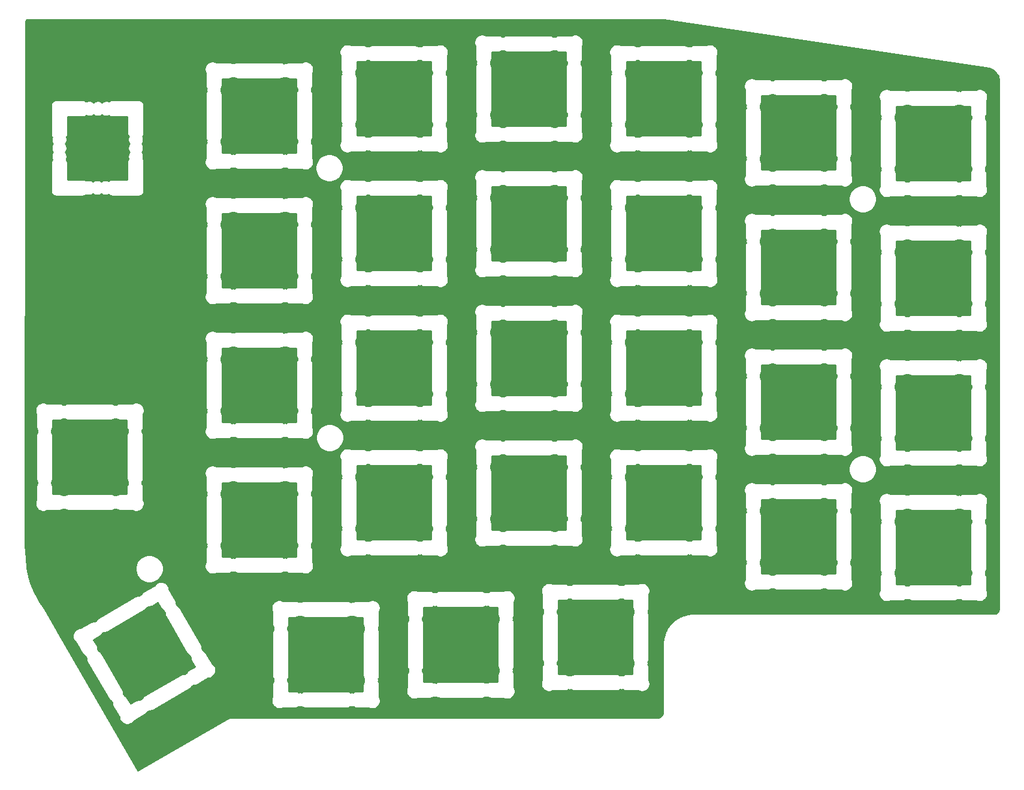
<source format=gbl>
G04 #@! TF.GenerationSoftware,KiCad,Pcbnew,(5.1.8)-1*
G04 #@! TF.CreationDate,2021-02-14T00:12:37+02:00*
G04 #@! TF.ProjectId,FR4_Top_Plate,4652345f-546f-4705-9f50-6c6174652e6b,0.95*
G04 #@! TF.SameCoordinates,Original*
G04 #@! TF.FileFunction,Copper,L2,Bot*
G04 #@! TF.FilePolarity,Positive*
%FSLAX46Y46*%
G04 Gerber Fmt 4.6, Leading zero omitted, Abs format (unit mm)*
G04 Created by KiCad (PCBNEW (5.1.8)-1) date 2021-02-14 00:12:37*
%MOMM*%
%LPD*%
G01*
G04 APERTURE LIST*
G04 #@! TA.AperFunction,NonConductor*
%ADD10C,0.254000*%
G04 #@! TD*
G04 #@! TA.AperFunction,NonConductor*
%ADD11C,0.100000*%
G04 #@! TD*
G04 APERTURE END LIST*
D10*
X217576499Y-43331674D02*
X218103023Y-43585272D01*
X218558348Y-43983661D01*
X218820095Y-44434950D01*
X218969920Y-44959338D01*
X218969921Y-119640980D01*
X218945527Y-119844869D01*
X218899450Y-119993469D01*
X218829626Y-120122193D01*
X218736622Y-120234938D01*
X218623879Y-120327940D01*
X218495153Y-120397765D01*
X218357908Y-120440322D01*
X218148916Y-120458560D01*
X175790942Y-120458596D01*
X175790165Y-120458443D01*
X175718624Y-120458596D01*
X175683243Y-120458596D01*
X175682458Y-120458673D01*
X175681663Y-120458675D01*
X175646218Y-120462243D01*
X175575263Y-120469231D01*
X175574506Y-120469461D01*
X174974368Y-120529866D01*
X174936611Y-120530098D01*
X174867053Y-120544379D01*
X174797621Y-120558345D01*
X174762778Y-120572865D01*
X174173138Y-120755701D01*
X174137599Y-120762997D01*
X174037612Y-120805134D01*
X174037601Y-120805140D01*
X174004173Y-120819228D01*
X173974142Y-120839562D01*
X173912498Y-120873000D01*
X173900000Y-120873000D01*
X173875224Y-120875440D01*
X173851399Y-120882667D01*
X173829443Y-120894403D01*
X173810197Y-120910197D01*
X173794403Y-120929443D01*
X173788670Y-120940168D01*
X173444237Y-121127000D01*
X173411981Y-121140456D01*
X173380754Y-121161435D01*
X173379587Y-121162068D01*
X173350911Y-121181484D01*
X173321917Y-121200963D01*
X173320884Y-121201815D01*
X173289742Y-121222901D01*
X173265186Y-121247761D01*
X172805461Y-121626988D01*
X172776787Y-121646043D01*
X172749757Y-121672938D01*
X172748325Y-121674119D01*
X172724091Y-121698475D01*
X172699872Y-121722573D01*
X172698697Y-121723997D01*
X172671796Y-121751034D01*
X172652739Y-121779711D01*
X172273518Y-122239428D01*
X172248654Y-122263989D01*
X172227564Y-122295137D01*
X172226716Y-122296165D01*
X172207282Y-122325091D01*
X172187821Y-122353834D01*
X172187188Y-122355001D01*
X172166208Y-122386229D01*
X172152751Y-122418487D01*
X171865321Y-122948380D01*
X171844980Y-122978420D01*
X171802842Y-123078406D01*
X171802840Y-123078414D01*
X171788750Y-123111847D01*
X171781456Y-123147377D01*
X171602401Y-123724826D01*
X171591991Y-123747558D01*
X171581009Y-123793816D01*
X171577673Y-123804574D01*
X171572672Y-123828932D01*
X171566928Y-123853126D01*
X171565413Y-123864288D01*
X171555851Y-123910859D01*
X171555697Y-123935859D01*
X171473813Y-124539065D01*
X171469872Y-124552051D01*
X171464090Y-124610692D01*
X171461044Y-124633129D01*
X171460548Y-124646608D01*
X171459225Y-124660029D01*
X171459222Y-124682670D01*
X171457057Y-124741557D01*
X171459214Y-124754956D01*
X171458085Y-134387762D01*
X171439602Y-134557799D01*
X171394711Y-134702571D01*
X171324885Y-134831299D01*
X171231883Y-134944044D01*
X171119139Y-135037046D01*
X170990413Y-135106871D01*
X170848459Y-135150887D01*
X170656186Y-135170240D01*
X110379654Y-135170240D01*
X110367269Y-135168210D01*
X110307383Y-135170240D01*
X110283715Y-135170240D01*
X110271294Y-135171463D01*
X110222569Y-135173115D01*
X110199410Y-135178543D01*
X110175735Y-135180875D01*
X110129077Y-135195029D01*
X110081607Y-135206155D01*
X110059951Y-135215998D01*
X110037187Y-135222903D01*
X109994182Y-135245890D01*
X109982828Y-135251050D01*
X109962362Y-135262898D01*
X109909500Y-135291153D01*
X109899795Y-135299118D01*
X97254713Y-142619334D01*
X86307473Y-123527777D01*
X88049465Y-123527777D01*
X88049465Y-123751353D01*
X88093082Y-123970632D01*
X88178641Y-124177189D01*
X88302853Y-124363085D01*
X88460945Y-124521177D01*
X88575609Y-124597793D01*
X89445377Y-126104276D01*
X89459328Y-126135068D01*
X89479018Y-126162546D01*
X89479021Y-126162550D01*
X89537923Y-126244747D01*
X89636406Y-126336987D01*
X89750992Y-126408241D01*
X89827241Y-126436939D01*
X89882432Y-126570181D01*
X89995700Y-126739699D01*
X90011977Y-126755976D01*
X90009638Y-126770141D01*
X89998631Y-126836395D01*
X89998642Y-126836740D01*
X89998585Y-126837085D01*
X90000787Y-126904362D01*
X90002910Y-126971259D01*
X90002989Y-126971598D01*
X90003000Y-126971946D01*
X90018181Y-127037050D01*
X90033418Y-127102698D01*
X90033563Y-127103018D01*
X90033641Y-127103354D01*
X90061044Y-127163834D01*
X90088982Y-127225660D01*
X90108852Y-127253447D01*
X93115378Y-132460907D01*
X93129328Y-132491695D01*
X93149016Y-132519170D01*
X93149020Y-132519176D01*
X93207922Y-132601374D01*
X93306405Y-132693613D01*
X93374439Y-132735919D01*
X93420992Y-132764868D01*
X93493090Y-132792003D01*
X93540032Y-132905331D01*
X93645202Y-133062730D01*
X93633585Y-133133090D01*
X93638000Y-133267951D01*
X93665734Y-133386893D01*
X93668641Y-133399359D01*
X93724328Y-133522265D01*
X93744026Y-133549752D01*
X94628065Y-135080955D01*
X94628065Y-135145823D01*
X94671682Y-135365102D01*
X94757241Y-135571659D01*
X94881453Y-135757555D01*
X95039545Y-135915647D01*
X95225441Y-136039859D01*
X95328067Y-136082368D01*
X95340991Y-136090405D01*
X95411885Y-136117087D01*
X95431998Y-136125418D01*
X95436288Y-136126271D01*
X95467276Y-136137934D01*
X95600407Y-136159915D01*
X95604718Y-136159774D01*
X95651277Y-136169035D01*
X95874853Y-136169035D01*
X96094132Y-136125418D01*
X96300689Y-136039859D01*
X96486585Y-135915647D01*
X96644677Y-135757555D01*
X96721293Y-135642891D01*
X98227774Y-134773124D01*
X98258568Y-134759172D01*
X98297411Y-134731338D01*
X98368247Y-134680577D01*
X98460487Y-134582094D01*
X98531741Y-134467508D01*
X98560439Y-134391259D01*
X98693681Y-134336068D01*
X98863199Y-134222800D01*
X98879476Y-134206523D01*
X98893962Y-134208915D01*
X98959894Y-134219869D01*
X98960240Y-134219858D01*
X98960585Y-134219915D01*
X99028380Y-134217696D01*
X99094759Y-134215589D01*
X99095093Y-134215512D01*
X99095446Y-134215500D01*
X99161488Y-134200101D01*
X99226198Y-134185081D01*
X99226514Y-134184938D01*
X99226854Y-134184859D01*
X99288157Y-134157083D01*
X99349160Y-134129517D01*
X99376942Y-134109651D01*
X104584405Y-131103123D01*
X104615195Y-131089172D01*
X104642671Y-131069483D01*
X104642676Y-131069480D01*
X104724874Y-131010578D01*
X104817113Y-130912095D01*
X104843740Y-130869276D01*
X104888368Y-130797508D01*
X104915503Y-130725410D01*
X105028831Y-130678468D01*
X105186230Y-130573298D01*
X105256590Y-130584915D01*
X105391451Y-130580500D01*
X105522859Y-130549860D01*
X105645765Y-130494172D01*
X105673254Y-130474473D01*
X107204455Y-129590435D01*
X107269323Y-129590435D01*
X107488602Y-129546818D01*
X107695159Y-129461259D01*
X107881055Y-129337047D01*
X108039147Y-129178955D01*
X108163359Y-128993059D01*
X108205868Y-128890433D01*
X108213905Y-128877509D01*
X108240587Y-128806615D01*
X108248918Y-128786502D01*
X108249771Y-128782212D01*
X108261434Y-128751224D01*
X108283415Y-128618093D01*
X108283274Y-128613782D01*
X108292535Y-128567223D01*
X108292535Y-128343647D01*
X108248918Y-128124368D01*
X108163359Y-127917811D01*
X108039147Y-127731915D01*
X107881055Y-127573823D01*
X107766391Y-127497207D01*
X106886628Y-125973412D01*
X106872672Y-125942611D01*
X106794077Y-125832932D01*
X106695594Y-125740692D01*
X106581008Y-125669438D01*
X106508107Y-125642001D01*
X106459568Y-125524819D01*
X106346300Y-125355301D01*
X106325059Y-125334060D01*
X106327905Y-125316828D01*
X106338872Y-125250816D01*
X106338861Y-125250469D01*
X106338918Y-125250124D01*
X106336713Y-125182795D01*
X106334592Y-125115951D01*
X106334513Y-125115613D01*
X106334502Y-125115263D01*
X106319162Y-125049472D01*
X106304084Y-124984512D01*
X106303942Y-124984197D01*
X106303862Y-124983855D01*
X106275804Y-124921929D01*
X106248520Y-124861550D01*
X106228660Y-124833776D01*
X103221628Y-119625446D01*
X103207672Y-119594645D01*
X103146739Y-119509612D01*
X116136400Y-119509612D01*
X116136400Y-119733188D01*
X116180017Y-119952467D01*
X116265000Y-120157634D01*
X116265001Y-121886343D01*
X116261686Y-121920000D01*
X116274912Y-122054283D01*
X116314081Y-122183406D01*
X116377688Y-122302407D01*
X116429824Y-122365934D01*
X116415000Y-122440461D01*
X116415000Y-122644339D01*
X116432258Y-122731101D01*
X116420577Y-122745334D01*
X116378073Y-122797019D01*
X116377909Y-122797325D01*
X116377689Y-122797593D01*
X116345965Y-122856944D01*
X116314347Y-122915956D01*
X116314246Y-122916286D01*
X116314082Y-122916594D01*
X116294587Y-122980859D01*
X116275048Y-123045039D01*
X116275014Y-123045386D01*
X116274913Y-123045717D01*
X116268400Y-123111847D01*
X116261687Y-123179309D01*
X116265001Y-123213306D01*
X116265000Y-129226353D01*
X116261686Y-129260000D01*
X116274912Y-129394283D01*
X116314081Y-129523406D01*
X116377688Y-129642407D01*
X116425854Y-129701096D01*
X116415000Y-129755661D01*
X116415000Y-129959539D01*
X116425021Y-130009918D01*
X116377688Y-130067593D01*
X116314081Y-130186594D01*
X116274912Y-130315717D01*
X116261686Y-130450000D01*
X116265001Y-130483657D01*
X116265000Y-132242366D01*
X116180017Y-132447533D01*
X116136400Y-132666812D01*
X116136400Y-132890388D01*
X116180017Y-133109667D01*
X116265576Y-133316224D01*
X116389788Y-133502120D01*
X116412532Y-133524864D01*
X116463289Y-133586711D01*
X116522129Y-133635000D01*
X116525134Y-133637466D01*
X116547880Y-133660212D01*
X116733776Y-133784424D01*
X116940333Y-133869983D01*
X117159612Y-133913600D01*
X117383188Y-133913600D01*
X117602467Y-133869983D01*
X117807633Y-133785000D01*
X119536353Y-133785000D01*
X119570000Y-133788314D01*
X119603647Y-133785000D01*
X119704283Y-133775088D01*
X119833406Y-133735919D01*
X119952407Y-133672312D01*
X120015934Y-133620176D01*
X120090461Y-133635000D01*
X120294339Y-133635000D01*
X120381100Y-133617742D01*
X120395928Y-133629911D01*
X120447019Y-133671927D01*
X120447321Y-133672089D01*
X120447593Y-133672312D01*
X120507720Y-133704451D01*
X120565956Y-133735653D01*
X120566282Y-133735752D01*
X120566594Y-133735919D01*
X120631767Y-133755689D01*
X120695039Y-133774952D01*
X120695381Y-133774986D01*
X120695717Y-133775088D01*
X120763246Y-133781739D01*
X120829309Y-133788313D01*
X120863296Y-133785000D01*
X126876353Y-133785000D01*
X126910000Y-133788314D01*
X127044283Y-133775088D01*
X127173406Y-133735919D01*
X127292407Y-133672312D01*
X127351096Y-133624146D01*
X127405661Y-133635000D01*
X127609539Y-133635000D01*
X127659918Y-133624979D01*
X127717593Y-133672312D01*
X127836594Y-133735919D01*
X127965717Y-133775088D01*
X128066353Y-133785000D01*
X128100000Y-133788314D01*
X128133647Y-133785000D01*
X129892367Y-133785000D01*
X130097533Y-133869983D01*
X130316812Y-133913600D01*
X130540388Y-133913600D01*
X130759667Y-133869983D01*
X130966224Y-133784424D01*
X131152120Y-133660212D01*
X131174864Y-133637468D01*
X131236711Y-133586711D01*
X131287468Y-133524864D01*
X131310212Y-133502120D01*
X131434424Y-133316224D01*
X131519983Y-133109667D01*
X131563600Y-132890388D01*
X131563600Y-132666812D01*
X131519983Y-132447533D01*
X131435000Y-132242367D01*
X131435000Y-130513647D01*
X131438314Y-130480000D01*
X131425088Y-130345717D01*
X131385919Y-130216594D01*
X131322312Y-130097593D01*
X131270176Y-130034066D01*
X131285000Y-129959539D01*
X131285000Y-129755661D01*
X131267742Y-129668900D01*
X131279671Y-129654365D01*
X131321927Y-129602981D01*
X131322089Y-129602679D01*
X131322312Y-129602407D01*
X131354240Y-129542673D01*
X131385654Y-129484044D01*
X131385755Y-129483714D01*
X131385919Y-129483406D01*
X131405414Y-129419141D01*
X131424953Y-129354961D01*
X131424987Y-129354614D01*
X131425088Y-129354283D01*
X131431694Y-129287217D01*
X131438314Y-129220691D01*
X131435000Y-129186694D01*
X131435000Y-123173647D01*
X131438314Y-123140000D01*
X131425088Y-123005717D01*
X131385919Y-122876594D01*
X131322312Y-122757593D01*
X131274146Y-122698904D01*
X131285000Y-122644339D01*
X131285000Y-122440461D01*
X131274979Y-122390082D01*
X131322312Y-122332407D01*
X131385919Y-122213406D01*
X131425088Y-122084283D01*
X131438314Y-121950000D01*
X131435000Y-121916353D01*
X131435000Y-120157633D01*
X131519983Y-119952467D01*
X131563600Y-119733188D01*
X131563600Y-119509612D01*
X131519983Y-119290333D01*
X131434424Y-119083776D01*
X131310212Y-118897880D01*
X131287468Y-118875136D01*
X131236711Y-118813289D01*
X131174864Y-118762532D01*
X131152120Y-118739788D01*
X130966224Y-118615576D01*
X130759667Y-118530017D01*
X130540388Y-118486400D01*
X130316812Y-118486400D01*
X130097533Y-118530017D01*
X129892367Y-118615000D01*
X128143647Y-118615000D01*
X128110000Y-118611686D01*
X128076353Y-118615000D01*
X127975717Y-118624912D01*
X127846594Y-118664081D01*
X127727593Y-118727688D01*
X127667967Y-118776622D01*
X127609539Y-118765000D01*
X127405661Y-118765000D01*
X127311660Y-118783698D01*
X127295370Y-118770329D01*
X127243986Y-118728073D01*
X127243684Y-118727911D01*
X127243412Y-118727688D01*
X127183456Y-118695641D01*
X127125049Y-118664346D01*
X127124719Y-118664245D01*
X127124411Y-118664081D01*
X127060146Y-118644586D01*
X126995966Y-118625047D01*
X126995619Y-118625013D01*
X126995288Y-118624912D01*
X126928744Y-118618358D01*
X126861696Y-118611686D01*
X126827699Y-118615000D01*
X120813647Y-118615000D01*
X120780000Y-118611686D01*
X120746353Y-118615000D01*
X120645717Y-118624912D01*
X120516594Y-118664081D01*
X120397593Y-118727688D01*
X120340855Y-118774252D01*
X120294339Y-118765000D01*
X120090461Y-118765000D01*
X120040082Y-118775021D01*
X119982407Y-118727688D01*
X119863406Y-118664081D01*
X119734283Y-118624912D01*
X119633647Y-118615000D01*
X119600000Y-118611686D01*
X119566353Y-118615000D01*
X117807633Y-118615000D01*
X117602467Y-118530017D01*
X117383188Y-118486400D01*
X117159612Y-118486400D01*
X116940333Y-118530017D01*
X116733776Y-118615576D01*
X116547880Y-118739788D01*
X116525136Y-118762532D01*
X116463289Y-118813289D01*
X116412532Y-118875136D01*
X116389788Y-118897880D01*
X116265576Y-119083776D01*
X116180017Y-119290333D01*
X116136400Y-119509612D01*
X103146739Y-119509612D01*
X103129077Y-119484966D01*
X103030594Y-119392726D01*
X102916008Y-119321472D01*
X102845584Y-119294967D01*
X102801968Y-119189669D01*
X102696798Y-119032270D01*
X102708415Y-118961910D01*
X102704000Y-118827049D01*
X102673360Y-118695641D01*
X102650381Y-118644925D01*
X102631626Y-118603531D01*
X102631624Y-118603527D01*
X102617672Y-118572735D01*
X102597981Y-118545257D01*
X102362801Y-118137912D01*
X135184100Y-118137912D01*
X135184100Y-118361488D01*
X135227717Y-118580767D01*
X135312700Y-118785934D01*
X135312701Y-120514643D01*
X135309386Y-120548300D01*
X135322612Y-120682583D01*
X135361781Y-120811706D01*
X135425388Y-120930707D01*
X135477524Y-120994234D01*
X135462700Y-121068761D01*
X135462700Y-121272639D01*
X135479958Y-121359401D01*
X135468277Y-121373634D01*
X135425773Y-121425319D01*
X135425609Y-121425625D01*
X135425389Y-121425893D01*
X135393665Y-121485244D01*
X135362047Y-121544256D01*
X135361946Y-121544586D01*
X135361782Y-121544894D01*
X135342404Y-121608776D01*
X135322748Y-121673339D01*
X135322714Y-121673686D01*
X135322613Y-121674017D01*
X135316059Y-121740561D01*
X135309387Y-121807609D01*
X135312701Y-121841606D01*
X135312700Y-127854653D01*
X135309386Y-127888300D01*
X135322612Y-128022583D01*
X135361781Y-128151706D01*
X135425388Y-128270707D01*
X135473554Y-128329396D01*
X135462700Y-128383961D01*
X135462700Y-128587839D01*
X135472721Y-128638218D01*
X135425388Y-128695893D01*
X135361781Y-128814894D01*
X135322612Y-128944017D01*
X135309386Y-129078300D01*
X135312701Y-129111957D01*
X135312700Y-130870666D01*
X135227717Y-131075833D01*
X135184100Y-131295112D01*
X135184100Y-131518688D01*
X135227717Y-131737967D01*
X135313276Y-131944524D01*
X135437488Y-132130420D01*
X135460232Y-132153164D01*
X135510989Y-132215011D01*
X135572836Y-132265768D01*
X135595580Y-132288512D01*
X135781476Y-132412724D01*
X135988033Y-132498283D01*
X136207312Y-132541900D01*
X136430888Y-132541900D01*
X136650167Y-132498283D01*
X136855333Y-132413300D01*
X138584053Y-132413300D01*
X138617700Y-132416614D01*
X138651347Y-132413300D01*
X138751983Y-132403388D01*
X138881106Y-132364219D01*
X139000107Y-132300612D01*
X139063634Y-132248476D01*
X139138161Y-132263300D01*
X139342039Y-132263300D01*
X139428800Y-132246042D01*
X139443628Y-132258211D01*
X139494719Y-132300227D01*
X139495021Y-132300389D01*
X139495293Y-132300612D01*
X139555420Y-132332751D01*
X139613656Y-132363953D01*
X139613982Y-132364052D01*
X139614294Y-132364219D01*
X139679467Y-132383989D01*
X139742739Y-132403252D01*
X139743081Y-132403286D01*
X139743417Y-132403388D01*
X139810946Y-132410039D01*
X139877009Y-132416613D01*
X139910996Y-132413300D01*
X145924053Y-132413300D01*
X145957700Y-132416614D01*
X146091983Y-132403388D01*
X146221106Y-132364219D01*
X146340107Y-132300612D01*
X146398796Y-132252446D01*
X146453361Y-132263300D01*
X146657239Y-132263300D01*
X146707618Y-132253279D01*
X146765293Y-132300612D01*
X146884294Y-132364219D01*
X147013417Y-132403388D01*
X147114053Y-132413300D01*
X147147700Y-132416614D01*
X147181347Y-132413300D01*
X148940067Y-132413300D01*
X149145233Y-132498283D01*
X149364512Y-132541900D01*
X149588088Y-132541900D01*
X149807367Y-132498283D01*
X150013924Y-132412724D01*
X150199820Y-132288512D01*
X150222564Y-132265768D01*
X150284411Y-132215011D01*
X150335168Y-132153164D01*
X150357912Y-132130420D01*
X150482124Y-131944524D01*
X150567683Y-131737967D01*
X150611300Y-131518688D01*
X150611300Y-131295112D01*
X150567683Y-131075833D01*
X150482700Y-130870667D01*
X150482700Y-129141947D01*
X150486014Y-129108300D01*
X150472788Y-128974017D01*
X150433619Y-128844894D01*
X150370012Y-128725893D01*
X150317876Y-128662366D01*
X150332700Y-128587839D01*
X150332700Y-128383961D01*
X150315442Y-128297200D01*
X150327371Y-128282665D01*
X150369627Y-128231281D01*
X150369789Y-128230979D01*
X150370012Y-128230707D01*
X150401940Y-128170973D01*
X150433354Y-128112344D01*
X150433455Y-128112014D01*
X150433619Y-128111706D01*
X150453114Y-128047441D01*
X150472653Y-127983261D01*
X150472687Y-127982914D01*
X150472788Y-127982583D01*
X150479374Y-127915717D01*
X150486014Y-127848991D01*
X150482700Y-127814994D01*
X150482700Y-121801947D01*
X150486014Y-121768300D01*
X150472788Y-121634017D01*
X150433619Y-121504894D01*
X150370012Y-121385893D01*
X150321846Y-121327204D01*
X150332700Y-121272639D01*
X150332700Y-121068761D01*
X150322679Y-121018382D01*
X150370012Y-120960707D01*
X150433619Y-120841706D01*
X150472788Y-120712583D01*
X150482700Y-120611947D01*
X150482700Y-120611946D01*
X150486014Y-120578300D01*
X150482700Y-120544653D01*
X150482700Y-118785933D01*
X150567683Y-118580767D01*
X150611300Y-118361488D01*
X150611300Y-118137912D01*
X150567683Y-117918633D01*
X150482124Y-117712076D01*
X150357912Y-117526180D01*
X150335168Y-117503436D01*
X150284411Y-117441589D01*
X150222564Y-117390832D01*
X150199820Y-117368088D01*
X150013924Y-117243876D01*
X149807367Y-117158317D01*
X149588088Y-117114700D01*
X149364512Y-117114700D01*
X149145233Y-117158317D01*
X148940067Y-117243300D01*
X147191347Y-117243300D01*
X147157700Y-117239986D01*
X147124053Y-117243300D01*
X147023417Y-117253212D01*
X146894294Y-117292381D01*
X146775293Y-117355988D01*
X146715667Y-117404922D01*
X146657239Y-117393300D01*
X146453361Y-117393300D01*
X146359360Y-117411998D01*
X146343070Y-117398629D01*
X146291686Y-117356373D01*
X146291384Y-117356211D01*
X146291112Y-117355988D01*
X146231378Y-117324060D01*
X146172749Y-117292646D01*
X146172419Y-117292545D01*
X146172111Y-117292381D01*
X146107846Y-117272886D01*
X146043666Y-117253347D01*
X146043319Y-117253313D01*
X146042988Y-117253212D01*
X145976444Y-117246658D01*
X145909396Y-117239986D01*
X145875399Y-117243300D01*
X139861347Y-117243300D01*
X139827700Y-117239986D01*
X139794053Y-117243300D01*
X139693417Y-117253212D01*
X139564294Y-117292381D01*
X139445293Y-117355988D01*
X139388555Y-117402552D01*
X139342039Y-117393300D01*
X139138161Y-117393300D01*
X139087782Y-117403321D01*
X139030107Y-117355988D01*
X138911106Y-117292381D01*
X138781983Y-117253212D01*
X138681347Y-117243300D01*
X138647700Y-117239986D01*
X138614053Y-117243300D01*
X136855333Y-117243300D01*
X136650167Y-117158317D01*
X136430888Y-117114700D01*
X136207312Y-117114700D01*
X135988033Y-117158317D01*
X135781476Y-117243876D01*
X135595580Y-117368088D01*
X135572836Y-117390832D01*
X135510989Y-117441589D01*
X135460232Y-117503436D01*
X135437488Y-117526180D01*
X135313276Y-117712076D01*
X135227717Y-117918633D01*
X135184100Y-118137912D01*
X102362801Y-118137912D01*
X101769111Y-117109612D01*
X154236400Y-117109612D01*
X154236400Y-117333188D01*
X154280017Y-117552467D01*
X154365000Y-117757634D01*
X154365001Y-119486343D01*
X154361686Y-119520000D01*
X154374912Y-119654283D01*
X154414081Y-119783406D01*
X154477688Y-119902407D01*
X154529824Y-119965934D01*
X154515000Y-120040461D01*
X154515000Y-120244339D01*
X154532258Y-120331101D01*
X154520577Y-120345334D01*
X154478073Y-120397019D01*
X154477909Y-120397325D01*
X154477689Y-120397593D01*
X154445965Y-120456944D01*
X154414347Y-120515956D01*
X154414246Y-120516286D01*
X154414082Y-120516594D01*
X154394587Y-120580859D01*
X154375048Y-120645039D01*
X154375014Y-120645386D01*
X154374913Y-120645717D01*
X154368359Y-120712261D01*
X154361687Y-120779309D01*
X154365001Y-120813306D01*
X154365000Y-126826353D01*
X154361686Y-126860000D01*
X154374912Y-126994283D01*
X154414081Y-127123406D01*
X154477688Y-127242407D01*
X154525854Y-127301096D01*
X154515000Y-127355661D01*
X154515000Y-127559539D01*
X154525021Y-127609918D01*
X154477688Y-127667593D01*
X154414081Y-127786594D01*
X154374912Y-127915717D01*
X154361686Y-128050000D01*
X154365001Y-128083657D01*
X154365000Y-129842366D01*
X154280017Y-130047533D01*
X154236400Y-130266812D01*
X154236400Y-130490388D01*
X154280017Y-130709667D01*
X154365576Y-130916224D01*
X154489788Y-131102120D01*
X154512532Y-131124864D01*
X154563289Y-131186711D01*
X154625136Y-131237468D01*
X154647880Y-131260212D01*
X154833776Y-131384424D01*
X155040333Y-131469983D01*
X155259612Y-131513600D01*
X155483188Y-131513600D01*
X155702467Y-131469983D01*
X155907633Y-131385000D01*
X157636353Y-131385000D01*
X157670000Y-131388314D01*
X157703647Y-131385000D01*
X157804283Y-131375088D01*
X157933406Y-131335919D01*
X158052407Y-131272312D01*
X158115934Y-131220176D01*
X158190461Y-131235000D01*
X158394339Y-131235000D01*
X158481100Y-131217742D01*
X158495928Y-131229911D01*
X158547019Y-131271927D01*
X158547321Y-131272089D01*
X158547593Y-131272312D01*
X158607720Y-131304451D01*
X158665956Y-131335653D01*
X158666282Y-131335752D01*
X158666594Y-131335919D01*
X158731767Y-131355689D01*
X158795039Y-131374952D01*
X158795381Y-131374986D01*
X158795717Y-131375088D01*
X158863246Y-131381739D01*
X158929309Y-131388313D01*
X158963296Y-131385000D01*
X164976353Y-131385000D01*
X165010000Y-131388314D01*
X165144283Y-131375088D01*
X165273406Y-131335919D01*
X165392407Y-131272312D01*
X165451096Y-131224146D01*
X165505661Y-131235000D01*
X165709539Y-131235000D01*
X165759918Y-131224979D01*
X165817593Y-131272312D01*
X165936594Y-131335919D01*
X166065717Y-131375088D01*
X166166353Y-131385000D01*
X166200000Y-131388314D01*
X166233647Y-131385000D01*
X167992367Y-131385000D01*
X168197533Y-131469983D01*
X168416812Y-131513600D01*
X168640388Y-131513600D01*
X168859667Y-131469983D01*
X169066224Y-131384424D01*
X169252120Y-131260212D01*
X169274864Y-131237468D01*
X169336711Y-131186711D01*
X169387468Y-131124864D01*
X169410212Y-131102120D01*
X169534424Y-130916224D01*
X169619983Y-130709667D01*
X169663600Y-130490388D01*
X169663600Y-130266812D01*
X169619983Y-130047533D01*
X169535000Y-129842367D01*
X169535000Y-128113647D01*
X169538314Y-128080000D01*
X169525088Y-127945717D01*
X169485919Y-127816594D01*
X169422312Y-127697593D01*
X169370176Y-127634066D01*
X169385000Y-127559539D01*
X169385000Y-127355661D01*
X169367742Y-127268900D01*
X169379671Y-127254365D01*
X169421927Y-127202981D01*
X169422089Y-127202679D01*
X169422312Y-127202407D01*
X169454240Y-127142673D01*
X169485654Y-127084044D01*
X169485755Y-127083714D01*
X169485919Y-127083406D01*
X169505414Y-127019141D01*
X169524953Y-126954961D01*
X169524987Y-126954614D01*
X169525088Y-126954283D01*
X169531642Y-126887739D01*
X169538314Y-126820691D01*
X169535000Y-126786694D01*
X169535000Y-120773647D01*
X169538314Y-120740000D01*
X169525088Y-120605717D01*
X169485919Y-120476594D01*
X169422312Y-120357593D01*
X169374146Y-120298904D01*
X169385000Y-120244339D01*
X169385000Y-120040461D01*
X169374979Y-119990082D01*
X169422312Y-119932407D01*
X169485919Y-119813406D01*
X169525088Y-119684283D01*
X169535000Y-119583647D01*
X169535000Y-119583646D01*
X169538314Y-119550000D01*
X169535000Y-119516353D01*
X169535000Y-117757633D01*
X169619983Y-117552467D01*
X169663600Y-117333188D01*
X169663600Y-117109612D01*
X169619983Y-116890333D01*
X169534424Y-116683776D01*
X169410212Y-116497880D01*
X169387468Y-116475136D01*
X169336711Y-116413289D01*
X169274864Y-116362532D01*
X169252120Y-116339788D01*
X169066224Y-116215576D01*
X168859667Y-116130017D01*
X168640388Y-116086400D01*
X168416812Y-116086400D01*
X168197533Y-116130017D01*
X167992367Y-116215000D01*
X166243647Y-116215000D01*
X166210000Y-116211686D01*
X166176353Y-116215000D01*
X166075717Y-116224912D01*
X165946594Y-116264081D01*
X165827593Y-116327688D01*
X165767967Y-116376622D01*
X165709539Y-116365000D01*
X165505661Y-116365000D01*
X165411660Y-116383698D01*
X165395370Y-116370329D01*
X165343986Y-116328073D01*
X165343684Y-116327911D01*
X165343412Y-116327688D01*
X165283678Y-116295760D01*
X165225049Y-116264346D01*
X165224719Y-116264245D01*
X165224411Y-116264081D01*
X165160146Y-116244586D01*
X165095966Y-116225047D01*
X165095619Y-116225013D01*
X165095288Y-116224912D01*
X165028744Y-116218358D01*
X164961696Y-116211686D01*
X164927699Y-116215000D01*
X158913647Y-116215000D01*
X158880000Y-116211686D01*
X158846353Y-116215000D01*
X158745717Y-116224912D01*
X158616594Y-116264081D01*
X158497593Y-116327688D01*
X158440855Y-116374252D01*
X158394339Y-116365000D01*
X158190461Y-116365000D01*
X158140082Y-116375021D01*
X158082407Y-116327688D01*
X157963406Y-116264081D01*
X157834283Y-116224912D01*
X157733647Y-116215000D01*
X157700000Y-116211686D01*
X157666353Y-116215000D01*
X155907633Y-116215000D01*
X155702467Y-116130017D01*
X155483188Y-116086400D01*
X155259612Y-116086400D01*
X155040333Y-116130017D01*
X154833776Y-116215576D01*
X154647880Y-116339788D01*
X154625136Y-116362532D01*
X154563289Y-116413289D01*
X154512532Y-116475136D01*
X154489788Y-116497880D01*
X154365576Y-116683776D01*
X154280017Y-116890333D01*
X154236400Y-117109612D01*
X101769111Y-117109612D01*
X101713935Y-117014045D01*
X101713935Y-116949177D01*
X101670318Y-116729898D01*
X101584759Y-116523341D01*
X101460547Y-116337445D01*
X101302455Y-116179353D01*
X101116559Y-116055141D01*
X101013931Y-116012631D01*
X101001008Y-116004595D01*
X100930125Y-115977917D01*
X100910002Y-115969582D01*
X100905710Y-115968728D01*
X100874723Y-115957066D01*
X100741593Y-115935085D01*
X100737282Y-115935226D01*
X100690723Y-115925965D01*
X100467147Y-115925965D01*
X100247868Y-115969582D01*
X100041311Y-116055141D01*
X99855415Y-116179353D01*
X99697323Y-116337445D01*
X99620708Y-116452108D01*
X98114231Y-117321873D01*
X98083432Y-117335828D01*
X98005001Y-117392032D01*
X97973753Y-117414424D01*
X97881514Y-117512907D01*
X97810259Y-117627492D01*
X97781562Y-117703741D01*
X97648319Y-117758932D01*
X97478801Y-117872200D01*
X97462524Y-117888477D01*
X97448919Y-117886231D01*
X97382105Y-117875131D01*
X97381754Y-117875142D01*
X97381414Y-117875086D01*
X97315097Y-117877257D01*
X97247241Y-117879410D01*
X97246898Y-117879490D01*
X97246553Y-117879501D01*
X97181706Y-117894621D01*
X97115802Y-117909918D01*
X97115483Y-117910062D01*
X97115145Y-117910141D01*
X97054046Y-117937824D01*
X96992840Y-117965482D01*
X96965061Y-117985346D01*
X91757604Y-120991873D01*
X91726805Y-121005828D01*
X91623319Y-121079986D01*
X91617126Y-121084424D01*
X91524887Y-121182906D01*
X91453632Y-121297492D01*
X91426497Y-121369590D01*
X91313169Y-121416532D01*
X91155770Y-121521702D01*
X91085410Y-121510085D01*
X90950548Y-121514500D01*
X90819140Y-121545141D01*
X90727031Y-121586874D01*
X90727025Y-121586878D01*
X90696235Y-121600828D01*
X90668758Y-121620518D01*
X89137545Y-122504565D01*
X89072677Y-122504565D01*
X88853398Y-122548182D01*
X88646841Y-122633741D01*
X88460945Y-122757953D01*
X88302853Y-122916045D01*
X88178641Y-123101941D01*
X88136130Y-123204570D01*
X88128095Y-123217492D01*
X88101417Y-123288375D01*
X88093082Y-123308498D01*
X88092228Y-123312790D01*
X88080566Y-123343777D01*
X88058585Y-123476907D01*
X88058726Y-123481218D01*
X88049465Y-123527777D01*
X86307473Y-123527777D01*
X84184173Y-119824826D01*
X84179081Y-119816678D01*
X83433505Y-118718200D01*
X82635210Y-117333018D01*
X82115860Y-116152679D01*
X81869452Y-115213983D01*
X81627709Y-114005268D01*
X81619773Y-113913995D01*
X96909900Y-113913995D01*
X96909900Y-114305005D01*
X96986182Y-114688503D01*
X97135815Y-115049750D01*
X97353049Y-115374864D01*
X97629536Y-115651351D01*
X97954650Y-115868585D01*
X98315897Y-116018218D01*
X98699395Y-116094500D01*
X99090405Y-116094500D01*
X99473903Y-116018218D01*
X99835150Y-115868585D01*
X100160264Y-115651351D01*
X100436751Y-115374864D01*
X100653985Y-115049750D01*
X100803618Y-114688503D01*
X100879900Y-114305005D01*
X100879900Y-113913995D01*
X100803618Y-113530497D01*
X100653985Y-113169250D01*
X100436751Y-112844136D01*
X100160264Y-112567649D01*
X99835150Y-112350415D01*
X99473903Y-112200782D01*
X99090405Y-112124500D01*
X98699395Y-112124500D01*
X98315897Y-112200782D01*
X97954650Y-112350415D01*
X97629536Y-112567649D01*
X97353049Y-112844136D01*
X97135815Y-113169250D01*
X96986182Y-113530497D01*
X96909900Y-113913995D01*
X81619773Y-113913995D01*
X81504553Y-112588962D01*
X81442017Y-111776000D01*
X81380014Y-110597942D01*
X81394239Y-91594912D01*
X82761200Y-91594912D01*
X82761200Y-91818488D01*
X82804817Y-92037767D01*
X82889800Y-92242934D01*
X82889801Y-93971643D01*
X82886486Y-94005300D01*
X82899712Y-94139583D01*
X82938881Y-94268706D01*
X83002488Y-94387707D01*
X83054624Y-94451234D01*
X83039800Y-94525761D01*
X83039800Y-94729639D01*
X83057058Y-94816401D01*
X83045377Y-94830634D01*
X83002873Y-94882319D01*
X83002709Y-94882625D01*
X83002489Y-94882893D01*
X82970765Y-94942244D01*
X82939147Y-95001256D01*
X82939046Y-95001586D01*
X82938882Y-95001894D01*
X82919387Y-95066159D01*
X82899848Y-95130339D01*
X82899814Y-95130686D01*
X82899713Y-95131017D01*
X82893159Y-95197561D01*
X82886487Y-95264609D01*
X82889801Y-95298606D01*
X82889800Y-101311653D01*
X82886486Y-101345300D01*
X82899712Y-101479583D01*
X82938881Y-101608706D01*
X83002488Y-101727707D01*
X83050654Y-101786396D01*
X83039800Y-101840961D01*
X83039800Y-102044839D01*
X83049821Y-102095218D01*
X83002488Y-102152893D01*
X82938881Y-102271894D01*
X82899712Y-102401017D01*
X82886486Y-102535300D01*
X82889801Y-102568957D01*
X82889800Y-104327666D01*
X82804817Y-104532833D01*
X82761200Y-104752112D01*
X82761200Y-104975688D01*
X82804817Y-105194967D01*
X82890376Y-105401524D01*
X83014588Y-105587420D01*
X83037332Y-105610164D01*
X83088089Y-105672011D01*
X83149936Y-105722768D01*
X83172680Y-105745512D01*
X83358576Y-105869724D01*
X83565133Y-105955283D01*
X83784412Y-105998900D01*
X84007988Y-105998900D01*
X84227267Y-105955283D01*
X84432433Y-105870300D01*
X86161153Y-105870300D01*
X86194800Y-105873614D01*
X86228447Y-105870300D01*
X86329083Y-105860388D01*
X86458206Y-105821219D01*
X86577207Y-105757612D01*
X86640734Y-105705476D01*
X86715261Y-105720300D01*
X86919139Y-105720300D01*
X87005900Y-105703042D01*
X87020728Y-105715211D01*
X87071819Y-105757227D01*
X87072121Y-105757389D01*
X87072393Y-105757612D01*
X87132520Y-105789751D01*
X87190756Y-105820953D01*
X87191082Y-105821052D01*
X87191394Y-105821219D01*
X87256567Y-105840989D01*
X87319839Y-105860252D01*
X87320181Y-105860286D01*
X87320517Y-105860388D01*
X87388046Y-105867039D01*
X87454109Y-105873613D01*
X87488096Y-105870300D01*
X93501153Y-105870300D01*
X93534800Y-105873614D01*
X93669083Y-105860388D01*
X93798206Y-105821219D01*
X93917207Y-105757612D01*
X93975896Y-105709446D01*
X94030461Y-105720300D01*
X94234339Y-105720300D01*
X94284718Y-105710279D01*
X94342393Y-105757612D01*
X94461394Y-105821219D01*
X94590517Y-105860388D01*
X94691153Y-105870300D01*
X94724800Y-105873614D01*
X94758447Y-105870300D01*
X96517167Y-105870300D01*
X96722333Y-105955283D01*
X96941612Y-105998900D01*
X97165188Y-105998900D01*
X97384467Y-105955283D01*
X97591024Y-105869724D01*
X97776920Y-105745512D01*
X97799664Y-105722768D01*
X97861511Y-105672011D01*
X97912268Y-105610164D01*
X97935012Y-105587420D01*
X98059224Y-105401524D01*
X98144783Y-105194967D01*
X98188400Y-104975688D01*
X98188400Y-104752112D01*
X98144783Y-104532833D01*
X98059800Y-104327667D01*
X98059800Y-102598947D01*
X98063114Y-102565300D01*
X98058231Y-102515718D01*
X98049888Y-102431017D01*
X98010719Y-102301894D01*
X97947112Y-102182893D01*
X97894976Y-102119366D01*
X97909800Y-102044839D01*
X97909800Y-101840961D01*
X97892542Y-101754200D01*
X97904471Y-101739665D01*
X97946727Y-101688281D01*
X97946889Y-101687979D01*
X97947112Y-101687707D01*
X97979040Y-101627973D01*
X98010454Y-101569344D01*
X98010555Y-101569014D01*
X98010719Y-101568706D01*
X98030214Y-101504441D01*
X98049753Y-101440261D01*
X98049787Y-101439914D01*
X98049888Y-101439583D01*
X98056442Y-101373039D01*
X98063114Y-101305991D01*
X98059800Y-101271994D01*
X98059800Y-100459612D01*
X106686400Y-100459612D01*
X106686400Y-100683188D01*
X106730017Y-100902467D01*
X106815000Y-101107634D01*
X106815001Y-102836343D01*
X106811686Y-102870000D01*
X106824912Y-103004283D01*
X106864081Y-103133406D01*
X106927688Y-103252407D01*
X106979824Y-103315934D01*
X106965000Y-103390461D01*
X106965000Y-103594339D01*
X106982258Y-103681101D01*
X106970577Y-103695334D01*
X106928073Y-103747019D01*
X106927909Y-103747325D01*
X106927689Y-103747593D01*
X106895965Y-103806944D01*
X106864347Y-103865956D01*
X106864246Y-103866286D01*
X106864082Y-103866594D01*
X106844587Y-103930859D01*
X106825048Y-103995039D01*
X106825014Y-103995386D01*
X106824913Y-103995717D01*
X106818359Y-104062261D01*
X106811687Y-104129309D01*
X106815001Y-104163306D01*
X106815000Y-110176353D01*
X106811686Y-110210000D01*
X106824912Y-110344283D01*
X106864081Y-110473406D01*
X106927688Y-110592407D01*
X106975854Y-110651096D01*
X106965000Y-110705661D01*
X106965000Y-110909539D01*
X106975021Y-110959918D01*
X106927688Y-111017593D01*
X106864081Y-111136594D01*
X106824912Y-111265717D01*
X106811686Y-111400000D01*
X106815001Y-111433657D01*
X106815000Y-113192366D01*
X106730017Y-113397533D01*
X106686400Y-113616812D01*
X106686400Y-113840388D01*
X106730017Y-114059667D01*
X106815576Y-114266224D01*
X106939788Y-114452120D01*
X106962532Y-114474864D01*
X107013289Y-114536711D01*
X107075136Y-114587468D01*
X107097880Y-114610212D01*
X107283776Y-114734424D01*
X107490333Y-114819983D01*
X107709612Y-114863600D01*
X107933188Y-114863600D01*
X108152467Y-114819983D01*
X108357633Y-114735000D01*
X110086353Y-114735000D01*
X110120000Y-114738314D01*
X110153647Y-114735000D01*
X110254283Y-114725088D01*
X110383406Y-114685919D01*
X110502407Y-114622312D01*
X110565934Y-114570176D01*
X110640461Y-114585000D01*
X110844339Y-114585000D01*
X110931100Y-114567742D01*
X110945928Y-114579911D01*
X110997019Y-114621927D01*
X110997321Y-114622089D01*
X110997593Y-114622312D01*
X111057720Y-114654451D01*
X111115956Y-114685653D01*
X111116282Y-114685752D01*
X111116594Y-114685919D01*
X111181767Y-114705689D01*
X111245039Y-114724952D01*
X111245381Y-114724986D01*
X111245717Y-114725088D01*
X111313246Y-114731739D01*
X111379309Y-114738313D01*
X111413296Y-114735000D01*
X117426353Y-114735000D01*
X117460000Y-114738314D01*
X117594283Y-114725088D01*
X117723406Y-114685919D01*
X117842407Y-114622312D01*
X117901096Y-114574146D01*
X117955661Y-114585000D01*
X118159539Y-114585000D01*
X118209918Y-114574979D01*
X118267593Y-114622312D01*
X118386594Y-114685919D01*
X118515717Y-114725088D01*
X118616353Y-114735000D01*
X118650000Y-114738314D01*
X118683647Y-114735000D01*
X120442367Y-114735000D01*
X120647533Y-114819983D01*
X120866812Y-114863600D01*
X121090388Y-114863600D01*
X121309667Y-114819983D01*
X121516224Y-114734424D01*
X121702120Y-114610212D01*
X121724864Y-114587468D01*
X121786711Y-114536711D01*
X121837468Y-114474864D01*
X121860212Y-114452120D01*
X121984424Y-114266224D01*
X122069983Y-114059667D01*
X122113600Y-113840388D01*
X122113600Y-113616812D01*
X122069983Y-113397533D01*
X121985000Y-113192367D01*
X121985000Y-111463647D01*
X121988314Y-111430000D01*
X121975088Y-111295717D01*
X121935919Y-111166594D01*
X121872312Y-111047593D01*
X121820176Y-110984066D01*
X121835000Y-110909539D01*
X121835000Y-110705661D01*
X121817742Y-110618900D01*
X121829671Y-110604365D01*
X121871927Y-110552981D01*
X121872089Y-110552679D01*
X121872312Y-110552407D01*
X121904240Y-110492673D01*
X121935654Y-110434044D01*
X121935755Y-110433714D01*
X121935919Y-110433406D01*
X121955414Y-110369141D01*
X121974953Y-110304961D01*
X121974987Y-110304614D01*
X121975088Y-110304283D01*
X121981694Y-110237217D01*
X121988314Y-110170691D01*
X121985000Y-110136694D01*
X121985000Y-104123647D01*
X121988314Y-104090000D01*
X121975088Y-103955717D01*
X121935919Y-103826594D01*
X121872312Y-103707593D01*
X121824146Y-103648904D01*
X121835000Y-103594339D01*
X121835000Y-103390461D01*
X121824979Y-103340082D01*
X121872312Y-103282407D01*
X121935919Y-103163406D01*
X121975088Y-103034283D01*
X121985000Y-102933647D01*
X121985000Y-102933646D01*
X121988314Y-102900000D01*
X121985000Y-102866353D01*
X121985000Y-101107633D01*
X122069983Y-100902467D01*
X122113600Y-100683188D01*
X122113600Y-100459612D01*
X122069983Y-100240333D01*
X121984424Y-100033776D01*
X121860212Y-99847880D01*
X121837468Y-99825136D01*
X121786711Y-99763289D01*
X121724864Y-99712532D01*
X121702120Y-99689788D01*
X121516224Y-99565576D01*
X121309667Y-99480017D01*
X121090388Y-99436400D01*
X120866812Y-99436400D01*
X120647533Y-99480017D01*
X120442367Y-99565000D01*
X118693647Y-99565000D01*
X118660000Y-99561686D01*
X118626353Y-99565000D01*
X118525717Y-99574912D01*
X118396594Y-99614081D01*
X118277593Y-99677688D01*
X118217967Y-99726622D01*
X118159539Y-99715000D01*
X117955661Y-99715000D01*
X117861660Y-99733698D01*
X117845370Y-99720329D01*
X117793986Y-99678073D01*
X117793684Y-99677911D01*
X117793412Y-99677688D01*
X117733678Y-99645760D01*
X117675049Y-99614346D01*
X117674719Y-99614245D01*
X117674411Y-99614081D01*
X117610146Y-99594586D01*
X117545966Y-99575047D01*
X117545619Y-99575013D01*
X117545288Y-99574912D01*
X117478744Y-99568358D01*
X117411696Y-99561686D01*
X117377699Y-99565000D01*
X111363647Y-99565000D01*
X111330000Y-99561686D01*
X111296353Y-99565000D01*
X111195717Y-99574912D01*
X111066594Y-99614081D01*
X110947593Y-99677688D01*
X110890855Y-99724252D01*
X110844339Y-99715000D01*
X110640461Y-99715000D01*
X110590082Y-99725021D01*
X110532407Y-99677688D01*
X110413406Y-99614081D01*
X110284283Y-99574912D01*
X110150000Y-99561686D01*
X110116353Y-99565000D01*
X108357633Y-99565000D01*
X108152467Y-99480017D01*
X107933188Y-99436400D01*
X107709612Y-99436400D01*
X107490333Y-99480017D01*
X107283776Y-99565576D01*
X107097880Y-99689788D01*
X107075136Y-99712532D01*
X107013289Y-99763289D01*
X106962532Y-99825136D01*
X106939788Y-99847880D01*
X106815576Y-100033776D01*
X106730017Y-100240333D01*
X106686400Y-100459612D01*
X98059800Y-100459612D01*
X98059800Y-98059612D01*
X125736400Y-98059612D01*
X125736400Y-98283188D01*
X125780017Y-98502467D01*
X125865000Y-98707634D01*
X125865001Y-100436343D01*
X125861686Y-100470000D01*
X125874912Y-100604283D01*
X125914081Y-100733406D01*
X125977688Y-100852407D01*
X126029824Y-100915934D01*
X126015000Y-100990461D01*
X126015000Y-101194339D01*
X126032258Y-101281101D01*
X126020577Y-101295334D01*
X125978073Y-101347019D01*
X125977909Y-101347325D01*
X125977689Y-101347593D01*
X125945965Y-101406944D01*
X125914347Y-101465956D01*
X125914246Y-101466286D01*
X125914082Y-101466594D01*
X125894587Y-101530859D01*
X125875048Y-101595039D01*
X125875014Y-101595386D01*
X125874913Y-101595717D01*
X125868359Y-101662261D01*
X125861687Y-101729309D01*
X125865001Y-101763306D01*
X125865000Y-107776353D01*
X125861686Y-107810000D01*
X125874912Y-107944283D01*
X125914081Y-108073406D01*
X125977688Y-108192407D01*
X126025854Y-108251096D01*
X126015000Y-108305661D01*
X126015000Y-108509539D01*
X126025021Y-108559918D01*
X125977688Y-108617593D01*
X125914081Y-108736594D01*
X125874912Y-108865717D01*
X125861686Y-109000000D01*
X125865001Y-109033657D01*
X125865000Y-110792366D01*
X125780017Y-110997533D01*
X125736400Y-111216812D01*
X125736400Y-111440388D01*
X125780017Y-111659667D01*
X125865576Y-111866224D01*
X125989788Y-112052120D01*
X126012532Y-112074864D01*
X126063289Y-112136711D01*
X126125136Y-112187468D01*
X126147880Y-112210212D01*
X126333776Y-112334424D01*
X126540333Y-112419983D01*
X126759612Y-112463600D01*
X126983188Y-112463600D01*
X127202467Y-112419983D01*
X127407633Y-112335000D01*
X129136353Y-112335000D01*
X129170000Y-112338314D01*
X129203647Y-112335000D01*
X129304283Y-112325088D01*
X129433406Y-112285919D01*
X129552407Y-112222312D01*
X129615934Y-112170176D01*
X129690461Y-112185000D01*
X129894339Y-112185000D01*
X129981100Y-112167742D01*
X129995928Y-112179911D01*
X130047019Y-112221927D01*
X130047321Y-112222089D01*
X130047593Y-112222312D01*
X130107720Y-112254451D01*
X130165956Y-112285653D01*
X130166282Y-112285752D01*
X130166594Y-112285919D01*
X130231767Y-112305689D01*
X130295039Y-112324952D01*
X130295381Y-112324986D01*
X130295717Y-112325088D01*
X130363246Y-112331739D01*
X130429309Y-112338313D01*
X130463296Y-112335000D01*
X136476353Y-112335000D01*
X136510000Y-112338314D01*
X136644283Y-112325088D01*
X136773406Y-112285919D01*
X136892407Y-112222312D01*
X136951096Y-112174146D01*
X137005661Y-112185000D01*
X137209539Y-112185000D01*
X137259918Y-112174979D01*
X137317593Y-112222312D01*
X137436594Y-112285919D01*
X137565717Y-112325088D01*
X137666353Y-112335000D01*
X137700000Y-112338314D01*
X137733647Y-112335000D01*
X139492367Y-112335000D01*
X139697533Y-112419983D01*
X139916812Y-112463600D01*
X140140388Y-112463600D01*
X140359667Y-112419983D01*
X140566224Y-112334424D01*
X140752120Y-112210212D01*
X140774864Y-112187468D01*
X140836711Y-112136711D01*
X140887468Y-112074864D01*
X140910212Y-112052120D01*
X141034424Y-111866224D01*
X141119983Y-111659667D01*
X141163600Y-111440388D01*
X141163600Y-111216812D01*
X141119983Y-110997533D01*
X141035000Y-110792367D01*
X141035000Y-109063647D01*
X141038314Y-109030000D01*
X141025088Y-108895717D01*
X140985919Y-108766594D01*
X140922312Y-108647593D01*
X140870176Y-108584066D01*
X140885000Y-108509539D01*
X140885000Y-108305661D01*
X140867742Y-108218900D01*
X140879671Y-108204365D01*
X140921927Y-108152981D01*
X140922089Y-108152679D01*
X140922312Y-108152407D01*
X140954240Y-108092673D01*
X140985654Y-108034044D01*
X140985755Y-108033714D01*
X140985919Y-108033406D01*
X141005414Y-107969141D01*
X141024953Y-107904961D01*
X141024987Y-107904614D01*
X141025088Y-107904283D01*
X141031642Y-107837739D01*
X141038314Y-107770691D01*
X141035000Y-107736694D01*
X141035000Y-101723647D01*
X141038314Y-101690000D01*
X141025088Y-101555717D01*
X140985919Y-101426594D01*
X140922312Y-101307593D01*
X140874146Y-101248904D01*
X140885000Y-101194339D01*
X140885000Y-100990461D01*
X140874979Y-100940082D01*
X140922312Y-100882407D01*
X140985919Y-100763406D01*
X141025088Y-100634283D01*
X141035000Y-100533647D01*
X141035000Y-100533646D01*
X141038314Y-100500000D01*
X141035000Y-100466353D01*
X141035000Y-98707633D01*
X141119983Y-98502467D01*
X141163600Y-98283188D01*
X141163600Y-98059612D01*
X141119983Y-97840333D01*
X141034424Y-97633776D01*
X140910212Y-97447880D01*
X140887468Y-97425136D01*
X140836711Y-97363289D01*
X140774864Y-97312532D01*
X140752120Y-97289788D01*
X140566224Y-97165576D01*
X140359667Y-97080017D01*
X140140388Y-97036400D01*
X139916812Y-97036400D01*
X139697533Y-97080017D01*
X139492367Y-97165000D01*
X137743647Y-97165000D01*
X137710000Y-97161686D01*
X137676353Y-97165000D01*
X137575717Y-97174912D01*
X137446594Y-97214081D01*
X137327593Y-97277688D01*
X137267967Y-97326622D01*
X137209539Y-97315000D01*
X137005661Y-97315000D01*
X136911660Y-97333698D01*
X136895370Y-97320329D01*
X136843986Y-97278073D01*
X136843684Y-97277911D01*
X136843412Y-97277688D01*
X136783678Y-97245760D01*
X136725049Y-97214346D01*
X136724719Y-97214245D01*
X136724411Y-97214081D01*
X136660146Y-97194586D01*
X136595966Y-97175047D01*
X136595619Y-97175013D01*
X136595288Y-97174912D01*
X136528744Y-97168358D01*
X136461696Y-97161686D01*
X136427699Y-97165000D01*
X130413647Y-97165000D01*
X130380000Y-97161686D01*
X130346353Y-97165000D01*
X130245717Y-97174912D01*
X130116594Y-97214081D01*
X129997593Y-97277688D01*
X129940855Y-97324252D01*
X129894339Y-97315000D01*
X129690461Y-97315000D01*
X129640082Y-97325021D01*
X129582407Y-97277688D01*
X129463406Y-97214081D01*
X129334283Y-97174912D01*
X129233647Y-97165000D01*
X129200000Y-97161686D01*
X129166353Y-97165000D01*
X127407633Y-97165000D01*
X127202467Y-97080017D01*
X126983188Y-97036400D01*
X126759612Y-97036400D01*
X126540333Y-97080017D01*
X126333776Y-97165576D01*
X126147880Y-97289788D01*
X126125136Y-97312532D01*
X126063289Y-97363289D01*
X126012532Y-97425136D01*
X125989788Y-97447880D01*
X125865576Y-97633776D01*
X125780017Y-97840333D01*
X125736400Y-98059612D01*
X98059800Y-98059612D01*
X98059800Y-95258947D01*
X98063114Y-95225300D01*
X98049888Y-95091017D01*
X98010719Y-94961894D01*
X97947112Y-94842893D01*
X97898946Y-94784204D01*
X97909800Y-94729639D01*
X97909800Y-94525761D01*
X97899779Y-94475382D01*
X97947112Y-94417707D01*
X98010719Y-94298706D01*
X98049888Y-94169583D01*
X98063114Y-94035300D01*
X98059800Y-94001653D01*
X98059800Y-92242933D01*
X98144783Y-92037767D01*
X98188400Y-91818488D01*
X98188400Y-91594912D01*
X98144783Y-91375633D01*
X98059224Y-91169076D01*
X97935012Y-90983180D01*
X97912268Y-90960436D01*
X97861511Y-90898589D01*
X97799664Y-90847832D01*
X97776920Y-90825088D01*
X97591024Y-90700876D01*
X97384467Y-90615317D01*
X97165188Y-90571700D01*
X96941612Y-90571700D01*
X96722333Y-90615317D01*
X96517167Y-90700300D01*
X94768447Y-90700300D01*
X94734800Y-90696986D01*
X94701153Y-90700300D01*
X94600517Y-90710212D01*
X94471394Y-90749381D01*
X94352393Y-90812988D01*
X94292767Y-90861922D01*
X94234339Y-90850300D01*
X94030461Y-90850300D01*
X93936460Y-90868998D01*
X93920170Y-90855629D01*
X93868786Y-90813373D01*
X93868484Y-90813211D01*
X93868212Y-90812988D01*
X93808478Y-90781060D01*
X93749849Y-90749646D01*
X93749519Y-90749545D01*
X93749211Y-90749381D01*
X93684946Y-90729886D01*
X93620766Y-90710347D01*
X93620419Y-90710313D01*
X93620088Y-90710212D01*
X93553544Y-90703658D01*
X93486496Y-90696986D01*
X93452499Y-90700300D01*
X87438447Y-90700300D01*
X87404800Y-90696986D01*
X87371153Y-90700300D01*
X87270517Y-90710212D01*
X87141394Y-90749381D01*
X87022393Y-90812988D01*
X86965655Y-90859552D01*
X86919139Y-90850300D01*
X86715261Y-90850300D01*
X86664882Y-90860321D01*
X86607207Y-90812988D01*
X86488206Y-90749381D01*
X86359083Y-90710212D01*
X86258447Y-90700300D01*
X86224800Y-90696986D01*
X86191153Y-90700300D01*
X84432433Y-90700300D01*
X84227267Y-90615317D01*
X84007988Y-90571700D01*
X83784412Y-90571700D01*
X83565133Y-90615317D01*
X83358576Y-90700876D01*
X83172680Y-90825088D01*
X83149936Y-90847832D01*
X83088089Y-90898589D01*
X83037332Y-90960436D01*
X83014588Y-90983180D01*
X82890376Y-91169076D01*
X82804817Y-91375633D01*
X82761200Y-91594912D01*
X81394239Y-91594912D01*
X81401863Y-81409612D01*
X106686400Y-81409612D01*
X106686400Y-81633188D01*
X106730017Y-81852467D01*
X106815000Y-82057634D01*
X106815001Y-83786343D01*
X106811686Y-83820000D01*
X106824912Y-83954283D01*
X106864081Y-84083406D01*
X106927688Y-84202407D01*
X106979824Y-84265934D01*
X106965000Y-84340461D01*
X106965000Y-84544339D01*
X106982258Y-84631101D01*
X106970577Y-84645334D01*
X106928073Y-84697019D01*
X106927909Y-84697325D01*
X106927689Y-84697593D01*
X106895965Y-84756944D01*
X106864347Y-84815956D01*
X106864246Y-84816286D01*
X106864082Y-84816594D01*
X106844587Y-84880859D01*
X106825048Y-84945039D01*
X106825014Y-84945386D01*
X106824913Y-84945717D01*
X106818359Y-85012261D01*
X106811687Y-85079309D01*
X106815001Y-85113306D01*
X106815000Y-91126353D01*
X106811686Y-91160000D01*
X106824912Y-91294283D01*
X106864081Y-91423406D01*
X106927688Y-91542407D01*
X106975854Y-91601096D01*
X106965000Y-91655661D01*
X106965000Y-91859539D01*
X106975021Y-91909918D01*
X106927688Y-91967593D01*
X106864081Y-92086594D01*
X106824912Y-92215717D01*
X106811686Y-92350000D01*
X106815001Y-92383657D01*
X106815000Y-94142366D01*
X106730017Y-94347533D01*
X106686400Y-94566812D01*
X106686400Y-94790388D01*
X106730017Y-95009667D01*
X106815576Y-95216224D01*
X106939788Y-95402120D01*
X106962532Y-95424864D01*
X107013289Y-95486711D01*
X107075136Y-95537468D01*
X107097880Y-95560212D01*
X107283776Y-95684424D01*
X107490333Y-95769983D01*
X107709612Y-95813600D01*
X107933188Y-95813600D01*
X108152467Y-95769983D01*
X108357633Y-95685000D01*
X110086353Y-95685000D01*
X110120000Y-95688314D01*
X110153647Y-95685000D01*
X110254283Y-95675088D01*
X110383406Y-95635919D01*
X110502407Y-95572312D01*
X110565934Y-95520176D01*
X110640461Y-95535000D01*
X110844339Y-95535000D01*
X110931100Y-95517742D01*
X110945928Y-95529911D01*
X110997019Y-95571927D01*
X110997321Y-95572089D01*
X110997593Y-95572312D01*
X111057720Y-95604451D01*
X111115956Y-95635653D01*
X111116282Y-95635752D01*
X111116594Y-95635919D01*
X111181767Y-95655689D01*
X111245039Y-95674952D01*
X111245381Y-95674986D01*
X111245717Y-95675088D01*
X111313246Y-95681739D01*
X111379309Y-95688313D01*
X111413296Y-95685000D01*
X117426353Y-95685000D01*
X117460000Y-95688314D01*
X117594283Y-95675088D01*
X117723406Y-95635919D01*
X117842407Y-95572312D01*
X117901096Y-95524146D01*
X117955661Y-95535000D01*
X118159539Y-95535000D01*
X118209918Y-95524979D01*
X118267593Y-95572312D01*
X118386594Y-95635919D01*
X118515717Y-95675088D01*
X118616353Y-95685000D01*
X118650000Y-95688314D01*
X118683647Y-95685000D01*
X120442367Y-95685000D01*
X120647533Y-95769983D01*
X120866812Y-95813600D01*
X121090388Y-95813600D01*
X121309667Y-95769983D01*
X121516224Y-95684424D01*
X121702120Y-95560212D01*
X121724864Y-95537468D01*
X121786711Y-95486711D01*
X121837468Y-95424864D01*
X121860212Y-95402120D01*
X121880340Y-95371995D01*
X122411500Y-95371995D01*
X122411500Y-95763005D01*
X122487782Y-96146503D01*
X122637415Y-96507750D01*
X122854649Y-96832864D01*
X123131136Y-97109351D01*
X123456250Y-97326585D01*
X123817497Y-97476218D01*
X124200995Y-97552500D01*
X124592005Y-97552500D01*
X124975503Y-97476218D01*
X125336750Y-97326585D01*
X125661864Y-97109351D01*
X125938351Y-96832864D01*
X126047432Y-96669612D01*
X144786400Y-96669612D01*
X144786400Y-96893188D01*
X144830017Y-97112467D01*
X144915000Y-97317634D01*
X144915001Y-99046343D01*
X144911686Y-99080000D01*
X144924912Y-99214283D01*
X144964081Y-99343406D01*
X145027688Y-99462407D01*
X145079824Y-99525934D01*
X145065000Y-99600461D01*
X145065000Y-99804339D01*
X145082258Y-99891101D01*
X145070577Y-99905334D01*
X145028073Y-99957019D01*
X145027909Y-99957325D01*
X145027689Y-99957593D01*
X144995965Y-100016944D01*
X144964347Y-100075956D01*
X144964246Y-100076286D01*
X144964082Y-100076594D01*
X144944587Y-100140859D01*
X144925048Y-100205039D01*
X144925014Y-100205386D01*
X144924913Y-100205717D01*
X144918359Y-100272261D01*
X144911687Y-100339309D01*
X144915001Y-100373306D01*
X144915000Y-106386353D01*
X144911686Y-106420000D01*
X144924912Y-106554283D01*
X144964081Y-106683406D01*
X145027688Y-106802407D01*
X145075854Y-106861096D01*
X145065000Y-106915661D01*
X145065000Y-107119539D01*
X145075021Y-107169918D01*
X145027688Y-107227593D01*
X144964081Y-107346594D01*
X144924912Y-107475717D01*
X144911686Y-107610000D01*
X144915001Y-107643657D01*
X144915000Y-109402366D01*
X144830017Y-109607533D01*
X144786400Y-109826812D01*
X144786400Y-110050388D01*
X144830017Y-110269667D01*
X144915576Y-110476224D01*
X145039788Y-110662120D01*
X145062532Y-110684864D01*
X145113289Y-110746711D01*
X145175136Y-110797468D01*
X145197880Y-110820212D01*
X145383776Y-110944424D01*
X145590333Y-111029983D01*
X145809612Y-111073600D01*
X146033188Y-111073600D01*
X146252467Y-111029983D01*
X146457633Y-110945000D01*
X148186353Y-110945000D01*
X148220000Y-110948314D01*
X148253647Y-110945000D01*
X148354283Y-110935088D01*
X148483406Y-110895919D01*
X148602407Y-110832312D01*
X148665934Y-110780176D01*
X148740461Y-110795000D01*
X148944339Y-110795000D01*
X149031100Y-110777742D01*
X149045928Y-110789911D01*
X149097019Y-110831927D01*
X149097321Y-110832089D01*
X149097593Y-110832312D01*
X149157720Y-110864451D01*
X149215956Y-110895653D01*
X149216282Y-110895752D01*
X149216594Y-110895919D01*
X149281767Y-110915689D01*
X149345039Y-110934952D01*
X149345381Y-110934986D01*
X149345717Y-110935088D01*
X149413246Y-110941739D01*
X149479309Y-110948313D01*
X149513296Y-110945000D01*
X155526353Y-110945000D01*
X155560000Y-110948314D01*
X155694283Y-110935088D01*
X155823406Y-110895919D01*
X155942407Y-110832312D01*
X156001096Y-110784146D01*
X156055661Y-110795000D01*
X156259539Y-110795000D01*
X156309918Y-110784979D01*
X156367593Y-110832312D01*
X156486594Y-110895919D01*
X156615717Y-110935088D01*
X156716353Y-110945000D01*
X156750000Y-110948314D01*
X156783647Y-110945000D01*
X158542367Y-110945000D01*
X158747533Y-111029983D01*
X158966812Y-111073600D01*
X159190388Y-111073600D01*
X159409667Y-111029983D01*
X159616224Y-110944424D01*
X159802120Y-110820212D01*
X159824864Y-110797468D01*
X159886711Y-110746711D01*
X159937468Y-110684864D01*
X159960212Y-110662120D01*
X160084424Y-110476224D01*
X160169983Y-110269667D01*
X160213600Y-110050388D01*
X160213600Y-109826812D01*
X160169983Y-109607533D01*
X160085000Y-109402367D01*
X160085000Y-107673647D01*
X160088314Y-107640000D01*
X160075088Y-107505717D01*
X160035919Y-107376594D01*
X159972312Y-107257593D01*
X159920176Y-107194066D01*
X159935000Y-107119539D01*
X159935000Y-106915661D01*
X159917742Y-106828900D01*
X159929671Y-106814365D01*
X159971927Y-106762981D01*
X159972089Y-106762679D01*
X159972312Y-106762407D01*
X160004240Y-106702673D01*
X160035654Y-106644044D01*
X160035755Y-106643714D01*
X160035919Y-106643406D01*
X160055414Y-106579141D01*
X160074953Y-106514961D01*
X160074987Y-106514614D01*
X160075088Y-106514283D01*
X160081642Y-106447739D01*
X160088314Y-106380691D01*
X160085000Y-106346694D01*
X160085000Y-100333647D01*
X160088314Y-100300000D01*
X160075088Y-100165717D01*
X160035919Y-100036594D01*
X159972312Y-99917593D01*
X159924146Y-99858904D01*
X159935000Y-99804339D01*
X159935000Y-99600461D01*
X159924979Y-99550082D01*
X159972312Y-99492407D01*
X160035919Y-99373406D01*
X160075088Y-99244283D01*
X160085000Y-99143647D01*
X160085000Y-99143646D01*
X160088314Y-99110000D01*
X160085000Y-99076353D01*
X160085000Y-98059612D01*
X163836400Y-98059612D01*
X163836400Y-98283188D01*
X163880017Y-98502467D01*
X163965000Y-98707634D01*
X163965001Y-100436343D01*
X163961686Y-100470000D01*
X163974912Y-100604283D01*
X164014081Y-100733406D01*
X164077688Y-100852407D01*
X164129824Y-100915934D01*
X164115000Y-100990461D01*
X164115000Y-101194339D01*
X164132258Y-101281101D01*
X164120577Y-101295334D01*
X164078073Y-101347019D01*
X164077909Y-101347325D01*
X164077689Y-101347593D01*
X164045965Y-101406944D01*
X164014347Y-101465956D01*
X164014246Y-101466286D01*
X164014082Y-101466594D01*
X163994587Y-101530859D01*
X163975048Y-101595039D01*
X163975014Y-101595386D01*
X163974913Y-101595717D01*
X163968359Y-101662261D01*
X163961687Y-101729309D01*
X163965001Y-101763306D01*
X163965000Y-107776353D01*
X163961686Y-107810000D01*
X163974912Y-107944283D01*
X164014081Y-108073406D01*
X164077688Y-108192407D01*
X164125854Y-108251096D01*
X164115000Y-108305661D01*
X164115000Y-108509539D01*
X164125021Y-108559918D01*
X164077688Y-108617593D01*
X164014081Y-108736594D01*
X163974912Y-108865717D01*
X163961686Y-109000000D01*
X163965001Y-109033657D01*
X163965000Y-110792366D01*
X163880017Y-110997533D01*
X163836400Y-111216812D01*
X163836400Y-111440388D01*
X163880017Y-111659667D01*
X163965576Y-111866224D01*
X164089788Y-112052120D01*
X164112532Y-112074864D01*
X164163289Y-112136711D01*
X164225136Y-112187468D01*
X164247880Y-112210212D01*
X164433776Y-112334424D01*
X164640333Y-112419983D01*
X164859612Y-112463600D01*
X165083188Y-112463600D01*
X165302467Y-112419983D01*
X165507633Y-112335000D01*
X167236353Y-112335000D01*
X167270000Y-112338314D01*
X167303647Y-112335000D01*
X167404283Y-112325088D01*
X167533406Y-112285919D01*
X167652407Y-112222312D01*
X167715934Y-112170176D01*
X167790461Y-112185000D01*
X167994339Y-112185000D01*
X168081100Y-112167742D01*
X168095928Y-112179911D01*
X168147019Y-112221927D01*
X168147321Y-112222089D01*
X168147593Y-112222312D01*
X168207720Y-112254451D01*
X168265956Y-112285653D01*
X168266282Y-112285752D01*
X168266594Y-112285919D01*
X168331767Y-112305689D01*
X168395039Y-112324952D01*
X168395381Y-112324986D01*
X168395717Y-112325088D01*
X168463246Y-112331739D01*
X168529309Y-112338313D01*
X168563296Y-112335000D01*
X174576353Y-112335000D01*
X174610000Y-112338314D01*
X174744283Y-112325088D01*
X174873406Y-112285919D01*
X174992407Y-112222312D01*
X175051096Y-112174146D01*
X175105661Y-112185000D01*
X175309539Y-112185000D01*
X175359918Y-112174979D01*
X175417593Y-112222312D01*
X175536594Y-112285919D01*
X175665717Y-112325088D01*
X175766353Y-112335000D01*
X175800000Y-112338314D01*
X175833647Y-112335000D01*
X177592367Y-112335000D01*
X177797533Y-112419983D01*
X178016812Y-112463600D01*
X178240388Y-112463600D01*
X178459667Y-112419983D01*
X178666224Y-112334424D01*
X178852120Y-112210212D01*
X178874864Y-112187468D01*
X178936711Y-112136711D01*
X178987468Y-112074864D01*
X179010212Y-112052120D01*
X179134424Y-111866224D01*
X179219983Y-111659667D01*
X179263600Y-111440388D01*
X179263600Y-111216812D01*
X179219983Y-110997533D01*
X179135000Y-110792367D01*
X179135000Y-109063647D01*
X179138314Y-109030000D01*
X179125088Y-108895717D01*
X179085919Y-108766594D01*
X179022312Y-108647593D01*
X178970176Y-108584066D01*
X178985000Y-108509539D01*
X178985000Y-108305661D01*
X178967742Y-108218900D01*
X178979671Y-108204365D01*
X179021927Y-108152981D01*
X179022089Y-108152679D01*
X179022312Y-108152407D01*
X179054240Y-108092673D01*
X179085654Y-108034044D01*
X179085755Y-108033714D01*
X179085919Y-108033406D01*
X179105414Y-107969141D01*
X179124953Y-107904961D01*
X179124987Y-107904614D01*
X179125088Y-107904283D01*
X179131642Y-107837739D01*
X179138314Y-107770691D01*
X179135000Y-107736694D01*
X179135000Y-102859612D01*
X182886400Y-102859612D01*
X182886400Y-103083188D01*
X182930017Y-103302467D01*
X183015000Y-103507634D01*
X183015001Y-105236343D01*
X183011686Y-105270000D01*
X183024912Y-105404283D01*
X183064081Y-105533406D01*
X183127688Y-105652407D01*
X183179824Y-105715934D01*
X183165000Y-105790461D01*
X183165000Y-105994339D01*
X183182258Y-106081101D01*
X183170924Y-106094912D01*
X183128073Y-106147019D01*
X183127909Y-106147325D01*
X183127689Y-106147593D01*
X183095965Y-106206944D01*
X183064347Y-106265956D01*
X183064246Y-106266286D01*
X183064082Y-106266594D01*
X183044587Y-106330859D01*
X183025048Y-106395039D01*
X183025014Y-106395386D01*
X183024913Y-106395717D01*
X183018359Y-106462261D01*
X183011687Y-106529309D01*
X183015001Y-106563306D01*
X183015000Y-112576353D01*
X183011686Y-112610000D01*
X183024912Y-112744283D01*
X183064081Y-112873406D01*
X183127688Y-112992407D01*
X183175854Y-113051096D01*
X183165000Y-113105661D01*
X183165000Y-113309539D01*
X183175021Y-113359918D01*
X183127688Y-113417593D01*
X183064081Y-113536594D01*
X183024912Y-113665717D01*
X183011686Y-113800000D01*
X183015001Y-113833657D01*
X183015000Y-115592366D01*
X182930017Y-115797533D01*
X182886400Y-116016812D01*
X182886400Y-116240388D01*
X182930017Y-116459667D01*
X183015576Y-116666224D01*
X183139788Y-116852120D01*
X183162532Y-116874864D01*
X183213289Y-116936711D01*
X183275136Y-116987468D01*
X183297880Y-117010212D01*
X183483776Y-117134424D01*
X183690333Y-117219983D01*
X183909612Y-117263600D01*
X184133188Y-117263600D01*
X184352467Y-117219983D01*
X184557633Y-117135000D01*
X186286353Y-117135000D01*
X186320000Y-117138314D01*
X186353647Y-117135000D01*
X186454283Y-117125088D01*
X186583406Y-117085919D01*
X186702407Y-117022312D01*
X186765934Y-116970176D01*
X186840461Y-116985000D01*
X187044339Y-116985000D01*
X187131100Y-116967742D01*
X187145928Y-116979911D01*
X187197019Y-117021927D01*
X187197321Y-117022089D01*
X187197593Y-117022312D01*
X187257720Y-117054451D01*
X187315956Y-117085653D01*
X187316282Y-117085752D01*
X187316594Y-117085919D01*
X187381767Y-117105689D01*
X187445039Y-117124952D01*
X187445381Y-117124986D01*
X187445717Y-117125088D01*
X187513246Y-117131739D01*
X187579309Y-117138313D01*
X187613296Y-117135000D01*
X193626353Y-117135000D01*
X193660000Y-117138314D01*
X193794283Y-117125088D01*
X193923406Y-117085919D01*
X194042407Y-117022312D01*
X194101096Y-116974146D01*
X194155661Y-116985000D01*
X194359539Y-116985000D01*
X194409918Y-116974979D01*
X194467593Y-117022312D01*
X194586594Y-117085919D01*
X194715717Y-117125088D01*
X194816353Y-117135000D01*
X194850000Y-117138314D01*
X194883647Y-117135000D01*
X196642367Y-117135000D01*
X196847533Y-117219983D01*
X197066812Y-117263600D01*
X197290388Y-117263600D01*
X197509667Y-117219983D01*
X197716224Y-117134424D01*
X197902120Y-117010212D01*
X197924864Y-116987468D01*
X197986711Y-116936711D01*
X198037468Y-116874864D01*
X198060212Y-116852120D01*
X198184424Y-116666224D01*
X198269983Y-116459667D01*
X198313600Y-116240388D01*
X198313600Y-116016812D01*
X198269983Y-115797533D01*
X198185000Y-115592367D01*
X198185000Y-113863647D01*
X198188314Y-113830000D01*
X198175088Y-113695717D01*
X198135919Y-113566594D01*
X198072312Y-113447593D01*
X198020176Y-113384066D01*
X198035000Y-113309539D01*
X198035000Y-113105661D01*
X198017742Y-113018900D01*
X198029671Y-113004365D01*
X198071927Y-112952981D01*
X198072089Y-112952679D01*
X198072312Y-112952407D01*
X198104240Y-112892673D01*
X198135654Y-112834044D01*
X198135755Y-112833714D01*
X198135919Y-112833406D01*
X198155414Y-112769141D01*
X198174953Y-112704961D01*
X198174987Y-112704614D01*
X198175088Y-112704283D01*
X198181694Y-112637217D01*
X198188314Y-112570691D01*
X198185000Y-112536694D01*
X198185000Y-106523647D01*
X198188314Y-106490000D01*
X198175088Y-106355717D01*
X198135919Y-106226594D01*
X198072312Y-106107593D01*
X198024146Y-106048904D01*
X198035000Y-105994339D01*
X198035000Y-105790461D01*
X198024979Y-105740082D01*
X198072312Y-105682407D01*
X198135919Y-105563406D01*
X198175088Y-105434283D01*
X198185000Y-105333647D01*
X198185000Y-105333646D01*
X198188314Y-105300000D01*
X198185000Y-105266353D01*
X198185000Y-104359612D01*
X201936400Y-104359612D01*
X201936400Y-104583188D01*
X201980017Y-104802467D01*
X202065000Y-105007634D01*
X202065001Y-106736343D01*
X202061686Y-106770000D01*
X202074912Y-106904283D01*
X202114081Y-107033406D01*
X202177688Y-107152407D01*
X202229824Y-107215934D01*
X202215000Y-107290461D01*
X202215000Y-107494339D01*
X202232258Y-107581101D01*
X202220577Y-107595334D01*
X202178073Y-107647019D01*
X202177909Y-107647325D01*
X202177689Y-107647593D01*
X202145965Y-107706944D01*
X202114347Y-107765956D01*
X202114246Y-107766286D01*
X202114082Y-107766594D01*
X202094587Y-107830859D01*
X202075048Y-107895039D01*
X202075014Y-107895386D01*
X202074913Y-107895717D01*
X202068359Y-107962261D01*
X202061687Y-108029309D01*
X202065001Y-108063306D01*
X202065000Y-114076353D01*
X202061686Y-114110000D01*
X202074912Y-114244283D01*
X202114081Y-114373406D01*
X202177688Y-114492407D01*
X202225854Y-114551096D01*
X202215000Y-114605661D01*
X202215000Y-114809539D01*
X202225021Y-114859918D01*
X202177688Y-114917593D01*
X202114081Y-115036594D01*
X202074912Y-115165717D01*
X202061686Y-115300000D01*
X202065001Y-115333657D01*
X202065000Y-117092366D01*
X201980017Y-117297533D01*
X201936400Y-117516812D01*
X201936400Y-117740388D01*
X201980017Y-117959667D01*
X202065576Y-118166224D01*
X202189788Y-118352120D01*
X202212532Y-118374864D01*
X202263289Y-118436711D01*
X202321628Y-118484589D01*
X202325134Y-118487466D01*
X202347880Y-118510212D01*
X202533776Y-118634424D01*
X202740333Y-118719983D01*
X202959612Y-118763600D01*
X203183188Y-118763600D01*
X203402467Y-118719983D01*
X203607633Y-118635000D01*
X205336353Y-118635000D01*
X205370000Y-118638314D01*
X205403647Y-118635000D01*
X205504283Y-118625088D01*
X205633406Y-118585919D01*
X205752407Y-118522312D01*
X205815934Y-118470176D01*
X205890461Y-118485000D01*
X206094339Y-118485000D01*
X206181100Y-118467742D01*
X206195928Y-118479911D01*
X206247019Y-118521927D01*
X206247321Y-118522089D01*
X206247593Y-118522312D01*
X206307720Y-118554451D01*
X206365956Y-118585653D01*
X206366282Y-118585752D01*
X206366594Y-118585919D01*
X206431767Y-118605689D01*
X206495039Y-118624952D01*
X206495381Y-118624986D01*
X206495717Y-118625088D01*
X206563246Y-118631739D01*
X206629309Y-118638313D01*
X206663296Y-118635000D01*
X212676353Y-118635000D01*
X212710000Y-118638314D01*
X212844283Y-118625088D01*
X212973406Y-118585919D01*
X213092407Y-118522312D01*
X213151096Y-118474146D01*
X213205661Y-118485000D01*
X213409539Y-118485000D01*
X213459918Y-118474979D01*
X213517593Y-118522312D01*
X213636594Y-118585919D01*
X213765717Y-118625088D01*
X213866353Y-118635000D01*
X213900000Y-118638314D01*
X213933647Y-118635000D01*
X215692367Y-118635000D01*
X215897533Y-118719983D01*
X216116812Y-118763600D01*
X216340388Y-118763600D01*
X216559667Y-118719983D01*
X216766224Y-118634424D01*
X216952120Y-118510212D01*
X216974864Y-118487468D01*
X217036711Y-118436711D01*
X217087468Y-118374864D01*
X217110212Y-118352120D01*
X217234424Y-118166224D01*
X217319983Y-117959667D01*
X217363600Y-117740388D01*
X217363600Y-117516812D01*
X217319983Y-117297533D01*
X217235000Y-117092367D01*
X217235000Y-115363647D01*
X217238314Y-115330000D01*
X217225088Y-115195717D01*
X217185919Y-115066594D01*
X217122312Y-114947593D01*
X217070176Y-114884066D01*
X217085000Y-114809539D01*
X217085000Y-114605661D01*
X217067742Y-114518900D01*
X217079671Y-114504365D01*
X217121927Y-114452981D01*
X217122089Y-114452679D01*
X217122312Y-114452407D01*
X217154240Y-114392673D01*
X217185654Y-114334044D01*
X217185755Y-114333714D01*
X217185919Y-114333406D01*
X217205414Y-114269141D01*
X217224953Y-114204961D01*
X217224987Y-114204614D01*
X217225088Y-114204283D01*
X217231642Y-114137739D01*
X217238314Y-114070691D01*
X217235000Y-114036694D01*
X217235000Y-108023647D01*
X217238314Y-107990000D01*
X217225088Y-107855717D01*
X217185919Y-107726594D01*
X217122312Y-107607593D01*
X217074146Y-107548904D01*
X217085000Y-107494339D01*
X217085000Y-107290461D01*
X217074979Y-107240082D01*
X217122312Y-107182407D01*
X217185919Y-107063406D01*
X217225088Y-106934283D01*
X217235000Y-106833647D01*
X217235000Y-106833646D01*
X217238314Y-106800000D01*
X217235000Y-106766353D01*
X217235000Y-105007633D01*
X217319983Y-104802467D01*
X217363600Y-104583188D01*
X217363600Y-104359612D01*
X217319983Y-104140333D01*
X217234424Y-103933776D01*
X217110212Y-103747880D01*
X217087468Y-103725136D01*
X217036711Y-103663289D01*
X216974864Y-103612532D01*
X216952120Y-103589788D01*
X216766224Y-103465576D01*
X216559667Y-103380017D01*
X216340388Y-103336400D01*
X216116812Y-103336400D01*
X215897533Y-103380017D01*
X215692367Y-103465000D01*
X213943647Y-103465000D01*
X213910000Y-103461686D01*
X213876353Y-103465000D01*
X213775717Y-103474912D01*
X213646594Y-103514081D01*
X213527593Y-103577688D01*
X213467967Y-103626622D01*
X213409539Y-103615000D01*
X213205661Y-103615000D01*
X213111660Y-103633698D01*
X213095370Y-103620329D01*
X213043986Y-103578073D01*
X213043684Y-103577911D01*
X213043412Y-103577688D01*
X212983678Y-103545760D01*
X212925049Y-103514346D01*
X212924719Y-103514245D01*
X212924411Y-103514081D01*
X212860146Y-103494586D01*
X212795966Y-103475047D01*
X212795619Y-103475013D01*
X212795288Y-103474912D01*
X212728744Y-103468358D01*
X212661696Y-103461686D01*
X212627699Y-103465000D01*
X206613647Y-103465000D01*
X206580000Y-103461686D01*
X206546353Y-103465000D01*
X206445717Y-103474912D01*
X206316594Y-103514081D01*
X206197593Y-103577688D01*
X206140855Y-103624252D01*
X206094339Y-103615000D01*
X205890461Y-103615000D01*
X205840082Y-103625021D01*
X205782407Y-103577688D01*
X205663406Y-103514081D01*
X205534283Y-103474912D01*
X205433647Y-103465000D01*
X205400000Y-103461686D01*
X205366353Y-103465000D01*
X203607633Y-103465000D01*
X203402467Y-103380017D01*
X203183188Y-103336400D01*
X202959612Y-103336400D01*
X202740333Y-103380017D01*
X202533776Y-103465576D01*
X202347880Y-103589788D01*
X202325136Y-103612532D01*
X202263289Y-103663289D01*
X202212532Y-103725136D01*
X202189788Y-103747880D01*
X202065576Y-103933776D01*
X201980017Y-104140333D01*
X201936400Y-104359612D01*
X198185000Y-104359612D01*
X198185000Y-103507633D01*
X198269983Y-103302467D01*
X198313600Y-103083188D01*
X198313600Y-102859612D01*
X198269983Y-102640333D01*
X198184424Y-102433776D01*
X198060212Y-102247880D01*
X198037468Y-102225136D01*
X197986711Y-102163289D01*
X197924864Y-102112532D01*
X197902120Y-102089788D01*
X197716224Y-101965576D01*
X197509667Y-101880017D01*
X197290388Y-101836400D01*
X197066812Y-101836400D01*
X196847533Y-101880017D01*
X196642367Y-101965000D01*
X194893647Y-101965000D01*
X194860000Y-101961686D01*
X194826353Y-101965000D01*
X194725717Y-101974912D01*
X194596594Y-102014081D01*
X194477593Y-102077688D01*
X194417967Y-102126622D01*
X194359539Y-102115000D01*
X194155661Y-102115000D01*
X194061660Y-102133698D01*
X194045370Y-102120329D01*
X193993986Y-102078073D01*
X193993684Y-102077911D01*
X193993412Y-102077688D01*
X193933678Y-102045760D01*
X193875049Y-102014346D01*
X193874719Y-102014245D01*
X193874411Y-102014081D01*
X193810146Y-101994586D01*
X193745966Y-101975047D01*
X193745619Y-101975013D01*
X193745288Y-101974912D01*
X193678744Y-101968358D01*
X193611696Y-101961686D01*
X193577699Y-101965000D01*
X187563647Y-101965000D01*
X187530000Y-101961686D01*
X187496353Y-101965000D01*
X187395717Y-101974912D01*
X187266594Y-102014081D01*
X187147593Y-102077688D01*
X187090855Y-102124252D01*
X187044339Y-102115000D01*
X186840461Y-102115000D01*
X186790082Y-102125021D01*
X186732407Y-102077688D01*
X186613406Y-102014081D01*
X186484283Y-101974912D01*
X186383647Y-101965000D01*
X186350000Y-101961686D01*
X186316353Y-101965000D01*
X184557633Y-101965000D01*
X184352467Y-101880017D01*
X184133188Y-101836400D01*
X183909612Y-101836400D01*
X183690333Y-101880017D01*
X183483776Y-101965576D01*
X183297880Y-102089788D01*
X183275136Y-102112532D01*
X183213289Y-102163289D01*
X183162532Y-102225136D01*
X183139788Y-102247880D01*
X183015576Y-102433776D01*
X182930017Y-102640333D01*
X182886400Y-102859612D01*
X179135000Y-102859612D01*
X179135000Y-101723647D01*
X179138314Y-101690000D01*
X179125088Y-101555717D01*
X179085919Y-101426594D01*
X179022312Y-101307593D01*
X178974146Y-101248904D01*
X178985000Y-101194339D01*
X178985000Y-100990461D01*
X178974979Y-100940082D01*
X179022312Y-100882407D01*
X179085919Y-100763406D01*
X179125088Y-100634283D01*
X179135000Y-100533647D01*
X179135000Y-100533646D01*
X179138314Y-100500000D01*
X179135000Y-100466353D01*
X179135000Y-99804495D01*
X197715000Y-99804495D01*
X197715000Y-100195505D01*
X197791282Y-100579003D01*
X197940915Y-100940250D01*
X198158149Y-101265364D01*
X198434636Y-101541851D01*
X198759750Y-101759085D01*
X199120997Y-101908718D01*
X199504495Y-101985000D01*
X199895505Y-101985000D01*
X200279003Y-101908718D01*
X200640250Y-101759085D01*
X200965364Y-101541851D01*
X201241851Y-101265364D01*
X201459085Y-100940250D01*
X201608718Y-100579003D01*
X201685000Y-100195505D01*
X201685000Y-99804495D01*
X201608718Y-99420997D01*
X201459085Y-99059750D01*
X201241851Y-98734636D01*
X200965364Y-98458149D01*
X200640250Y-98240915D01*
X200279003Y-98091282D01*
X199895505Y-98015000D01*
X199504495Y-98015000D01*
X199120997Y-98091282D01*
X198759750Y-98240915D01*
X198434636Y-98458149D01*
X198158149Y-98734636D01*
X197940915Y-99059750D01*
X197791282Y-99420997D01*
X197715000Y-99804495D01*
X179135000Y-99804495D01*
X179135000Y-98707633D01*
X179219983Y-98502467D01*
X179263600Y-98283188D01*
X179263600Y-98059612D01*
X179219983Y-97840333D01*
X179134424Y-97633776D01*
X179010212Y-97447880D01*
X178987468Y-97425136D01*
X178936711Y-97363289D01*
X178874864Y-97312532D01*
X178852120Y-97289788D01*
X178666224Y-97165576D01*
X178459667Y-97080017D01*
X178240388Y-97036400D01*
X178016812Y-97036400D01*
X177797533Y-97080017D01*
X177592367Y-97165000D01*
X175843647Y-97165000D01*
X175810000Y-97161686D01*
X175776353Y-97165000D01*
X175675717Y-97174912D01*
X175546594Y-97214081D01*
X175427593Y-97277688D01*
X175367967Y-97326622D01*
X175309539Y-97315000D01*
X175105661Y-97315000D01*
X175011660Y-97333698D01*
X174995370Y-97320329D01*
X174943986Y-97278073D01*
X174943684Y-97277911D01*
X174943412Y-97277688D01*
X174883678Y-97245760D01*
X174825049Y-97214346D01*
X174824719Y-97214245D01*
X174824411Y-97214081D01*
X174760146Y-97194586D01*
X174695966Y-97175047D01*
X174695619Y-97175013D01*
X174695288Y-97174912D01*
X174628744Y-97168358D01*
X174561696Y-97161686D01*
X174527699Y-97165000D01*
X168513647Y-97165000D01*
X168480000Y-97161686D01*
X168446353Y-97165000D01*
X168345717Y-97174912D01*
X168216594Y-97214081D01*
X168097593Y-97277688D01*
X168040855Y-97324252D01*
X167994339Y-97315000D01*
X167790461Y-97315000D01*
X167740082Y-97325021D01*
X167682407Y-97277688D01*
X167563406Y-97214081D01*
X167434283Y-97174912D01*
X167333647Y-97165000D01*
X167300000Y-97161686D01*
X167266353Y-97165000D01*
X165507633Y-97165000D01*
X165302467Y-97080017D01*
X165083188Y-97036400D01*
X164859612Y-97036400D01*
X164640333Y-97080017D01*
X164433776Y-97165576D01*
X164247880Y-97289788D01*
X164225136Y-97312532D01*
X164163289Y-97363289D01*
X164112532Y-97425136D01*
X164089788Y-97447880D01*
X163965576Y-97633776D01*
X163880017Y-97840333D01*
X163836400Y-98059612D01*
X160085000Y-98059612D01*
X160085000Y-97317633D01*
X160169983Y-97112467D01*
X160213600Y-96893188D01*
X160213600Y-96669612D01*
X160169983Y-96450333D01*
X160084424Y-96243776D01*
X159960212Y-96057880D01*
X159937468Y-96035136D01*
X159886711Y-95973289D01*
X159824864Y-95922532D01*
X159802120Y-95899788D01*
X159616224Y-95775576D01*
X159409667Y-95690017D01*
X159190388Y-95646400D01*
X158966812Y-95646400D01*
X158747533Y-95690017D01*
X158542367Y-95775000D01*
X156793647Y-95775000D01*
X156760000Y-95771686D01*
X156726353Y-95775000D01*
X156625717Y-95784912D01*
X156496594Y-95824081D01*
X156377593Y-95887688D01*
X156317967Y-95936622D01*
X156259539Y-95925000D01*
X156055661Y-95925000D01*
X155961660Y-95943698D01*
X155945370Y-95930329D01*
X155893986Y-95888073D01*
X155893684Y-95887911D01*
X155893412Y-95887688D01*
X155833678Y-95855760D01*
X155775049Y-95824346D01*
X155774719Y-95824245D01*
X155774411Y-95824081D01*
X155710146Y-95804586D01*
X155645966Y-95785047D01*
X155645619Y-95785013D01*
X155645288Y-95784912D01*
X155578744Y-95778358D01*
X155511696Y-95771686D01*
X155477699Y-95775000D01*
X149463647Y-95775000D01*
X149430000Y-95771686D01*
X149396353Y-95775000D01*
X149295717Y-95784912D01*
X149166594Y-95824081D01*
X149047593Y-95887688D01*
X148990855Y-95934252D01*
X148944339Y-95925000D01*
X148740461Y-95925000D01*
X148690082Y-95935021D01*
X148632407Y-95887688D01*
X148513406Y-95824081D01*
X148384283Y-95784912D01*
X148283647Y-95775000D01*
X148250000Y-95771686D01*
X148216353Y-95775000D01*
X146457633Y-95775000D01*
X146252467Y-95690017D01*
X146033188Y-95646400D01*
X145809612Y-95646400D01*
X145590333Y-95690017D01*
X145383776Y-95775576D01*
X145197880Y-95899788D01*
X145175136Y-95922532D01*
X145113289Y-95973289D01*
X145062532Y-96035136D01*
X145039788Y-96057880D01*
X144915576Y-96243776D01*
X144830017Y-96450333D01*
X144786400Y-96669612D01*
X126047432Y-96669612D01*
X126155585Y-96507750D01*
X126305218Y-96146503D01*
X126381500Y-95763005D01*
X126381500Y-95371995D01*
X126305218Y-94988497D01*
X126155585Y-94627250D01*
X125938351Y-94302136D01*
X125661864Y-94025649D01*
X125336750Y-93808415D01*
X124975503Y-93658782D01*
X124592005Y-93582500D01*
X124200995Y-93582500D01*
X123817497Y-93658782D01*
X123456250Y-93808415D01*
X123131136Y-94025649D01*
X122854649Y-94302136D01*
X122637415Y-94627250D01*
X122487782Y-94988497D01*
X122411500Y-95371995D01*
X121880340Y-95371995D01*
X121984424Y-95216224D01*
X122069983Y-95009667D01*
X122113600Y-94790388D01*
X122113600Y-94566812D01*
X122069983Y-94347533D01*
X121985000Y-94142367D01*
X121985000Y-92413647D01*
X121988314Y-92380000D01*
X121975088Y-92245717D01*
X121935919Y-92116594D01*
X121872312Y-91997593D01*
X121820176Y-91934066D01*
X121835000Y-91859539D01*
X121835000Y-91655661D01*
X121817742Y-91568900D01*
X121829671Y-91554365D01*
X121871927Y-91502981D01*
X121872089Y-91502679D01*
X121872312Y-91502407D01*
X121904240Y-91442673D01*
X121935654Y-91384044D01*
X121935755Y-91383714D01*
X121935919Y-91383406D01*
X121955414Y-91319141D01*
X121974953Y-91254961D01*
X121974987Y-91254614D01*
X121975088Y-91254283D01*
X121981694Y-91187217D01*
X121988314Y-91120691D01*
X121985000Y-91086694D01*
X121985000Y-85073647D01*
X121988314Y-85040000D01*
X121975088Y-84905717D01*
X121935919Y-84776594D01*
X121872312Y-84657593D01*
X121824146Y-84598904D01*
X121835000Y-84544339D01*
X121835000Y-84340461D01*
X121824979Y-84290082D01*
X121872312Y-84232407D01*
X121935919Y-84113406D01*
X121975088Y-83984283D01*
X121985000Y-83883647D01*
X121985000Y-83883646D01*
X121988314Y-83850000D01*
X121985000Y-83816353D01*
X121985000Y-82057633D01*
X122069983Y-81852467D01*
X122113600Y-81633188D01*
X122113600Y-81409612D01*
X122069983Y-81190333D01*
X121984424Y-80983776D01*
X121860212Y-80797880D01*
X121837468Y-80775136D01*
X121786711Y-80713289D01*
X121724864Y-80662532D01*
X121702120Y-80639788D01*
X121516224Y-80515576D01*
X121309667Y-80430017D01*
X121090388Y-80386400D01*
X120866812Y-80386400D01*
X120647533Y-80430017D01*
X120442367Y-80515000D01*
X118693647Y-80515000D01*
X118660000Y-80511686D01*
X118626353Y-80515000D01*
X118525717Y-80524912D01*
X118396594Y-80564081D01*
X118277593Y-80627688D01*
X118217967Y-80676622D01*
X118159539Y-80665000D01*
X117955661Y-80665000D01*
X117861660Y-80683698D01*
X117845370Y-80670329D01*
X117793986Y-80628073D01*
X117793684Y-80627911D01*
X117793412Y-80627688D01*
X117733678Y-80595760D01*
X117675049Y-80564346D01*
X117674719Y-80564245D01*
X117674411Y-80564081D01*
X117610146Y-80544586D01*
X117545966Y-80525047D01*
X117545619Y-80525013D01*
X117545288Y-80524912D01*
X117478744Y-80518358D01*
X117411696Y-80511686D01*
X117377699Y-80515000D01*
X111363647Y-80515000D01*
X111330000Y-80511686D01*
X111296353Y-80515000D01*
X111195717Y-80524912D01*
X111066594Y-80564081D01*
X110947593Y-80627688D01*
X110890855Y-80674252D01*
X110844339Y-80665000D01*
X110640461Y-80665000D01*
X110590082Y-80675021D01*
X110532407Y-80627688D01*
X110413406Y-80564081D01*
X110284283Y-80524912D01*
X110150000Y-80511686D01*
X110116353Y-80515000D01*
X108357633Y-80515000D01*
X108152467Y-80430017D01*
X107933188Y-80386400D01*
X107709612Y-80386400D01*
X107490333Y-80430017D01*
X107283776Y-80515576D01*
X107097880Y-80639788D01*
X107075136Y-80662532D01*
X107013289Y-80713289D01*
X106962532Y-80775136D01*
X106939788Y-80797880D01*
X106815576Y-80983776D01*
X106730017Y-81190333D01*
X106686400Y-81409612D01*
X81401863Y-81409612D01*
X81403659Y-79009612D01*
X125736400Y-79009612D01*
X125736400Y-79233188D01*
X125780017Y-79452467D01*
X125865000Y-79657634D01*
X125865001Y-81386343D01*
X125861686Y-81420000D01*
X125874912Y-81554283D01*
X125914081Y-81683406D01*
X125977688Y-81802407D01*
X126029824Y-81865934D01*
X126015000Y-81940461D01*
X126015000Y-82144339D01*
X126032258Y-82231101D01*
X126020577Y-82245334D01*
X125978073Y-82297019D01*
X125977909Y-82297325D01*
X125977689Y-82297593D01*
X125945965Y-82356944D01*
X125914347Y-82415956D01*
X125914246Y-82416286D01*
X125914082Y-82416594D01*
X125894587Y-82480859D01*
X125875048Y-82545039D01*
X125875014Y-82545386D01*
X125874913Y-82545717D01*
X125868359Y-82612261D01*
X125861687Y-82679309D01*
X125865001Y-82713306D01*
X125865000Y-88726353D01*
X125861686Y-88760000D01*
X125874912Y-88894283D01*
X125914081Y-89023406D01*
X125977688Y-89142407D01*
X126025854Y-89201096D01*
X126015000Y-89255661D01*
X126015000Y-89459539D01*
X126025021Y-89509918D01*
X125977688Y-89567593D01*
X125914081Y-89686594D01*
X125874912Y-89815717D01*
X125861686Y-89950000D01*
X125865001Y-89983657D01*
X125865000Y-91742366D01*
X125780017Y-91947533D01*
X125736400Y-92166812D01*
X125736400Y-92390388D01*
X125780017Y-92609667D01*
X125865576Y-92816224D01*
X125989788Y-93002120D01*
X126012532Y-93024864D01*
X126063289Y-93086711D01*
X126125136Y-93137468D01*
X126147880Y-93160212D01*
X126333776Y-93284424D01*
X126540333Y-93369983D01*
X126759612Y-93413600D01*
X126983188Y-93413600D01*
X127202467Y-93369983D01*
X127407633Y-93285000D01*
X129136353Y-93285000D01*
X129170000Y-93288314D01*
X129203647Y-93285000D01*
X129304283Y-93275088D01*
X129433406Y-93235919D01*
X129552407Y-93172312D01*
X129615934Y-93120176D01*
X129690461Y-93135000D01*
X129894339Y-93135000D01*
X129981100Y-93117742D01*
X129995928Y-93129911D01*
X130047019Y-93171927D01*
X130047321Y-93172089D01*
X130047593Y-93172312D01*
X130107720Y-93204451D01*
X130165956Y-93235653D01*
X130166282Y-93235752D01*
X130166594Y-93235919D01*
X130231767Y-93255689D01*
X130295039Y-93274952D01*
X130295381Y-93274986D01*
X130295717Y-93275088D01*
X130363246Y-93281739D01*
X130429309Y-93288313D01*
X130463296Y-93285000D01*
X136476353Y-93285000D01*
X136510000Y-93288314D01*
X136644283Y-93275088D01*
X136773406Y-93235919D01*
X136892407Y-93172312D01*
X136951096Y-93124146D01*
X137005661Y-93135000D01*
X137209539Y-93135000D01*
X137259918Y-93124979D01*
X137317593Y-93172312D01*
X137436594Y-93235919D01*
X137565717Y-93275088D01*
X137666353Y-93285000D01*
X137700000Y-93288314D01*
X137733647Y-93285000D01*
X139492367Y-93285000D01*
X139697533Y-93369983D01*
X139916812Y-93413600D01*
X140140388Y-93413600D01*
X140359667Y-93369983D01*
X140566224Y-93284424D01*
X140752120Y-93160212D01*
X140774864Y-93137468D01*
X140836711Y-93086711D01*
X140887468Y-93024864D01*
X140910212Y-93002120D01*
X141034424Y-92816224D01*
X141119983Y-92609667D01*
X141163600Y-92390388D01*
X141163600Y-92166812D01*
X141119983Y-91947533D01*
X141035000Y-91742367D01*
X141035000Y-90013647D01*
X141038314Y-89980000D01*
X141025088Y-89845717D01*
X140985919Y-89716594D01*
X140922312Y-89597593D01*
X140870176Y-89534066D01*
X140885000Y-89459539D01*
X140885000Y-89255661D01*
X140867742Y-89168900D01*
X140879671Y-89154365D01*
X140921927Y-89102981D01*
X140922089Y-89102679D01*
X140922312Y-89102407D01*
X140954240Y-89042673D01*
X140985654Y-88984044D01*
X140985755Y-88983714D01*
X140985919Y-88983406D01*
X141005414Y-88919141D01*
X141024953Y-88854961D01*
X141024987Y-88854614D01*
X141025088Y-88854283D01*
X141031642Y-88787739D01*
X141038314Y-88720691D01*
X141035000Y-88686694D01*
X141035000Y-82673647D01*
X141038314Y-82640000D01*
X141025088Y-82505717D01*
X140985919Y-82376594D01*
X140922312Y-82257593D01*
X140874146Y-82198904D01*
X140885000Y-82144339D01*
X140885000Y-81940461D01*
X140874979Y-81890082D01*
X140922312Y-81832407D01*
X140985919Y-81713406D01*
X141025088Y-81584283D01*
X141035000Y-81483647D01*
X141035000Y-81483646D01*
X141038314Y-81450000D01*
X141035000Y-81416353D01*
X141035000Y-79657633D01*
X141119983Y-79452467D01*
X141163600Y-79233188D01*
X141163600Y-79009612D01*
X141119983Y-78790333D01*
X141034424Y-78583776D01*
X140910212Y-78397880D01*
X140887468Y-78375136D01*
X140836711Y-78313289D01*
X140774864Y-78262532D01*
X140752120Y-78239788D01*
X140566224Y-78115576D01*
X140359667Y-78030017D01*
X140140388Y-77986400D01*
X139916812Y-77986400D01*
X139697533Y-78030017D01*
X139492367Y-78115000D01*
X137743647Y-78115000D01*
X137710000Y-78111686D01*
X137676353Y-78115000D01*
X137575717Y-78124912D01*
X137446594Y-78164081D01*
X137327593Y-78227688D01*
X137267967Y-78276622D01*
X137209539Y-78265000D01*
X137005661Y-78265000D01*
X136911660Y-78283698D01*
X136895370Y-78270329D01*
X136843986Y-78228073D01*
X136843684Y-78227911D01*
X136843412Y-78227688D01*
X136783678Y-78195760D01*
X136725049Y-78164346D01*
X136724719Y-78164245D01*
X136724411Y-78164081D01*
X136660146Y-78144586D01*
X136595966Y-78125047D01*
X136595619Y-78125013D01*
X136595288Y-78124912D01*
X136528744Y-78118358D01*
X136461696Y-78111686D01*
X136427699Y-78115000D01*
X130413647Y-78115000D01*
X130380000Y-78111686D01*
X130346353Y-78115000D01*
X130245717Y-78124912D01*
X130116594Y-78164081D01*
X129997593Y-78227688D01*
X129940855Y-78274252D01*
X129894339Y-78265000D01*
X129690461Y-78265000D01*
X129640082Y-78275021D01*
X129582407Y-78227688D01*
X129463406Y-78164081D01*
X129334283Y-78124912D01*
X129233647Y-78115000D01*
X129200000Y-78111686D01*
X129166353Y-78115000D01*
X127407633Y-78115000D01*
X127202467Y-78030017D01*
X126983188Y-77986400D01*
X126759612Y-77986400D01*
X126540333Y-78030017D01*
X126333776Y-78115576D01*
X126147880Y-78239788D01*
X126125136Y-78262532D01*
X126063289Y-78313289D01*
X126012532Y-78375136D01*
X125989788Y-78397880D01*
X125865576Y-78583776D01*
X125780017Y-78790333D01*
X125736400Y-79009612D01*
X81403659Y-79009612D01*
X81404699Y-77619612D01*
X144786400Y-77619612D01*
X144786400Y-77843188D01*
X144830017Y-78062467D01*
X144915000Y-78267634D01*
X144915001Y-79996343D01*
X144911686Y-80030000D01*
X144924912Y-80164283D01*
X144964081Y-80293406D01*
X145027688Y-80412407D01*
X145079824Y-80475934D01*
X145065000Y-80550461D01*
X145065000Y-80754339D01*
X145082258Y-80841101D01*
X145070577Y-80855334D01*
X145028073Y-80907019D01*
X145027909Y-80907325D01*
X145027689Y-80907593D01*
X144995965Y-80966944D01*
X144964347Y-81025956D01*
X144964246Y-81026286D01*
X144964082Y-81026594D01*
X144944587Y-81090859D01*
X144925048Y-81155039D01*
X144925014Y-81155386D01*
X144924913Y-81155717D01*
X144918359Y-81222261D01*
X144911687Y-81289309D01*
X144915001Y-81323306D01*
X144915000Y-87336353D01*
X144911686Y-87370000D01*
X144924912Y-87504283D01*
X144964081Y-87633406D01*
X145027688Y-87752407D01*
X145075854Y-87811096D01*
X145065000Y-87865661D01*
X145065000Y-88069539D01*
X145075021Y-88119918D01*
X145027688Y-88177593D01*
X144964081Y-88296594D01*
X144924912Y-88425717D01*
X144911686Y-88560000D01*
X144915001Y-88593657D01*
X144915000Y-90352366D01*
X144830017Y-90557533D01*
X144786400Y-90776812D01*
X144786400Y-91000388D01*
X144830017Y-91219667D01*
X144915576Y-91426224D01*
X145039788Y-91612120D01*
X145062532Y-91634864D01*
X145113289Y-91696711D01*
X145175136Y-91747468D01*
X145197880Y-91770212D01*
X145383776Y-91894424D01*
X145590333Y-91979983D01*
X145809612Y-92023600D01*
X146033188Y-92023600D01*
X146252467Y-91979983D01*
X146457633Y-91895000D01*
X148186353Y-91895000D01*
X148220000Y-91898314D01*
X148253647Y-91895000D01*
X148354283Y-91885088D01*
X148483406Y-91845919D01*
X148602407Y-91782312D01*
X148665934Y-91730176D01*
X148740461Y-91745000D01*
X148944339Y-91745000D01*
X149031100Y-91727742D01*
X149045928Y-91739911D01*
X149097019Y-91781927D01*
X149097321Y-91782089D01*
X149097593Y-91782312D01*
X149157720Y-91814451D01*
X149215956Y-91845653D01*
X149216282Y-91845752D01*
X149216594Y-91845919D01*
X149281767Y-91865689D01*
X149345039Y-91884952D01*
X149345381Y-91884986D01*
X149345717Y-91885088D01*
X149413246Y-91891739D01*
X149479309Y-91898313D01*
X149513296Y-91895000D01*
X155526353Y-91895000D01*
X155560000Y-91898314D01*
X155694283Y-91885088D01*
X155823406Y-91845919D01*
X155942407Y-91782312D01*
X156001096Y-91734146D01*
X156055661Y-91745000D01*
X156259539Y-91745000D01*
X156309918Y-91734979D01*
X156367593Y-91782312D01*
X156486594Y-91845919D01*
X156615717Y-91885088D01*
X156716353Y-91895000D01*
X156750000Y-91898314D01*
X156783647Y-91895000D01*
X158542367Y-91895000D01*
X158747533Y-91979983D01*
X158966812Y-92023600D01*
X159190388Y-92023600D01*
X159409667Y-91979983D01*
X159616224Y-91894424D01*
X159802120Y-91770212D01*
X159824864Y-91747468D01*
X159886711Y-91696711D01*
X159937468Y-91634864D01*
X159960212Y-91612120D01*
X160084424Y-91426224D01*
X160169983Y-91219667D01*
X160213600Y-91000388D01*
X160213600Y-90776812D01*
X160169983Y-90557533D01*
X160085000Y-90352367D01*
X160085000Y-88623647D01*
X160088314Y-88590000D01*
X160075088Y-88455717D01*
X160035919Y-88326594D01*
X159972312Y-88207593D01*
X159920176Y-88144066D01*
X159935000Y-88069539D01*
X159935000Y-87865661D01*
X159917742Y-87778900D01*
X159929671Y-87764365D01*
X159971927Y-87712981D01*
X159972089Y-87712679D01*
X159972312Y-87712407D01*
X160004240Y-87652673D01*
X160035654Y-87594044D01*
X160035755Y-87593714D01*
X160035919Y-87593406D01*
X160055414Y-87529141D01*
X160074953Y-87464961D01*
X160074987Y-87464614D01*
X160075088Y-87464283D01*
X160081642Y-87397739D01*
X160088314Y-87330691D01*
X160085000Y-87296694D01*
X160085000Y-81283647D01*
X160088314Y-81250000D01*
X160075088Y-81115717D01*
X160035919Y-80986594D01*
X159972312Y-80867593D01*
X159924146Y-80808904D01*
X159935000Y-80754339D01*
X159935000Y-80550461D01*
X159924979Y-80500082D01*
X159972312Y-80442407D01*
X160035919Y-80323406D01*
X160075088Y-80194283D01*
X160085000Y-80093647D01*
X160085000Y-80093646D01*
X160088314Y-80060000D01*
X160085000Y-80026353D01*
X160085000Y-79009612D01*
X163836400Y-79009612D01*
X163836400Y-79233188D01*
X163880017Y-79452467D01*
X163965000Y-79657634D01*
X163965001Y-81386343D01*
X163961686Y-81420000D01*
X163974912Y-81554283D01*
X164014081Y-81683406D01*
X164077688Y-81802407D01*
X164129824Y-81865934D01*
X164115000Y-81940461D01*
X164115000Y-82144339D01*
X164132258Y-82231101D01*
X164120577Y-82245334D01*
X164078073Y-82297019D01*
X164077909Y-82297325D01*
X164077689Y-82297593D01*
X164045965Y-82356944D01*
X164014347Y-82415956D01*
X164014246Y-82416286D01*
X164014082Y-82416594D01*
X163994587Y-82480859D01*
X163975048Y-82545039D01*
X163975014Y-82545386D01*
X163974913Y-82545717D01*
X163968359Y-82612261D01*
X163961687Y-82679309D01*
X163965001Y-82713306D01*
X163965000Y-88726353D01*
X163961686Y-88760000D01*
X163974912Y-88894283D01*
X164014081Y-89023406D01*
X164077688Y-89142407D01*
X164125854Y-89201096D01*
X164115000Y-89255661D01*
X164115000Y-89459539D01*
X164125021Y-89509918D01*
X164077688Y-89567593D01*
X164014081Y-89686594D01*
X163974912Y-89815717D01*
X163961686Y-89950000D01*
X163965001Y-89983657D01*
X163965000Y-91742366D01*
X163880017Y-91947533D01*
X163836400Y-92166812D01*
X163836400Y-92390388D01*
X163880017Y-92609667D01*
X163965576Y-92816224D01*
X164089788Y-93002120D01*
X164112532Y-93024864D01*
X164163289Y-93086711D01*
X164225136Y-93137468D01*
X164247880Y-93160212D01*
X164433776Y-93284424D01*
X164640333Y-93369983D01*
X164859612Y-93413600D01*
X165083188Y-93413600D01*
X165302467Y-93369983D01*
X165507633Y-93285000D01*
X167236353Y-93285000D01*
X167270000Y-93288314D01*
X167303647Y-93285000D01*
X167404283Y-93275088D01*
X167533406Y-93235919D01*
X167652407Y-93172312D01*
X167715934Y-93120176D01*
X167790461Y-93135000D01*
X167994339Y-93135000D01*
X168081100Y-93117742D01*
X168095928Y-93129911D01*
X168147019Y-93171927D01*
X168147321Y-93172089D01*
X168147593Y-93172312D01*
X168207720Y-93204451D01*
X168265956Y-93235653D01*
X168266282Y-93235752D01*
X168266594Y-93235919D01*
X168331767Y-93255689D01*
X168395039Y-93274952D01*
X168395381Y-93274986D01*
X168395717Y-93275088D01*
X168463246Y-93281739D01*
X168529309Y-93288313D01*
X168563296Y-93285000D01*
X174576353Y-93285000D01*
X174610000Y-93288314D01*
X174744283Y-93275088D01*
X174873406Y-93235919D01*
X174992407Y-93172312D01*
X175051096Y-93124146D01*
X175105661Y-93135000D01*
X175309539Y-93135000D01*
X175359918Y-93124979D01*
X175417593Y-93172312D01*
X175536594Y-93235919D01*
X175665717Y-93275088D01*
X175766353Y-93285000D01*
X175800000Y-93288314D01*
X175833647Y-93285000D01*
X177592367Y-93285000D01*
X177797533Y-93369983D01*
X178016812Y-93413600D01*
X178240388Y-93413600D01*
X178459667Y-93369983D01*
X178666224Y-93284424D01*
X178852120Y-93160212D01*
X178874864Y-93137468D01*
X178936711Y-93086711D01*
X178987468Y-93024864D01*
X179010212Y-93002120D01*
X179134424Y-92816224D01*
X179219983Y-92609667D01*
X179263600Y-92390388D01*
X179263600Y-92166812D01*
X179219983Y-91947533D01*
X179135000Y-91742367D01*
X179135000Y-90013647D01*
X179138314Y-89980000D01*
X179125088Y-89845717D01*
X179085919Y-89716594D01*
X179022312Y-89597593D01*
X178970176Y-89534066D01*
X178985000Y-89459539D01*
X178985000Y-89255661D01*
X178967742Y-89168900D01*
X178979671Y-89154365D01*
X179021927Y-89102981D01*
X179022089Y-89102679D01*
X179022312Y-89102407D01*
X179054240Y-89042673D01*
X179085654Y-88984044D01*
X179085755Y-88983714D01*
X179085919Y-88983406D01*
X179105414Y-88919141D01*
X179124953Y-88854961D01*
X179124987Y-88854614D01*
X179125088Y-88854283D01*
X179131642Y-88787739D01*
X179138314Y-88720691D01*
X179135000Y-88686694D01*
X179135000Y-83809612D01*
X182886400Y-83809612D01*
X182886400Y-84033188D01*
X182930017Y-84252467D01*
X183015000Y-84457634D01*
X183015001Y-86186343D01*
X183011686Y-86220000D01*
X183024912Y-86354283D01*
X183064081Y-86483406D01*
X183127688Y-86602407D01*
X183179824Y-86665934D01*
X183165000Y-86740461D01*
X183165000Y-86944339D01*
X183182258Y-87031101D01*
X183170924Y-87044912D01*
X183128073Y-87097019D01*
X183127909Y-87097325D01*
X183127689Y-87097593D01*
X183095965Y-87156944D01*
X183064347Y-87215956D01*
X183064246Y-87216286D01*
X183064082Y-87216594D01*
X183044587Y-87280859D01*
X183025048Y-87345039D01*
X183025014Y-87345386D01*
X183024913Y-87345717D01*
X183018359Y-87412261D01*
X183011687Y-87479309D01*
X183015001Y-87513306D01*
X183015000Y-93526353D01*
X183011686Y-93560000D01*
X183024912Y-93694283D01*
X183064081Y-93823406D01*
X183127688Y-93942407D01*
X183175854Y-94001096D01*
X183165000Y-94055661D01*
X183165000Y-94259539D01*
X183175021Y-94309918D01*
X183127688Y-94367593D01*
X183064081Y-94486594D01*
X183024912Y-94615717D01*
X183011686Y-94750000D01*
X183015001Y-94783657D01*
X183015000Y-96542366D01*
X182930017Y-96747533D01*
X182886400Y-96966812D01*
X182886400Y-97190388D01*
X182930017Y-97409667D01*
X183015576Y-97616224D01*
X183139788Y-97802120D01*
X183162532Y-97824864D01*
X183213289Y-97886711D01*
X183275136Y-97937468D01*
X183297880Y-97960212D01*
X183483776Y-98084424D01*
X183690333Y-98169983D01*
X183909612Y-98213600D01*
X184133188Y-98213600D01*
X184352467Y-98169983D01*
X184557633Y-98085000D01*
X186286353Y-98085000D01*
X186320000Y-98088314D01*
X186353647Y-98085000D01*
X186454283Y-98075088D01*
X186583406Y-98035919D01*
X186702407Y-97972312D01*
X186765934Y-97920176D01*
X186840461Y-97935000D01*
X187044339Y-97935000D01*
X187131100Y-97917742D01*
X187145928Y-97929911D01*
X187197019Y-97971927D01*
X187197321Y-97972089D01*
X187197593Y-97972312D01*
X187257720Y-98004451D01*
X187315956Y-98035653D01*
X187316282Y-98035752D01*
X187316594Y-98035919D01*
X187381767Y-98055689D01*
X187445039Y-98074952D01*
X187445381Y-98074986D01*
X187445717Y-98075088D01*
X187513246Y-98081739D01*
X187579309Y-98088313D01*
X187613296Y-98085000D01*
X193626353Y-98085000D01*
X193660000Y-98088314D01*
X193794283Y-98075088D01*
X193923406Y-98035919D01*
X194042407Y-97972312D01*
X194101096Y-97924146D01*
X194155661Y-97935000D01*
X194359539Y-97935000D01*
X194409918Y-97924979D01*
X194467593Y-97972312D01*
X194586594Y-98035919D01*
X194715717Y-98075088D01*
X194816353Y-98085000D01*
X194850000Y-98088314D01*
X194883647Y-98085000D01*
X196642367Y-98085000D01*
X196847533Y-98169983D01*
X197066812Y-98213600D01*
X197290388Y-98213600D01*
X197509667Y-98169983D01*
X197716224Y-98084424D01*
X197902120Y-97960212D01*
X197924864Y-97937468D01*
X197986711Y-97886711D01*
X198037468Y-97824864D01*
X198060212Y-97802120D01*
X198184424Y-97616224D01*
X198269983Y-97409667D01*
X198313600Y-97190388D01*
X198313600Y-96966812D01*
X198269983Y-96747533D01*
X198185000Y-96542367D01*
X198185000Y-94813647D01*
X198188314Y-94780000D01*
X198175088Y-94645717D01*
X198135919Y-94516594D01*
X198072312Y-94397593D01*
X198020176Y-94334066D01*
X198035000Y-94259539D01*
X198035000Y-94055661D01*
X198017742Y-93968900D01*
X198029671Y-93954365D01*
X198071927Y-93902981D01*
X198072089Y-93902679D01*
X198072312Y-93902407D01*
X198104240Y-93842673D01*
X198135654Y-93784044D01*
X198135755Y-93783714D01*
X198135919Y-93783406D01*
X198155414Y-93719141D01*
X198174953Y-93654961D01*
X198174987Y-93654614D01*
X198175088Y-93654283D01*
X198181694Y-93587217D01*
X198188314Y-93520691D01*
X198185000Y-93486694D01*
X198185000Y-87473647D01*
X198188314Y-87440000D01*
X198175088Y-87305717D01*
X198135919Y-87176594D01*
X198072312Y-87057593D01*
X198024146Y-86998904D01*
X198035000Y-86944339D01*
X198035000Y-86740461D01*
X198024979Y-86690082D01*
X198072312Y-86632407D01*
X198135919Y-86513406D01*
X198175088Y-86384283D01*
X198185000Y-86283647D01*
X198185000Y-86283646D01*
X198188314Y-86250000D01*
X198185000Y-86216353D01*
X198185000Y-85309612D01*
X201936400Y-85309612D01*
X201936400Y-85533188D01*
X201980017Y-85752467D01*
X202065000Y-85957634D01*
X202065001Y-87686343D01*
X202061686Y-87720000D01*
X202074912Y-87854283D01*
X202114081Y-87983406D01*
X202177688Y-88102407D01*
X202229824Y-88165934D01*
X202215000Y-88240461D01*
X202215000Y-88444339D01*
X202232258Y-88531101D01*
X202220577Y-88545334D01*
X202178073Y-88597019D01*
X202177909Y-88597325D01*
X202177689Y-88597593D01*
X202145965Y-88656944D01*
X202114347Y-88715956D01*
X202114246Y-88716286D01*
X202114082Y-88716594D01*
X202094587Y-88780859D01*
X202075048Y-88845039D01*
X202075014Y-88845386D01*
X202074913Y-88845717D01*
X202068359Y-88912261D01*
X202061687Y-88979309D01*
X202065001Y-89013306D01*
X202065000Y-95026353D01*
X202061686Y-95060000D01*
X202074912Y-95194283D01*
X202114081Y-95323406D01*
X202177688Y-95442407D01*
X202225854Y-95501096D01*
X202215000Y-95555661D01*
X202215000Y-95759539D01*
X202225021Y-95809918D01*
X202177688Y-95867593D01*
X202114081Y-95986594D01*
X202074912Y-96115717D01*
X202061686Y-96250000D01*
X202065001Y-96283657D01*
X202065000Y-98042366D01*
X201980017Y-98247533D01*
X201936400Y-98466812D01*
X201936400Y-98690388D01*
X201980017Y-98909667D01*
X202065576Y-99116224D01*
X202189788Y-99302120D01*
X202212532Y-99324864D01*
X202263289Y-99386711D01*
X202322129Y-99435000D01*
X202325134Y-99437466D01*
X202347880Y-99460212D01*
X202533776Y-99584424D01*
X202740333Y-99669983D01*
X202959612Y-99713600D01*
X203183188Y-99713600D01*
X203402467Y-99669983D01*
X203607633Y-99585000D01*
X205336353Y-99585000D01*
X205370000Y-99588314D01*
X205403647Y-99585000D01*
X205504283Y-99575088D01*
X205633406Y-99535919D01*
X205752407Y-99472312D01*
X205815934Y-99420176D01*
X205890461Y-99435000D01*
X206094339Y-99435000D01*
X206181100Y-99417742D01*
X206195928Y-99429911D01*
X206247019Y-99471927D01*
X206247321Y-99472089D01*
X206247593Y-99472312D01*
X206307720Y-99504451D01*
X206365956Y-99535653D01*
X206366282Y-99535752D01*
X206366594Y-99535919D01*
X206431767Y-99555689D01*
X206495039Y-99574952D01*
X206495381Y-99574986D01*
X206495717Y-99575088D01*
X206563246Y-99581739D01*
X206629309Y-99588313D01*
X206663296Y-99585000D01*
X212676353Y-99585000D01*
X212710000Y-99588314D01*
X212844283Y-99575088D01*
X212973406Y-99535919D01*
X213092407Y-99472312D01*
X213151096Y-99424146D01*
X213205661Y-99435000D01*
X213409539Y-99435000D01*
X213459918Y-99424979D01*
X213517593Y-99472312D01*
X213636594Y-99535919D01*
X213765717Y-99575088D01*
X213866353Y-99585000D01*
X213900000Y-99588314D01*
X213933647Y-99585000D01*
X215692367Y-99585000D01*
X215897533Y-99669983D01*
X216116812Y-99713600D01*
X216340388Y-99713600D01*
X216559667Y-99669983D01*
X216766224Y-99584424D01*
X216952120Y-99460212D01*
X216974864Y-99437468D01*
X217036711Y-99386711D01*
X217087468Y-99324864D01*
X217110212Y-99302120D01*
X217234424Y-99116224D01*
X217319983Y-98909667D01*
X217363600Y-98690388D01*
X217363600Y-98466812D01*
X217319983Y-98247533D01*
X217235000Y-98042367D01*
X217235000Y-96313647D01*
X217238314Y-96280000D01*
X217225088Y-96145717D01*
X217185919Y-96016594D01*
X217122312Y-95897593D01*
X217070176Y-95834066D01*
X217085000Y-95759539D01*
X217085000Y-95555661D01*
X217067742Y-95468900D01*
X217079671Y-95454365D01*
X217121927Y-95402981D01*
X217122089Y-95402679D01*
X217122312Y-95402407D01*
X217154240Y-95342673D01*
X217185654Y-95284044D01*
X217185755Y-95283714D01*
X217185919Y-95283406D01*
X217205414Y-95219141D01*
X217224953Y-95154961D01*
X217224987Y-95154614D01*
X217225088Y-95154283D01*
X217231642Y-95087739D01*
X217238314Y-95020691D01*
X217235000Y-94986694D01*
X217235000Y-88973647D01*
X217238314Y-88940000D01*
X217225088Y-88805717D01*
X217185919Y-88676594D01*
X217122312Y-88557593D01*
X217074146Y-88498904D01*
X217085000Y-88444339D01*
X217085000Y-88240461D01*
X217074979Y-88190082D01*
X217122312Y-88132407D01*
X217185919Y-88013406D01*
X217225088Y-87884283D01*
X217235000Y-87783647D01*
X217235000Y-87783646D01*
X217238314Y-87750000D01*
X217235000Y-87716353D01*
X217235000Y-85957633D01*
X217319983Y-85752467D01*
X217363600Y-85533188D01*
X217363600Y-85309612D01*
X217319983Y-85090333D01*
X217234424Y-84883776D01*
X217110212Y-84697880D01*
X217087468Y-84675136D01*
X217036711Y-84613289D01*
X216974864Y-84562532D01*
X216952120Y-84539788D01*
X216766224Y-84415576D01*
X216559667Y-84330017D01*
X216340388Y-84286400D01*
X216116812Y-84286400D01*
X215897533Y-84330017D01*
X215692367Y-84415000D01*
X213943647Y-84415000D01*
X213910000Y-84411686D01*
X213876353Y-84415000D01*
X213775717Y-84424912D01*
X213646594Y-84464081D01*
X213527593Y-84527688D01*
X213467967Y-84576622D01*
X213409539Y-84565000D01*
X213205661Y-84565000D01*
X213111660Y-84583698D01*
X213095370Y-84570329D01*
X213043986Y-84528073D01*
X213043684Y-84527911D01*
X213043412Y-84527688D01*
X212983678Y-84495760D01*
X212925049Y-84464346D01*
X212924719Y-84464245D01*
X212924411Y-84464081D01*
X212860146Y-84444586D01*
X212795966Y-84425047D01*
X212795619Y-84425013D01*
X212795288Y-84424912D01*
X212728744Y-84418358D01*
X212661696Y-84411686D01*
X212627699Y-84415000D01*
X206613647Y-84415000D01*
X206580000Y-84411686D01*
X206546353Y-84415000D01*
X206445717Y-84424912D01*
X206316594Y-84464081D01*
X206197593Y-84527688D01*
X206140855Y-84574252D01*
X206094339Y-84565000D01*
X205890461Y-84565000D01*
X205840082Y-84575021D01*
X205782407Y-84527688D01*
X205663406Y-84464081D01*
X205534283Y-84424912D01*
X205433647Y-84415000D01*
X205400000Y-84411686D01*
X205366353Y-84415000D01*
X203607633Y-84415000D01*
X203402467Y-84330017D01*
X203183188Y-84286400D01*
X202959612Y-84286400D01*
X202740333Y-84330017D01*
X202533776Y-84415576D01*
X202347880Y-84539788D01*
X202325136Y-84562532D01*
X202263289Y-84613289D01*
X202212532Y-84675136D01*
X202189788Y-84697880D01*
X202065576Y-84883776D01*
X201980017Y-85090333D01*
X201936400Y-85309612D01*
X198185000Y-85309612D01*
X198185000Y-84457633D01*
X198269983Y-84252467D01*
X198313600Y-84033188D01*
X198313600Y-83809612D01*
X198269983Y-83590333D01*
X198184424Y-83383776D01*
X198060212Y-83197880D01*
X198037468Y-83175136D01*
X197986711Y-83113289D01*
X197924864Y-83062532D01*
X197902120Y-83039788D01*
X197716224Y-82915576D01*
X197509667Y-82830017D01*
X197290388Y-82786400D01*
X197066812Y-82786400D01*
X196847533Y-82830017D01*
X196642367Y-82915000D01*
X194893647Y-82915000D01*
X194860000Y-82911686D01*
X194826353Y-82915000D01*
X194725717Y-82924912D01*
X194596594Y-82964081D01*
X194477593Y-83027688D01*
X194417967Y-83076622D01*
X194359539Y-83065000D01*
X194155661Y-83065000D01*
X194061660Y-83083698D01*
X194045370Y-83070329D01*
X193993986Y-83028073D01*
X193993684Y-83027911D01*
X193993412Y-83027688D01*
X193933678Y-82995760D01*
X193875049Y-82964346D01*
X193874719Y-82964245D01*
X193874411Y-82964081D01*
X193810146Y-82944586D01*
X193745966Y-82925047D01*
X193745619Y-82925013D01*
X193745288Y-82924912D01*
X193678744Y-82918358D01*
X193611696Y-82911686D01*
X193577699Y-82915000D01*
X187563647Y-82915000D01*
X187530000Y-82911686D01*
X187496353Y-82915000D01*
X187395717Y-82924912D01*
X187266594Y-82964081D01*
X187147593Y-83027688D01*
X187090855Y-83074252D01*
X187044339Y-83065000D01*
X186840461Y-83065000D01*
X186790082Y-83075021D01*
X186732407Y-83027688D01*
X186613406Y-82964081D01*
X186484283Y-82924912D01*
X186383647Y-82915000D01*
X186350000Y-82911686D01*
X186316353Y-82915000D01*
X184557633Y-82915000D01*
X184352467Y-82830017D01*
X184133188Y-82786400D01*
X183909612Y-82786400D01*
X183690333Y-82830017D01*
X183483776Y-82915576D01*
X183297880Y-83039788D01*
X183275136Y-83062532D01*
X183213289Y-83113289D01*
X183162532Y-83175136D01*
X183139788Y-83197880D01*
X183015576Y-83383776D01*
X182930017Y-83590333D01*
X182886400Y-83809612D01*
X179135000Y-83809612D01*
X179135000Y-82673647D01*
X179138314Y-82640000D01*
X179125088Y-82505717D01*
X179085919Y-82376594D01*
X179022312Y-82257593D01*
X178974146Y-82198904D01*
X178985000Y-82144339D01*
X178985000Y-81940461D01*
X178974979Y-81890082D01*
X179022312Y-81832407D01*
X179085919Y-81713406D01*
X179125088Y-81584283D01*
X179135000Y-81483647D01*
X179135000Y-81483646D01*
X179138314Y-81450000D01*
X179135000Y-81416353D01*
X179135000Y-79657633D01*
X179219983Y-79452467D01*
X179263600Y-79233188D01*
X179263600Y-79009612D01*
X179219983Y-78790333D01*
X179134424Y-78583776D01*
X179010212Y-78397880D01*
X178987468Y-78375136D01*
X178936711Y-78313289D01*
X178874864Y-78262532D01*
X178852120Y-78239788D01*
X178666224Y-78115576D01*
X178459667Y-78030017D01*
X178240388Y-77986400D01*
X178016812Y-77986400D01*
X177797533Y-78030017D01*
X177592367Y-78115000D01*
X175843647Y-78115000D01*
X175810000Y-78111686D01*
X175776353Y-78115000D01*
X175675717Y-78124912D01*
X175546594Y-78164081D01*
X175427593Y-78227688D01*
X175367967Y-78276622D01*
X175309539Y-78265000D01*
X175105661Y-78265000D01*
X175011660Y-78283698D01*
X174995370Y-78270329D01*
X174943986Y-78228073D01*
X174943684Y-78227911D01*
X174943412Y-78227688D01*
X174883678Y-78195760D01*
X174825049Y-78164346D01*
X174824719Y-78164245D01*
X174824411Y-78164081D01*
X174760146Y-78144586D01*
X174695966Y-78125047D01*
X174695619Y-78125013D01*
X174695288Y-78124912D01*
X174628744Y-78118358D01*
X174561696Y-78111686D01*
X174527699Y-78115000D01*
X168513647Y-78115000D01*
X168480000Y-78111686D01*
X168446353Y-78115000D01*
X168345717Y-78124912D01*
X168216594Y-78164081D01*
X168097593Y-78227688D01*
X168040855Y-78274252D01*
X167994339Y-78265000D01*
X167790461Y-78265000D01*
X167740082Y-78275021D01*
X167682407Y-78227688D01*
X167563406Y-78164081D01*
X167434283Y-78124912D01*
X167333647Y-78115000D01*
X167300000Y-78111686D01*
X167266353Y-78115000D01*
X165507633Y-78115000D01*
X165302467Y-78030017D01*
X165083188Y-77986400D01*
X164859612Y-77986400D01*
X164640333Y-78030017D01*
X164433776Y-78115576D01*
X164247880Y-78239788D01*
X164225136Y-78262532D01*
X164163289Y-78313289D01*
X164112532Y-78375136D01*
X164089788Y-78397880D01*
X163965576Y-78583776D01*
X163880017Y-78790333D01*
X163836400Y-79009612D01*
X160085000Y-79009612D01*
X160085000Y-78267633D01*
X160169983Y-78062467D01*
X160213600Y-77843188D01*
X160213600Y-77619612D01*
X160169983Y-77400333D01*
X160084424Y-77193776D01*
X159960212Y-77007880D01*
X159937468Y-76985136D01*
X159886711Y-76923289D01*
X159824864Y-76872532D01*
X159802120Y-76849788D01*
X159616224Y-76725576D01*
X159409667Y-76640017D01*
X159190388Y-76596400D01*
X158966812Y-76596400D01*
X158747533Y-76640017D01*
X158542367Y-76725000D01*
X156793647Y-76725000D01*
X156760000Y-76721686D01*
X156726353Y-76725000D01*
X156625717Y-76734912D01*
X156496594Y-76774081D01*
X156377593Y-76837688D01*
X156317967Y-76886622D01*
X156259539Y-76875000D01*
X156055661Y-76875000D01*
X155961660Y-76893698D01*
X155945370Y-76880329D01*
X155893986Y-76838073D01*
X155893684Y-76837911D01*
X155893412Y-76837688D01*
X155833678Y-76805760D01*
X155775049Y-76774346D01*
X155774719Y-76774245D01*
X155774411Y-76774081D01*
X155710146Y-76754586D01*
X155645966Y-76735047D01*
X155645619Y-76735013D01*
X155645288Y-76734912D01*
X155578744Y-76728358D01*
X155511696Y-76721686D01*
X155477699Y-76725000D01*
X149463647Y-76725000D01*
X149430000Y-76721686D01*
X149396353Y-76725000D01*
X149295717Y-76734912D01*
X149166594Y-76774081D01*
X149047593Y-76837688D01*
X148990855Y-76884252D01*
X148944339Y-76875000D01*
X148740461Y-76875000D01*
X148690082Y-76885021D01*
X148632407Y-76837688D01*
X148513406Y-76774081D01*
X148384283Y-76734912D01*
X148283647Y-76725000D01*
X148250000Y-76721686D01*
X148216353Y-76725000D01*
X146457633Y-76725000D01*
X146252467Y-76640017D01*
X146033188Y-76596400D01*
X145809612Y-76596400D01*
X145590333Y-76640017D01*
X145383776Y-76725576D01*
X145197880Y-76849788D01*
X145175136Y-76872532D01*
X145113289Y-76923289D01*
X145062532Y-76985136D01*
X145039788Y-77007880D01*
X144915576Y-77193776D01*
X144830017Y-77400333D01*
X144786400Y-77619612D01*
X81404699Y-77619612D01*
X81416123Y-62359612D01*
X106686400Y-62359612D01*
X106686400Y-62583188D01*
X106730017Y-62802467D01*
X106815000Y-63007634D01*
X106815001Y-64736343D01*
X106811686Y-64770000D01*
X106824912Y-64904283D01*
X106864081Y-65033406D01*
X106927688Y-65152407D01*
X106979824Y-65215934D01*
X106965000Y-65290461D01*
X106965000Y-65494339D01*
X106982258Y-65581101D01*
X106970577Y-65595334D01*
X106928073Y-65647019D01*
X106927909Y-65647325D01*
X106927689Y-65647593D01*
X106895965Y-65706944D01*
X106864347Y-65765956D01*
X106864246Y-65766286D01*
X106864082Y-65766594D01*
X106844587Y-65830859D01*
X106825048Y-65895039D01*
X106825014Y-65895386D01*
X106824913Y-65895717D01*
X106818359Y-65962261D01*
X106811687Y-66029309D01*
X106815001Y-66063306D01*
X106815000Y-72076353D01*
X106811686Y-72110000D01*
X106824912Y-72244283D01*
X106864081Y-72373406D01*
X106927688Y-72492407D01*
X106975854Y-72551096D01*
X106965000Y-72605661D01*
X106965000Y-72809539D01*
X106975021Y-72859918D01*
X106927688Y-72917593D01*
X106864081Y-73036594D01*
X106824912Y-73165717D01*
X106811686Y-73300000D01*
X106815001Y-73333657D01*
X106815000Y-75092366D01*
X106730017Y-75297533D01*
X106686400Y-75516812D01*
X106686400Y-75740388D01*
X106730017Y-75959667D01*
X106815576Y-76166224D01*
X106939788Y-76352120D01*
X106962532Y-76374864D01*
X107013289Y-76436711D01*
X107075136Y-76487468D01*
X107097880Y-76510212D01*
X107283776Y-76634424D01*
X107490333Y-76719983D01*
X107709612Y-76763600D01*
X107933188Y-76763600D01*
X108152467Y-76719983D01*
X108357633Y-76635000D01*
X110086353Y-76635000D01*
X110120000Y-76638314D01*
X110153647Y-76635000D01*
X110254283Y-76625088D01*
X110383406Y-76585919D01*
X110502407Y-76522312D01*
X110565934Y-76470176D01*
X110640461Y-76485000D01*
X110844339Y-76485000D01*
X110931100Y-76467742D01*
X110945928Y-76479911D01*
X110997019Y-76521927D01*
X110997321Y-76522089D01*
X110997593Y-76522312D01*
X111057720Y-76554451D01*
X111115956Y-76585653D01*
X111116282Y-76585752D01*
X111116594Y-76585919D01*
X111181767Y-76605689D01*
X111245039Y-76624952D01*
X111245381Y-76624986D01*
X111245717Y-76625088D01*
X111313246Y-76631739D01*
X111379309Y-76638313D01*
X111413296Y-76635000D01*
X117426353Y-76635000D01*
X117460000Y-76638314D01*
X117594283Y-76625088D01*
X117723406Y-76585919D01*
X117842407Y-76522312D01*
X117901096Y-76474146D01*
X117955661Y-76485000D01*
X118159539Y-76485000D01*
X118209918Y-76474979D01*
X118267593Y-76522312D01*
X118386594Y-76585919D01*
X118515717Y-76625088D01*
X118616353Y-76635000D01*
X118650000Y-76638314D01*
X118683647Y-76635000D01*
X120442367Y-76635000D01*
X120647533Y-76719983D01*
X120866812Y-76763600D01*
X121090388Y-76763600D01*
X121309667Y-76719983D01*
X121516224Y-76634424D01*
X121702120Y-76510212D01*
X121724864Y-76487468D01*
X121786711Y-76436711D01*
X121837468Y-76374864D01*
X121860212Y-76352120D01*
X121984424Y-76166224D01*
X122069983Y-75959667D01*
X122113600Y-75740388D01*
X122113600Y-75516812D01*
X122069983Y-75297533D01*
X121985000Y-75092367D01*
X121985000Y-73363647D01*
X121988314Y-73330000D01*
X121975088Y-73195717D01*
X121935919Y-73066594D01*
X121872312Y-72947593D01*
X121820176Y-72884066D01*
X121835000Y-72809539D01*
X121835000Y-72605661D01*
X121817742Y-72518900D01*
X121829671Y-72504365D01*
X121871927Y-72452981D01*
X121872089Y-72452679D01*
X121872312Y-72452407D01*
X121904240Y-72392673D01*
X121935654Y-72334044D01*
X121935755Y-72333714D01*
X121935919Y-72333406D01*
X121955414Y-72269141D01*
X121974953Y-72204961D01*
X121974987Y-72204614D01*
X121975088Y-72204283D01*
X121981694Y-72137217D01*
X121988314Y-72070691D01*
X121985000Y-72036694D01*
X121985000Y-66023647D01*
X121988314Y-65990000D01*
X121975088Y-65855717D01*
X121935919Y-65726594D01*
X121872312Y-65607593D01*
X121824146Y-65548904D01*
X121835000Y-65494339D01*
X121835000Y-65290461D01*
X121824979Y-65240082D01*
X121872312Y-65182407D01*
X121935919Y-65063406D01*
X121975088Y-64934283D01*
X121985000Y-64833647D01*
X121985000Y-64833646D01*
X121988314Y-64800000D01*
X121985000Y-64766353D01*
X121985000Y-63007633D01*
X122069983Y-62802467D01*
X122113600Y-62583188D01*
X122113600Y-62359612D01*
X122069983Y-62140333D01*
X121984424Y-61933776D01*
X121860212Y-61747880D01*
X121837468Y-61725136D01*
X121786711Y-61663289D01*
X121724864Y-61612532D01*
X121702120Y-61589788D01*
X121516224Y-61465576D01*
X121309667Y-61380017D01*
X121090388Y-61336400D01*
X120866812Y-61336400D01*
X120647533Y-61380017D01*
X120442367Y-61465000D01*
X118693647Y-61465000D01*
X118660000Y-61461686D01*
X118626353Y-61465000D01*
X118525717Y-61474912D01*
X118396594Y-61514081D01*
X118277593Y-61577688D01*
X118217967Y-61626622D01*
X118159539Y-61615000D01*
X117955661Y-61615000D01*
X117861660Y-61633698D01*
X117845370Y-61620329D01*
X117793986Y-61578073D01*
X117793684Y-61577911D01*
X117793412Y-61577688D01*
X117733678Y-61545760D01*
X117675049Y-61514346D01*
X117674719Y-61514245D01*
X117674411Y-61514081D01*
X117610146Y-61494586D01*
X117545966Y-61475047D01*
X117545619Y-61475013D01*
X117545288Y-61474912D01*
X117478744Y-61468358D01*
X117411696Y-61461686D01*
X117377699Y-61465000D01*
X111363647Y-61465000D01*
X111330000Y-61461686D01*
X111296353Y-61465000D01*
X111195717Y-61474912D01*
X111066594Y-61514081D01*
X110947593Y-61577688D01*
X110890855Y-61624252D01*
X110844339Y-61615000D01*
X110640461Y-61615000D01*
X110590082Y-61625021D01*
X110532407Y-61577688D01*
X110413406Y-61514081D01*
X110284283Y-61474912D01*
X110150000Y-61461686D01*
X110116353Y-61465000D01*
X108357633Y-61465000D01*
X108152467Y-61380017D01*
X107933188Y-61336400D01*
X107709612Y-61336400D01*
X107490333Y-61380017D01*
X107283776Y-61465576D01*
X107097880Y-61589788D01*
X107075136Y-61612532D01*
X107013289Y-61663289D01*
X106962532Y-61725136D01*
X106939788Y-61747880D01*
X106815576Y-61933776D01*
X106730017Y-62140333D01*
X106686400Y-62359612D01*
X81416123Y-62359612D01*
X81426503Y-48494000D01*
X84978686Y-48494000D01*
X84982001Y-48527657D01*
X84982000Y-52600353D01*
X84978686Y-52634000D01*
X84991912Y-52768283D01*
X85031081Y-52897406D01*
X85094688Y-53016407D01*
X85130788Y-53060395D01*
X85123696Y-53077517D01*
X85082000Y-53287137D01*
X85082000Y-53500863D01*
X85123696Y-53710483D01*
X85205485Y-53907940D01*
X85262988Y-53994000D01*
X85205485Y-54080060D01*
X85123696Y-54277517D01*
X85082000Y-54487137D01*
X85082000Y-54700863D01*
X85123696Y-54910483D01*
X85205485Y-55107940D01*
X85262988Y-55194000D01*
X85205485Y-55280060D01*
X85123696Y-55477517D01*
X85082000Y-55687137D01*
X85082000Y-55900863D01*
X85123696Y-56110483D01*
X85169327Y-56220646D01*
X85094688Y-56311593D01*
X85031081Y-56430594D01*
X84991912Y-56559717D01*
X84978686Y-56694000D01*
X84982000Y-56727647D01*
X84982001Y-60660343D01*
X84978686Y-60694000D01*
X84991912Y-60828283D01*
X85031081Y-60957406D01*
X85094688Y-61076407D01*
X85180289Y-61180711D01*
X85284593Y-61266312D01*
X85403594Y-61329919D01*
X85532717Y-61369088D01*
X85633353Y-61379000D01*
X85667000Y-61382314D01*
X85700647Y-61379000D01*
X89503353Y-61379000D01*
X89537000Y-61382314D01*
X89570647Y-61379000D01*
X89671283Y-61369088D01*
X89800406Y-61329919D01*
X89919407Y-61266312D01*
X89963395Y-61230212D01*
X89980517Y-61237304D01*
X90190137Y-61279000D01*
X90403863Y-61279000D01*
X90613483Y-61237304D01*
X90810940Y-61155515D01*
X90897000Y-61098012D01*
X90983060Y-61155515D01*
X91180517Y-61237304D01*
X91390137Y-61279000D01*
X91603863Y-61279000D01*
X91813483Y-61237304D01*
X92010940Y-61155515D01*
X92097000Y-61098012D01*
X92183060Y-61155515D01*
X92380517Y-61237304D01*
X92590137Y-61279000D01*
X92803863Y-61279000D01*
X93013483Y-61237304D01*
X93123646Y-61191673D01*
X93214593Y-61266312D01*
X93333594Y-61329919D01*
X93462717Y-61369088D01*
X93563353Y-61379000D01*
X93597000Y-61382314D01*
X93630647Y-61379000D01*
X97433353Y-61379000D01*
X97467000Y-61382314D01*
X97601283Y-61369088D01*
X97730406Y-61329919D01*
X97849407Y-61266312D01*
X97953711Y-61180711D01*
X98039312Y-61076407D01*
X98102919Y-60957406D01*
X98142088Y-60828283D01*
X98152000Y-60727647D01*
X98152000Y-60727646D01*
X98155314Y-60694000D01*
X98152000Y-60660353D01*
X98152000Y-59959612D01*
X125736400Y-59959612D01*
X125736400Y-60183188D01*
X125780017Y-60402467D01*
X125865000Y-60607634D01*
X125865001Y-62336343D01*
X125861686Y-62370000D01*
X125874912Y-62504283D01*
X125914081Y-62633406D01*
X125977688Y-62752407D01*
X126029824Y-62815934D01*
X126015000Y-62890461D01*
X126015000Y-63094339D01*
X126032258Y-63181101D01*
X126020577Y-63195334D01*
X125978073Y-63247019D01*
X125977909Y-63247325D01*
X125977689Y-63247593D01*
X125945965Y-63306944D01*
X125914347Y-63365956D01*
X125914246Y-63366286D01*
X125914082Y-63366594D01*
X125894587Y-63430859D01*
X125875048Y-63495039D01*
X125875014Y-63495386D01*
X125874913Y-63495717D01*
X125868359Y-63562261D01*
X125861687Y-63629309D01*
X125865001Y-63663306D01*
X125865000Y-69676353D01*
X125861686Y-69710000D01*
X125874912Y-69844283D01*
X125914081Y-69973406D01*
X125977688Y-70092407D01*
X126025854Y-70151096D01*
X126015000Y-70205661D01*
X126015000Y-70409539D01*
X126025021Y-70459918D01*
X125977688Y-70517593D01*
X125914081Y-70636594D01*
X125874912Y-70765717D01*
X125861686Y-70900000D01*
X125865001Y-70933657D01*
X125865000Y-72692366D01*
X125780017Y-72897533D01*
X125736400Y-73116812D01*
X125736400Y-73340388D01*
X125780017Y-73559667D01*
X125865576Y-73766224D01*
X125989788Y-73952120D01*
X126012532Y-73974864D01*
X126063289Y-74036711D01*
X126125136Y-74087468D01*
X126147880Y-74110212D01*
X126333776Y-74234424D01*
X126540333Y-74319983D01*
X126759612Y-74363600D01*
X126983188Y-74363600D01*
X127202467Y-74319983D01*
X127407633Y-74235000D01*
X129136353Y-74235000D01*
X129170000Y-74238314D01*
X129203647Y-74235000D01*
X129304283Y-74225088D01*
X129433406Y-74185919D01*
X129552407Y-74122312D01*
X129615934Y-74070176D01*
X129690461Y-74085000D01*
X129894339Y-74085000D01*
X129981100Y-74067742D01*
X129995928Y-74079911D01*
X130047019Y-74121927D01*
X130047321Y-74122089D01*
X130047593Y-74122312D01*
X130107720Y-74154451D01*
X130165956Y-74185653D01*
X130166282Y-74185752D01*
X130166594Y-74185919D01*
X130231767Y-74205689D01*
X130295039Y-74224952D01*
X130295381Y-74224986D01*
X130295717Y-74225088D01*
X130363246Y-74231739D01*
X130429309Y-74238313D01*
X130463296Y-74235000D01*
X136476353Y-74235000D01*
X136510000Y-74238314D01*
X136644283Y-74225088D01*
X136773406Y-74185919D01*
X136892407Y-74122312D01*
X136951096Y-74074146D01*
X137005661Y-74085000D01*
X137209539Y-74085000D01*
X137259918Y-74074979D01*
X137317593Y-74122312D01*
X137436594Y-74185919D01*
X137565717Y-74225088D01*
X137666353Y-74235000D01*
X137700000Y-74238314D01*
X137733647Y-74235000D01*
X139492367Y-74235000D01*
X139697533Y-74319983D01*
X139916812Y-74363600D01*
X140140388Y-74363600D01*
X140359667Y-74319983D01*
X140566224Y-74234424D01*
X140752120Y-74110212D01*
X140774864Y-74087468D01*
X140836711Y-74036711D01*
X140887468Y-73974864D01*
X140910212Y-73952120D01*
X141034424Y-73766224D01*
X141119983Y-73559667D01*
X141163600Y-73340388D01*
X141163600Y-73116812D01*
X141119983Y-72897533D01*
X141035000Y-72692367D01*
X141035000Y-70963647D01*
X141038314Y-70930000D01*
X141025088Y-70795717D01*
X140985919Y-70666594D01*
X140922312Y-70547593D01*
X140870176Y-70484066D01*
X140885000Y-70409539D01*
X140885000Y-70205661D01*
X140867742Y-70118900D01*
X140879671Y-70104365D01*
X140921927Y-70052981D01*
X140922089Y-70052679D01*
X140922312Y-70052407D01*
X140954240Y-69992673D01*
X140985654Y-69934044D01*
X140985755Y-69933714D01*
X140985919Y-69933406D01*
X141005414Y-69869141D01*
X141024953Y-69804961D01*
X141024987Y-69804614D01*
X141025088Y-69804283D01*
X141031642Y-69737739D01*
X141038314Y-69670691D01*
X141035000Y-69636694D01*
X141035000Y-63623647D01*
X141038314Y-63590000D01*
X141025088Y-63455717D01*
X140985919Y-63326594D01*
X140922312Y-63207593D01*
X140874146Y-63148904D01*
X140885000Y-63094339D01*
X140885000Y-62890461D01*
X140874979Y-62840082D01*
X140922312Y-62782407D01*
X140985919Y-62663406D01*
X141025088Y-62534283D01*
X141035000Y-62433647D01*
X141035000Y-62433646D01*
X141038314Y-62400000D01*
X141035000Y-62366353D01*
X141035000Y-60607633D01*
X141119983Y-60402467D01*
X141163600Y-60183188D01*
X141163600Y-59959612D01*
X141119983Y-59740333D01*
X141034424Y-59533776D01*
X140910212Y-59347880D01*
X140887468Y-59325136D01*
X140836711Y-59263289D01*
X140774864Y-59212532D01*
X140752120Y-59189788D01*
X140566224Y-59065576D01*
X140359667Y-58980017D01*
X140140388Y-58936400D01*
X139916812Y-58936400D01*
X139697533Y-58980017D01*
X139492367Y-59065000D01*
X137743647Y-59065000D01*
X137710000Y-59061686D01*
X137676353Y-59065000D01*
X137575717Y-59074912D01*
X137446594Y-59114081D01*
X137327593Y-59177688D01*
X137267967Y-59226622D01*
X137209539Y-59215000D01*
X137005661Y-59215000D01*
X136911660Y-59233698D01*
X136895370Y-59220329D01*
X136843986Y-59178073D01*
X136843684Y-59177911D01*
X136843412Y-59177688D01*
X136783678Y-59145760D01*
X136725049Y-59114346D01*
X136724719Y-59114245D01*
X136724411Y-59114081D01*
X136660146Y-59094586D01*
X136595966Y-59075047D01*
X136595619Y-59075013D01*
X136595288Y-59074912D01*
X136528744Y-59068358D01*
X136461696Y-59061686D01*
X136427699Y-59065000D01*
X130413647Y-59065000D01*
X130380000Y-59061686D01*
X130346353Y-59065000D01*
X130245717Y-59074912D01*
X130116594Y-59114081D01*
X129997593Y-59177688D01*
X129940855Y-59224252D01*
X129894339Y-59215000D01*
X129690461Y-59215000D01*
X129640082Y-59225021D01*
X129582407Y-59177688D01*
X129463406Y-59114081D01*
X129334283Y-59074912D01*
X129233647Y-59065000D01*
X129200000Y-59061686D01*
X129166353Y-59065000D01*
X127407633Y-59065000D01*
X127202467Y-58980017D01*
X126983188Y-58936400D01*
X126759612Y-58936400D01*
X126540333Y-58980017D01*
X126333776Y-59065576D01*
X126147880Y-59189788D01*
X126125136Y-59212532D01*
X126063289Y-59263289D01*
X126012532Y-59325136D01*
X125989788Y-59347880D01*
X125865576Y-59533776D01*
X125780017Y-59740333D01*
X125736400Y-59959612D01*
X98152000Y-59959612D01*
X98152000Y-56587647D01*
X98155314Y-56554000D01*
X98142088Y-56419717D01*
X98102919Y-56290594D01*
X98039312Y-56171593D01*
X98003212Y-56127605D01*
X98010304Y-56110483D01*
X98052000Y-55900863D01*
X98052000Y-55687137D01*
X98010304Y-55477517D01*
X97928515Y-55280060D01*
X97871012Y-55194000D01*
X97928515Y-55107940D01*
X98010304Y-54910483D01*
X98052000Y-54700863D01*
X98052000Y-54487137D01*
X98010304Y-54277517D01*
X97928515Y-54080060D01*
X97871012Y-53994000D01*
X97928515Y-53907940D01*
X98010304Y-53710483D01*
X98052000Y-53500863D01*
X98052000Y-53287137D01*
X98010304Y-53077517D01*
X97964673Y-52967354D01*
X98039312Y-52876407D01*
X98102919Y-52757406D01*
X98142088Y-52628283D01*
X98155314Y-52494000D01*
X98152000Y-52460353D01*
X98152000Y-48527647D01*
X98155314Y-48494000D01*
X98142088Y-48359717D01*
X98102919Y-48230594D01*
X98039312Y-48111593D01*
X97953711Y-48007289D01*
X97849407Y-47921688D01*
X97730406Y-47858081D01*
X97601283Y-47818912D01*
X97500647Y-47809000D01*
X97467000Y-47805686D01*
X97433353Y-47809000D01*
X93630647Y-47809000D01*
X93597000Y-47805686D01*
X93563353Y-47809000D01*
X93462717Y-47818912D01*
X93333594Y-47858081D01*
X93214593Y-47921688D01*
X93170605Y-47957788D01*
X93153483Y-47950696D01*
X92943863Y-47909000D01*
X92730137Y-47909000D01*
X92520517Y-47950696D01*
X92323060Y-48032485D01*
X92237000Y-48089988D01*
X92150940Y-48032485D01*
X91953483Y-47950696D01*
X91743863Y-47909000D01*
X91530137Y-47909000D01*
X91320517Y-47950696D01*
X91123060Y-48032485D01*
X91037000Y-48089988D01*
X90950940Y-48032485D01*
X90753483Y-47950696D01*
X90543863Y-47909000D01*
X90330137Y-47909000D01*
X90120517Y-47950696D01*
X90010354Y-47996327D01*
X89919407Y-47921688D01*
X89800406Y-47858081D01*
X89671283Y-47818912D01*
X89570647Y-47809000D01*
X89537000Y-47805686D01*
X89503353Y-47809000D01*
X85700647Y-47809000D01*
X85667000Y-47805686D01*
X85633353Y-47809000D01*
X85532717Y-47818912D01*
X85403594Y-47858081D01*
X85284593Y-47921688D01*
X85180289Y-48007289D01*
X85094688Y-48111593D01*
X85031081Y-48230594D01*
X84991912Y-48359717D01*
X84978686Y-48494000D01*
X81426503Y-48494000D01*
X81430384Y-43309612D01*
X106686400Y-43309612D01*
X106686400Y-43533188D01*
X106730017Y-43752467D01*
X106815000Y-43957634D01*
X106815001Y-45686343D01*
X106811686Y-45720000D01*
X106824912Y-45854283D01*
X106864081Y-45983406D01*
X106927688Y-46102407D01*
X106979824Y-46165934D01*
X106965000Y-46240461D01*
X106965000Y-46444339D01*
X106982258Y-46531101D01*
X106970577Y-46545334D01*
X106928073Y-46597019D01*
X106927909Y-46597325D01*
X106927689Y-46597593D01*
X106895965Y-46656944D01*
X106864347Y-46715956D01*
X106864246Y-46716286D01*
X106864082Y-46716594D01*
X106844587Y-46780859D01*
X106825048Y-46845039D01*
X106825014Y-46845386D01*
X106824913Y-46845717D01*
X106818359Y-46912261D01*
X106811687Y-46979309D01*
X106815001Y-47013306D01*
X106815000Y-53026353D01*
X106811686Y-53060000D01*
X106824912Y-53194283D01*
X106864081Y-53323406D01*
X106927688Y-53442407D01*
X106975854Y-53501096D01*
X106965000Y-53555661D01*
X106965000Y-53759539D01*
X106975021Y-53809918D01*
X106927688Y-53867593D01*
X106864081Y-53986594D01*
X106824912Y-54115717D01*
X106811686Y-54250000D01*
X106815001Y-54283657D01*
X106815000Y-56042366D01*
X106730017Y-56247533D01*
X106686400Y-56466812D01*
X106686400Y-56690388D01*
X106730017Y-56909667D01*
X106815576Y-57116224D01*
X106939788Y-57302120D01*
X106962532Y-57324864D01*
X107013289Y-57386711D01*
X107075136Y-57437468D01*
X107097880Y-57460212D01*
X107283776Y-57584424D01*
X107490333Y-57669983D01*
X107709612Y-57713600D01*
X107933188Y-57713600D01*
X108152467Y-57669983D01*
X108357633Y-57585000D01*
X110086353Y-57585000D01*
X110120000Y-57588314D01*
X110153647Y-57585000D01*
X110254283Y-57575088D01*
X110383406Y-57535919D01*
X110502407Y-57472312D01*
X110565934Y-57420176D01*
X110640461Y-57435000D01*
X110844339Y-57435000D01*
X110931100Y-57417742D01*
X110945928Y-57429911D01*
X110997019Y-57471927D01*
X110997321Y-57472089D01*
X110997593Y-57472312D01*
X111057720Y-57504451D01*
X111115956Y-57535653D01*
X111116282Y-57535752D01*
X111116594Y-57535919D01*
X111181767Y-57555689D01*
X111245039Y-57574952D01*
X111245381Y-57574986D01*
X111245717Y-57575088D01*
X111313246Y-57581739D01*
X111379309Y-57588313D01*
X111413296Y-57585000D01*
X117426353Y-57585000D01*
X117460000Y-57588314D01*
X117594283Y-57575088D01*
X117723406Y-57535919D01*
X117842407Y-57472312D01*
X117901096Y-57424146D01*
X117955661Y-57435000D01*
X118159539Y-57435000D01*
X118209918Y-57424979D01*
X118267593Y-57472312D01*
X118386594Y-57535919D01*
X118515717Y-57575088D01*
X118616353Y-57585000D01*
X118650000Y-57588314D01*
X118683647Y-57585000D01*
X120442367Y-57585000D01*
X120647533Y-57669983D01*
X120866812Y-57713600D01*
X121090388Y-57713600D01*
X121309667Y-57669983D01*
X121516224Y-57584424D01*
X121702120Y-57460212D01*
X121724864Y-57437468D01*
X121786711Y-57386711D01*
X121837468Y-57324864D01*
X121860212Y-57302120D01*
X121919376Y-57213575D01*
X122340380Y-57213575D01*
X122340380Y-57604585D01*
X122416662Y-57988083D01*
X122566295Y-58349330D01*
X122783529Y-58674444D01*
X123060016Y-58950931D01*
X123385130Y-59168165D01*
X123746377Y-59317798D01*
X124129875Y-59394080D01*
X124520885Y-59394080D01*
X124904383Y-59317798D01*
X125265630Y-59168165D01*
X125590744Y-58950931D01*
X125867231Y-58674444D01*
X125937277Y-58569612D01*
X144786400Y-58569612D01*
X144786400Y-58793188D01*
X144830017Y-59012467D01*
X144915000Y-59217634D01*
X144915001Y-60946343D01*
X144911686Y-60980000D01*
X144924912Y-61114283D01*
X144964081Y-61243406D01*
X145027688Y-61362407D01*
X145079824Y-61425934D01*
X145065000Y-61500461D01*
X145065000Y-61704339D01*
X145082258Y-61791101D01*
X145070577Y-61805334D01*
X145028073Y-61857019D01*
X145027909Y-61857325D01*
X145027689Y-61857593D01*
X144995965Y-61916944D01*
X144964347Y-61975956D01*
X144964246Y-61976286D01*
X144964082Y-61976594D01*
X144944587Y-62040859D01*
X144925048Y-62105039D01*
X144925014Y-62105386D01*
X144924913Y-62105717D01*
X144918359Y-62172261D01*
X144911687Y-62239309D01*
X144915001Y-62273306D01*
X144915000Y-68286353D01*
X144911686Y-68320000D01*
X144924912Y-68454283D01*
X144964081Y-68583406D01*
X145027688Y-68702407D01*
X145075854Y-68761096D01*
X145065000Y-68815661D01*
X145065000Y-69019539D01*
X145075021Y-69069918D01*
X145027688Y-69127593D01*
X144964081Y-69246594D01*
X144924912Y-69375717D01*
X144911686Y-69510000D01*
X144915001Y-69543657D01*
X144915000Y-71302366D01*
X144830017Y-71507533D01*
X144786400Y-71726812D01*
X144786400Y-71950388D01*
X144830017Y-72169667D01*
X144915576Y-72376224D01*
X145039788Y-72562120D01*
X145062532Y-72584864D01*
X145113289Y-72646711D01*
X145175136Y-72697468D01*
X145197880Y-72720212D01*
X145383776Y-72844424D01*
X145590333Y-72929983D01*
X145809612Y-72973600D01*
X146033188Y-72973600D01*
X146252467Y-72929983D01*
X146457633Y-72845000D01*
X148186353Y-72845000D01*
X148220000Y-72848314D01*
X148253647Y-72845000D01*
X148354283Y-72835088D01*
X148483406Y-72795919D01*
X148602407Y-72732312D01*
X148665934Y-72680176D01*
X148740461Y-72695000D01*
X148944339Y-72695000D01*
X149031100Y-72677742D01*
X149045928Y-72689911D01*
X149097019Y-72731927D01*
X149097321Y-72732089D01*
X149097593Y-72732312D01*
X149157720Y-72764451D01*
X149215956Y-72795653D01*
X149216282Y-72795752D01*
X149216594Y-72795919D01*
X149281767Y-72815689D01*
X149345039Y-72834952D01*
X149345381Y-72834986D01*
X149345717Y-72835088D01*
X149413246Y-72841739D01*
X149479309Y-72848313D01*
X149513296Y-72845000D01*
X155526353Y-72845000D01*
X155560000Y-72848314D01*
X155694283Y-72835088D01*
X155823406Y-72795919D01*
X155942407Y-72732312D01*
X156001096Y-72684146D01*
X156055661Y-72695000D01*
X156259539Y-72695000D01*
X156309918Y-72684979D01*
X156367593Y-72732312D01*
X156486594Y-72795919D01*
X156615717Y-72835088D01*
X156716353Y-72845000D01*
X156750000Y-72848314D01*
X156783647Y-72845000D01*
X158542367Y-72845000D01*
X158747533Y-72929983D01*
X158966812Y-72973600D01*
X159190388Y-72973600D01*
X159409667Y-72929983D01*
X159616224Y-72844424D01*
X159802120Y-72720212D01*
X159824864Y-72697468D01*
X159886711Y-72646711D01*
X159937468Y-72584864D01*
X159960212Y-72562120D01*
X160084424Y-72376224D01*
X160169983Y-72169667D01*
X160213600Y-71950388D01*
X160213600Y-71726812D01*
X160169983Y-71507533D01*
X160085000Y-71302367D01*
X160085000Y-69573647D01*
X160088314Y-69540000D01*
X160075088Y-69405717D01*
X160035919Y-69276594D01*
X159972312Y-69157593D01*
X159920176Y-69094066D01*
X159935000Y-69019539D01*
X159935000Y-68815661D01*
X159917742Y-68728900D01*
X159929671Y-68714365D01*
X159971927Y-68662981D01*
X159972089Y-68662679D01*
X159972312Y-68662407D01*
X160004240Y-68602673D01*
X160035654Y-68544044D01*
X160035755Y-68543714D01*
X160035919Y-68543406D01*
X160055414Y-68479141D01*
X160074953Y-68414961D01*
X160074987Y-68414614D01*
X160075088Y-68414283D01*
X160081642Y-68347739D01*
X160088314Y-68280691D01*
X160085000Y-68246694D01*
X160085000Y-62233647D01*
X160088314Y-62200000D01*
X160075088Y-62065717D01*
X160035919Y-61936594D01*
X159972312Y-61817593D01*
X159924146Y-61758904D01*
X159935000Y-61704339D01*
X159935000Y-61500461D01*
X159924979Y-61450082D01*
X159972312Y-61392407D01*
X160035919Y-61273406D01*
X160075088Y-61144283D01*
X160085000Y-61043647D01*
X160085000Y-61043646D01*
X160088314Y-61010000D01*
X160085000Y-60976353D01*
X160085000Y-59959612D01*
X163836400Y-59959612D01*
X163836400Y-60183188D01*
X163880017Y-60402467D01*
X163965000Y-60607634D01*
X163965001Y-62336343D01*
X163961686Y-62370000D01*
X163974912Y-62504283D01*
X164014081Y-62633406D01*
X164077688Y-62752407D01*
X164129824Y-62815934D01*
X164115000Y-62890461D01*
X164115000Y-63094339D01*
X164132258Y-63181101D01*
X164120577Y-63195334D01*
X164078073Y-63247019D01*
X164077909Y-63247325D01*
X164077689Y-63247593D01*
X164045965Y-63306944D01*
X164014347Y-63365956D01*
X164014246Y-63366286D01*
X164014082Y-63366594D01*
X163994587Y-63430859D01*
X163975048Y-63495039D01*
X163975014Y-63495386D01*
X163974913Y-63495717D01*
X163968359Y-63562261D01*
X163961687Y-63629309D01*
X163965001Y-63663306D01*
X163965000Y-69676353D01*
X163961686Y-69710000D01*
X163974912Y-69844283D01*
X164014081Y-69973406D01*
X164077688Y-70092407D01*
X164125854Y-70151096D01*
X164115000Y-70205661D01*
X164115000Y-70409539D01*
X164125021Y-70459918D01*
X164077688Y-70517593D01*
X164014081Y-70636594D01*
X163974912Y-70765717D01*
X163961686Y-70900000D01*
X163965001Y-70933657D01*
X163965000Y-72692366D01*
X163880017Y-72897533D01*
X163836400Y-73116812D01*
X163836400Y-73340388D01*
X163880017Y-73559667D01*
X163965576Y-73766224D01*
X164089788Y-73952120D01*
X164112532Y-73974864D01*
X164163289Y-74036711D01*
X164225136Y-74087468D01*
X164247880Y-74110212D01*
X164433776Y-74234424D01*
X164640333Y-74319983D01*
X164859612Y-74363600D01*
X165083188Y-74363600D01*
X165302467Y-74319983D01*
X165507633Y-74235000D01*
X167236353Y-74235000D01*
X167270000Y-74238314D01*
X167303647Y-74235000D01*
X167404283Y-74225088D01*
X167533406Y-74185919D01*
X167652407Y-74122312D01*
X167715934Y-74070176D01*
X167790461Y-74085000D01*
X167994339Y-74085000D01*
X168081100Y-74067742D01*
X168095928Y-74079911D01*
X168147019Y-74121927D01*
X168147321Y-74122089D01*
X168147593Y-74122312D01*
X168207720Y-74154451D01*
X168265956Y-74185653D01*
X168266282Y-74185752D01*
X168266594Y-74185919D01*
X168331767Y-74205689D01*
X168395039Y-74224952D01*
X168395381Y-74224986D01*
X168395717Y-74225088D01*
X168463246Y-74231739D01*
X168529309Y-74238313D01*
X168563296Y-74235000D01*
X174576353Y-74235000D01*
X174610000Y-74238314D01*
X174744283Y-74225088D01*
X174873406Y-74185919D01*
X174992407Y-74122312D01*
X175051096Y-74074146D01*
X175105661Y-74085000D01*
X175309539Y-74085000D01*
X175359918Y-74074979D01*
X175417593Y-74122312D01*
X175536594Y-74185919D01*
X175665717Y-74225088D01*
X175766353Y-74235000D01*
X175800000Y-74238314D01*
X175833647Y-74235000D01*
X177592367Y-74235000D01*
X177797533Y-74319983D01*
X178016812Y-74363600D01*
X178240388Y-74363600D01*
X178459667Y-74319983D01*
X178666224Y-74234424D01*
X178852120Y-74110212D01*
X178874864Y-74087468D01*
X178936711Y-74036711D01*
X178987468Y-73974864D01*
X179010212Y-73952120D01*
X179134424Y-73766224D01*
X179219983Y-73559667D01*
X179263600Y-73340388D01*
X179263600Y-73116812D01*
X179219983Y-72897533D01*
X179135000Y-72692367D01*
X179135000Y-70963647D01*
X179138314Y-70930000D01*
X179125088Y-70795717D01*
X179085919Y-70666594D01*
X179022312Y-70547593D01*
X178970176Y-70484066D01*
X178985000Y-70409539D01*
X178985000Y-70205661D01*
X178967742Y-70118900D01*
X178979671Y-70104365D01*
X179021927Y-70052981D01*
X179022089Y-70052679D01*
X179022312Y-70052407D01*
X179054240Y-69992673D01*
X179085654Y-69934044D01*
X179085755Y-69933714D01*
X179085919Y-69933406D01*
X179105414Y-69869141D01*
X179124953Y-69804961D01*
X179124987Y-69804614D01*
X179125088Y-69804283D01*
X179131642Y-69737739D01*
X179138314Y-69670691D01*
X179135000Y-69636694D01*
X179135000Y-64759612D01*
X182886400Y-64759612D01*
X182886400Y-64983188D01*
X182930017Y-65202467D01*
X183015000Y-65407634D01*
X183015001Y-67136343D01*
X183011686Y-67170000D01*
X183024912Y-67304283D01*
X183064081Y-67433406D01*
X183127688Y-67552407D01*
X183179824Y-67615934D01*
X183165000Y-67690461D01*
X183165000Y-67894339D01*
X183182258Y-67981101D01*
X183170924Y-67994912D01*
X183128073Y-68047019D01*
X183127909Y-68047325D01*
X183127689Y-68047593D01*
X183095965Y-68106944D01*
X183064347Y-68165956D01*
X183064246Y-68166286D01*
X183064082Y-68166594D01*
X183044587Y-68230859D01*
X183025048Y-68295039D01*
X183025014Y-68295386D01*
X183024913Y-68295717D01*
X183018359Y-68362261D01*
X183011687Y-68429309D01*
X183015001Y-68463306D01*
X183015000Y-74476353D01*
X183011686Y-74510000D01*
X183024912Y-74644283D01*
X183064081Y-74773406D01*
X183127688Y-74892407D01*
X183175854Y-74951096D01*
X183165000Y-75005661D01*
X183165000Y-75209539D01*
X183175021Y-75259918D01*
X183127688Y-75317593D01*
X183064081Y-75436594D01*
X183024912Y-75565717D01*
X183011686Y-75700000D01*
X183015001Y-75733657D01*
X183015000Y-77492366D01*
X182930017Y-77697533D01*
X182886400Y-77916812D01*
X182886400Y-78140388D01*
X182930017Y-78359667D01*
X183015576Y-78566224D01*
X183139788Y-78752120D01*
X183162532Y-78774864D01*
X183213289Y-78836711D01*
X183275136Y-78887468D01*
X183297880Y-78910212D01*
X183483776Y-79034424D01*
X183690333Y-79119983D01*
X183909612Y-79163600D01*
X184133188Y-79163600D01*
X184352467Y-79119983D01*
X184557633Y-79035000D01*
X186286353Y-79035000D01*
X186320000Y-79038314D01*
X186353647Y-79035000D01*
X186454283Y-79025088D01*
X186583406Y-78985919D01*
X186702407Y-78922312D01*
X186765934Y-78870176D01*
X186840461Y-78885000D01*
X187044339Y-78885000D01*
X187131100Y-78867742D01*
X187145928Y-78879911D01*
X187197019Y-78921927D01*
X187197321Y-78922089D01*
X187197593Y-78922312D01*
X187257720Y-78954451D01*
X187315956Y-78985653D01*
X187316282Y-78985752D01*
X187316594Y-78985919D01*
X187381767Y-79005689D01*
X187445039Y-79024952D01*
X187445381Y-79024986D01*
X187445717Y-79025088D01*
X187513246Y-79031739D01*
X187579309Y-79038313D01*
X187613296Y-79035000D01*
X193626353Y-79035000D01*
X193660000Y-79038314D01*
X193794283Y-79025088D01*
X193923406Y-78985919D01*
X194042407Y-78922312D01*
X194101096Y-78874146D01*
X194155661Y-78885000D01*
X194359539Y-78885000D01*
X194409918Y-78874979D01*
X194467593Y-78922312D01*
X194586594Y-78985919D01*
X194715717Y-79025088D01*
X194816353Y-79035000D01*
X194850000Y-79038314D01*
X194883647Y-79035000D01*
X196642367Y-79035000D01*
X196847533Y-79119983D01*
X197066812Y-79163600D01*
X197290388Y-79163600D01*
X197509667Y-79119983D01*
X197716224Y-79034424D01*
X197902120Y-78910212D01*
X197924864Y-78887468D01*
X197986711Y-78836711D01*
X198037468Y-78774864D01*
X198060212Y-78752120D01*
X198184424Y-78566224D01*
X198269983Y-78359667D01*
X198313600Y-78140388D01*
X198313600Y-77916812D01*
X198269983Y-77697533D01*
X198185000Y-77492367D01*
X198185000Y-75763647D01*
X198188314Y-75730000D01*
X198175088Y-75595717D01*
X198135919Y-75466594D01*
X198072312Y-75347593D01*
X198020176Y-75284066D01*
X198035000Y-75209539D01*
X198035000Y-75005661D01*
X198017742Y-74918900D01*
X198029671Y-74904365D01*
X198071927Y-74852981D01*
X198072089Y-74852679D01*
X198072312Y-74852407D01*
X198104240Y-74792673D01*
X198135654Y-74734044D01*
X198135755Y-74733714D01*
X198135919Y-74733406D01*
X198155414Y-74669141D01*
X198174953Y-74604961D01*
X198174987Y-74604614D01*
X198175088Y-74604283D01*
X198181694Y-74537217D01*
X198188314Y-74470691D01*
X198185000Y-74436694D01*
X198185000Y-68423647D01*
X198188314Y-68390000D01*
X198175088Y-68255717D01*
X198135919Y-68126594D01*
X198072312Y-68007593D01*
X198024146Y-67948904D01*
X198035000Y-67894339D01*
X198035000Y-67690461D01*
X198024979Y-67640082D01*
X198072312Y-67582407D01*
X198135919Y-67463406D01*
X198175088Y-67334283D01*
X198185000Y-67233647D01*
X198185000Y-67233646D01*
X198188314Y-67200000D01*
X198185000Y-67166353D01*
X198185000Y-66259612D01*
X201936400Y-66259612D01*
X201936400Y-66483188D01*
X201980017Y-66702467D01*
X202065000Y-66907634D01*
X202065001Y-68636343D01*
X202061686Y-68670000D01*
X202074912Y-68804283D01*
X202114081Y-68933406D01*
X202177688Y-69052407D01*
X202229824Y-69115934D01*
X202215000Y-69190461D01*
X202215000Y-69394339D01*
X202232258Y-69481101D01*
X202220577Y-69495334D01*
X202178073Y-69547019D01*
X202177909Y-69547325D01*
X202177689Y-69547593D01*
X202145965Y-69606944D01*
X202114347Y-69665956D01*
X202114246Y-69666286D01*
X202114082Y-69666594D01*
X202094587Y-69730859D01*
X202075048Y-69795039D01*
X202075014Y-69795386D01*
X202074913Y-69795717D01*
X202068359Y-69862261D01*
X202061687Y-69929309D01*
X202065001Y-69963306D01*
X202065000Y-75976353D01*
X202061686Y-76010000D01*
X202074912Y-76144283D01*
X202114081Y-76273406D01*
X202177688Y-76392407D01*
X202225854Y-76451096D01*
X202215000Y-76505661D01*
X202215000Y-76709539D01*
X202225021Y-76759918D01*
X202177688Y-76817593D01*
X202114081Y-76936594D01*
X202074912Y-77065717D01*
X202061686Y-77200000D01*
X202065001Y-77233657D01*
X202065000Y-78992366D01*
X201980017Y-79197533D01*
X201936400Y-79416812D01*
X201936400Y-79640388D01*
X201980017Y-79859667D01*
X202065576Y-80066224D01*
X202189788Y-80252120D01*
X202212532Y-80274864D01*
X202263289Y-80336711D01*
X202322129Y-80385000D01*
X202325134Y-80387466D01*
X202347880Y-80410212D01*
X202533776Y-80534424D01*
X202740333Y-80619983D01*
X202959612Y-80663600D01*
X203183188Y-80663600D01*
X203402467Y-80619983D01*
X203607633Y-80535000D01*
X205336353Y-80535000D01*
X205370000Y-80538314D01*
X205403647Y-80535000D01*
X205504283Y-80525088D01*
X205633406Y-80485919D01*
X205752407Y-80422312D01*
X205815934Y-80370176D01*
X205890461Y-80385000D01*
X206094339Y-80385000D01*
X206181100Y-80367742D01*
X206195928Y-80379911D01*
X206247019Y-80421927D01*
X206247321Y-80422089D01*
X206247593Y-80422312D01*
X206307720Y-80454451D01*
X206365956Y-80485653D01*
X206366282Y-80485752D01*
X206366594Y-80485919D01*
X206431767Y-80505689D01*
X206495039Y-80524952D01*
X206495381Y-80524986D01*
X206495717Y-80525088D01*
X206563246Y-80531739D01*
X206629309Y-80538313D01*
X206663296Y-80535000D01*
X212676353Y-80535000D01*
X212710000Y-80538314D01*
X212844283Y-80525088D01*
X212973406Y-80485919D01*
X213092407Y-80422312D01*
X213151096Y-80374146D01*
X213205661Y-80385000D01*
X213409539Y-80385000D01*
X213459918Y-80374979D01*
X213517593Y-80422312D01*
X213636594Y-80485919D01*
X213765717Y-80525088D01*
X213866353Y-80535000D01*
X213900000Y-80538314D01*
X213933647Y-80535000D01*
X215692367Y-80535000D01*
X215897533Y-80619983D01*
X216116812Y-80663600D01*
X216340388Y-80663600D01*
X216559667Y-80619983D01*
X216766224Y-80534424D01*
X216952120Y-80410212D01*
X216974864Y-80387468D01*
X217036711Y-80336711D01*
X217087468Y-80274864D01*
X217110212Y-80252120D01*
X217234424Y-80066224D01*
X217319983Y-79859667D01*
X217363600Y-79640388D01*
X217363600Y-79416812D01*
X217319983Y-79197533D01*
X217235000Y-78992367D01*
X217235000Y-77263647D01*
X217238314Y-77230000D01*
X217225088Y-77095717D01*
X217185919Y-76966594D01*
X217122312Y-76847593D01*
X217070176Y-76784066D01*
X217085000Y-76709539D01*
X217085000Y-76505661D01*
X217067742Y-76418900D01*
X217079671Y-76404365D01*
X217121927Y-76352981D01*
X217122089Y-76352679D01*
X217122312Y-76352407D01*
X217154240Y-76292673D01*
X217185654Y-76234044D01*
X217185755Y-76233714D01*
X217185919Y-76233406D01*
X217205414Y-76169141D01*
X217224953Y-76104961D01*
X217224987Y-76104614D01*
X217225088Y-76104283D01*
X217231642Y-76037739D01*
X217238314Y-75970691D01*
X217235000Y-75936694D01*
X217235000Y-69923647D01*
X217238314Y-69890000D01*
X217225088Y-69755717D01*
X217185919Y-69626594D01*
X217122312Y-69507593D01*
X217074146Y-69448904D01*
X217085000Y-69394339D01*
X217085000Y-69190461D01*
X217074979Y-69140082D01*
X217122312Y-69082407D01*
X217185919Y-68963406D01*
X217225088Y-68834283D01*
X217235000Y-68733647D01*
X217235000Y-68733646D01*
X217238314Y-68700000D01*
X217235000Y-68666353D01*
X217235000Y-66907633D01*
X217319983Y-66702467D01*
X217363600Y-66483188D01*
X217363600Y-66259612D01*
X217319983Y-66040333D01*
X217234424Y-65833776D01*
X217110212Y-65647880D01*
X217087468Y-65625136D01*
X217036711Y-65563289D01*
X216974864Y-65512532D01*
X216952120Y-65489788D01*
X216766224Y-65365576D01*
X216559667Y-65280017D01*
X216340388Y-65236400D01*
X216116812Y-65236400D01*
X215897533Y-65280017D01*
X215692367Y-65365000D01*
X213943647Y-65365000D01*
X213910000Y-65361686D01*
X213876353Y-65365000D01*
X213775717Y-65374912D01*
X213646594Y-65414081D01*
X213527593Y-65477688D01*
X213467967Y-65526622D01*
X213409539Y-65515000D01*
X213205661Y-65515000D01*
X213111660Y-65533698D01*
X213095370Y-65520329D01*
X213043986Y-65478073D01*
X213043684Y-65477911D01*
X213043412Y-65477688D01*
X212983678Y-65445760D01*
X212925049Y-65414346D01*
X212924719Y-65414245D01*
X212924411Y-65414081D01*
X212860146Y-65394586D01*
X212795966Y-65375047D01*
X212795619Y-65375013D01*
X212795288Y-65374912D01*
X212728744Y-65368358D01*
X212661696Y-65361686D01*
X212627699Y-65365000D01*
X206613647Y-65365000D01*
X206580000Y-65361686D01*
X206546353Y-65365000D01*
X206445717Y-65374912D01*
X206316594Y-65414081D01*
X206197593Y-65477688D01*
X206140855Y-65524252D01*
X206094339Y-65515000D01*
X205890461Y-65515000D01*
X205840082Y-65525021D01*
X205782407Y-65477688D01*
X205663406Y-65414081D01*
X205534283Y-65374912D01*
X205433647Y-65365000D01*
X205400000Y-65361686D01*
X205366353Y-65365000D01*
X203607633Y-65365000D01*
X203402467Y-65280017D01*
X203183188Y-65236400D01*
X202959612Y-65236400D01*
X202740333Y-65280017D01*
X202533776Y-65365576D01*
X202347880Y-65489788D01*
X202325136Y-65512532D01*
X202263289Y-65563289D01*
X202212532Y-65625136D01*
X202189788Y-65647880D01*
X202065576Y-65833776D01*
X201980017Y-66040333D01*
X201936400Y-66259612D01*
X198185000Y-66259612D01*
X198185000Y-65407633D01*
X198269983Y-65202467D01*
X198313600Y-64983188D01*
X198313600Y-64759612D01*
X198269983Y-64540333D01*
X198184424Y-64333776D01*
X198060212Y-64147880D01*
X198037468Y-64125136D01*
X197986711Y-64063289D01*
X197924864Y-64012532D01*
X197902120Y-63989788D01*
X197716224Y-63865576D01*
X197509667Y-63780017D01*
X197290388Y-63736400D01*
X197066812Y-63736400D01*
X196847533Y-63780017D01*
X196642367Y-63865000D01*
X194893647Y-63865000D01*
X194860000Y-63861686D01*
X194826353Y-63865000D01*
X194725717Y-63874912D01*
X194596594Y-63914081D01*
X194477593Y-63977688D01*
X194417967Y-64026622D01*
X194359539Y-64015000D01*
X194155661Y-64015000D01*
X194061660Y-64033698D01*
X194045370Y-64020329D01*
X193993986Y-63978073D01*
X193993684Y-63977911D01*
X193993412Y-63977688D01*
X193933678Y-63945760D01*
X193875049Y-63914346D01*
X193874719Y-63914245D01*
X193874411Y-63914081D01*
X193810146Y-63894586D01*
X193745966Y-63875047D01*
X193745619Y-63875013D01*
X193745288Y-63874912D01*
X193678744Y-63868358D01*
X193611696Y-63861686D01*
X193577699Y-63865000D01*
X187563647Y-63865000D01*
X187530000Y-63861686D01*
X187496353Y-63865000D01*
X187395717Y-63874912D01*
X187266594Y-63914081D01*
X187147593Y-63977688D01*
X187090855Y-64024252D01*
X187044339Y-64015000D01*
X186840461Y-64015000D01*
X186790082Y-64025021D01*
X186732407Y-63977688D01*
X186613406Y-63914081D01*
X186484283Y-63874912D01*
X186383647Y-63865000D01*
X186350000Y-63861686D01*
X186316353Y-63865000D01*
X184557633Y-63865000D01*
X184352467Y-63780017D01*
X184133188Y-63736400D01*
X183909612Y-63736400D01*
X183690333Y-63780017D01*
X183483776Y-63865576D01*
X183297880Y-63989788D01*
X183275136Y-64012532D01*
X183213289Y-64063289D01*
X183162532Y-64125136D01*
X183139788Y-64147880D01*
X183015576Y-64333776D01*
X182930017Y-64540333D01*
X182886400Y-64759612D01*
X179135000Y-64759612D01*
X179135000Y-63623647D01*
X179138314Y-63590000D01*
X179125088Y-63455717D01*
X179085919Y-63326594D01*
X179022312Y-63207593D01*
X178974146Y-63148904D01*
X178985000Y-63094339D01*
X178985000Y-62890461D01*
X178974979Y-62840082D01*
X179022312Y-62782407D01*
X179085919Y-62663406D01*
X179125088Y-62534283D01*
X179135000Y-62433647D01*
X179135000Y-62433646D01*
X179138314Y-62400000D01*
X179135000Y-62366353D01*
X179135000Y-61604495D01*
X197715000Y-61604495D01*
X197715000Y-61995505D01*
X197791282Y-62379003D01*
X197940915Y-62740250D01*
X198158149Y-63065364D01*
X198434636Y-63341851D01*
X198759750Y-63559085D01*
X199120997Y-63708718D01*
X199504495Y-63785000D01*
X199895505Y-63785000D01*
X200279003Y-63708718D01*
X200640250Y-63559085D01*
X200965364Y-63341851D01*
X201241851Y-63065364D01*
X201459085Y-62740250D01*
X201608718Y-62379003D01*
X201685000Y-61995505D01*
X201685000Y-61604495D01*
X201608718Y-61220997D01*
X201459085Y-60859750D01*
X201241851Y-60534636D01*
X200965364Y-60258149D01*
X200640250Y-60040915D01*
X200279003Y-59891282D01*
X199895505Y-59815000D01*
X199504495Y-59815000D01*
X199120997Y-59891282D01*
X198759750Y-60040915D01*
X198434636Y-60258149D01*
X198158149Y-60534636D01*
X197940915Y-60859750D01*
X197791282Y-61220997D01*
X197715000Y-61604495D01*
X179135000Y-61604495D01*
X179135000Y-60607633D01*
X179219983Y-60402467D01*
X179263600Y-60183188D01*
X179263600Y-59959612D01*
X179219983Y-59740333D01*
X179134424Y-59533776D01*
X179010212Y-59347880D01*
X178987468Y-59325136D01*
X178936711Y-59263289D01*
X178874864Y-59212532D01*
X178852120Y-59189788D01*
X178666224Y-59065576D01*
X178459667Y-58980017D01*
X178240388Y-58936400D01*
X178016812Y-58936400D01*
X177797533Y-58980017D01*
X177592367Y-59065000D01*
X175843647Y-59065000D01*
X175810000Y-59061686D01*
X175776353Y-59065000D01*
X175675717Y-59074912D01*
X175546594Y-59114081D01*
X175427593Y-59177688D01*
X175367967Y-59226622D01*
X175309539Y-59215000D01*
X175105661Y-59215000D01*
X175011660Y-59233698D01*
X174995370Y-59220329D01*
X174943986Y-59178073D01*
X174943684Y-59177911D01*
X174943412Y-59177688D01*
X174883678Y-59145760D01*
X174825049Y-59114346D01*
X174824719Y-59114245D01*
X174824411Y-59114081D01*
X174760146Y-59094586D01*
X174695966Y-59075047D01*
X174695619Y-59075013D01*
X174695288Y-59074912D01*
X174628744Y-59068358D01*
X174561696Y-59061686D01*
X174527699Y-59065000D01*
X168513647Y-59065000D01*
X168480000Y-59061686D01*
X168446353Y-59065000D01*
X168345717Y-59074912D01*
X168216594Y-59114081D01*
X168097593Y-59177688D01*
X168040855Y-59224252D01*
X167994339Y-59215000D01*
X167790461Y-59215000D01*
X167740082Y-59225021D01*
X167682407Y-59177688D01*
X167563406Y-59114081D01*
X167434283Y-59074912D01*
X167333647Y-59065000D01*
X167300000Y-59061686D01*
X167266353Y-59065000D01*
X165507633Y-59065000D01*
X165302467Y-58980017D01*
X165083188Y-58936400D01*
X164859612Y-58936400D01*
X164640333Y-58980017D01*
X164433776Y-59065576D01*
X164247880Y-59189788D01*
X164225136Y-59212532D01*
X164163289Y-59263289D01*
X164112532Y-59325136D01*
X164089788Y-59347880D01*
X163965576Y-59533776D01*
X163880017Y-59740333D01*
X163836400Y-59959612D01*
X160085000Y-59959612D01*
X160085000Y-59217633D01*
X160169983Y-59012467D01*
X160213600Y-58793188D01*
X160213600Y-58569612D01*
X160169983Y-58350333D01*
X160084424Y-58143776D01*
X159960212Y-57957880D01*
X159937468Y-57935136D01*
X159886711Y-57873289D01*
X159824864Y-57822532D01*
X159802120Y-57799788D01*
X159616224Y-57675576D01*
X159409667Y-57590017D01*
X159190388Y-57546400D01*
X158966812Y-57546400D01*
X158747533Y-57590017D01*
X158542367Y-57675000D01*
X156793647Y-57675000D01*
X156760000Y-57671686D01*
X156726353Y-57675000D01*
X156625717Y-57684912D01*
X156496594Y-57724081D01*
X156377593Y-57787688D01*
X156317967Y-57836622D01*
X156259539Y-57825000D01*
X156055661Y-57825000D01*
X155961660Y-57843698D01*
X155945370Y-57830329D01*
X155893986Y-57788073D01*
X155893684Y-57787911D01*
X155893412Y-57787688D01*
X155833678Y-57755760D01*
X155775049Y-57724346D01*
X155774719Y-57724245D01*
X155774411Y-57724081D01*
X155710146Y-57704586D01*
X155645966Y-57685047D01*
X155645619Y-57685013D01*
X155645288Y-57684912D01*
X155578744Y-57678358D01*
X155511696Y-57671686D01*
X155477699Y-57675000D01*
X149463647Y-57675000D01*
X149430000Y-57671686D01*
X149396353Y-57675000D01*
X149295717Y-57684912D01*
X149166594Y-57724081D01*
X149047593Y-57787688D01*
X148990855Y-57834252D01*
X148944339Y-57825000D01*
X148740461Y-57825000D01*
X148690082Y-57835021D01*
X148632407Y-57787688D01*
X148513406Y-57724081D01*
X148384283Y-57684912D01*
X148283647Y-57675000D01*
X148250000Y-57671686D01*
X148216353Y-57675000D01*
X146457633Y-57675000D01*
X146252467Y-57590017D01*
X146033188Y-57546400D01*
X145809612Y-57546400D01*
X145590333Y-57590017D01*
X145383776Y-57675576D01*
X145197880Y-57799788D01*
X145175136Y-57822532D01*
X145113289Y-57873289D01*
X145062532Y-57935136D01*
X145039788Y-57957880D01*
X144915576Y-58143776D01*
X144830017Y-58350333D01*
X144786400Y-58569612D01*
X125937277Y-58569612D01*
X126084465Y-58349330D01*
X126234098Y-57988083D01*
X126310380Y-57604585D01*
X126310380Y-57213575D01*
X126234098Y-56830077D01*
X126084465Y-56468830D01*
X125867231Y-56143716D01*
X125590744Y-55867229D01*
X125265630Y-55649995D01*
X124904383Y-55500362D01*
X124520885Y-55424080D01*
X124129875Y-55424080D01*
X123746377Y-55500362D01*
X123385130Y-55649995D01*
X123060016Y-55867229D01*
X122783529Y-56143716D01*
X122566295Y-56468830D01*
X122416662Y-56830077D01*
X122340380Y-57213575D01*
X121919376Y-57213575D01*
X121984424Y-57116224D01*
X122069983Y-56909667D01*
X122113600Y-56690388D01*
X122113600Y-56466812D01*
X122069983Y-56247533D01*
X121985000Y-56042367D01*
X121985000Y-54313647D01*
X121988314Y-54280000D01*
X121975088Y-54145717D01*
X121935919Y-54016594D01*
X121872312Y-53897593D01*
X121820176Y-53834066D01*
X121835000Y-53759539D01*
X121835000Y-53555661D01*
X121817742Y-53468900D01*
X121829671Y-53454365D01*
X121871927Y-53402981D01*
X121872089Y-53402679D01*
X121872312Y-53402407D01*
X121904240Y-53342673D01*
X121935654Y-53284044D01*
X121935755Y-53283714D01*
X121935919Y-53283406D01*
X121955414Y-53219141D01*
X121974953Y-53154961D01*
X121974987Y-53154614D01*
X121975088Y-53154283D01*
X121981694Y-53087217D01*
X121988314Y-53020691D01*
X121985000Y-52986694D01*
X121985000Y-46973647D01*
X121988314Y-46940000D01*
X121975088Y-46805717D01*
X121935919Y-46676594D01*
X121872312Y-46557593D01*
X121824146Y-46498904D01*
X121835000Y-46444339D01*
X121835000Y-46240461D01*
X121824979Y-46190082D01*
X121872312Y-46132407D01*
X121935919Y-46013406D01*
X121975088Y-45884283D01*
X121985000Y-45783647D01*
X121985000Y-45783646D01*
X121988314Y-45750000D01*
X121985000Y-45716353D01*
X121985000Y-43957633D01*
X122069983Y-43752467D01*
X122113600Y-43533188D01*
X122113600Y-43309612D01*
X122069983Y-43090333D01*
X121984424Y-42883776D01*
X121860212Y-42697880D01*
X121837468Y-42675136D01*
X121786711Y-42613289D01*
X121724864Y-42562532D01*
X121702120Y-42539788D01*
X121516224Y-42415576D01*
X121309667Y-42330017D01*
X121090388Y-42286400D01*
X120866812Y-42286400D01*
X120647533Y-42330017D01*
X120442367Y-42415000D01*
X118693647Y-42415000D01*
X118660000Y-42411686D01*
X118626353Y-42415000D01*
X118525717Y-42424912D01*
X118396594Y-42464081D01*
X118277593Y-42527688D01*
X118217967Y-42576622D01*
X118159539Y-42565000D01*
X117955661Y-42565000D01*
X117861660Y-42583698D01*
X117845370Y-42570329D01*
X117793986Y-42528073D01*
X117793684Y-42527911D01*
X117793412Y-42527688D01*
X117733678Y-42495760D01*
X117675049Y-42464346D01*
X117674719Y-42464245D01*
X117674411Y-42464081D01*
X117610146Y-42444586D01*
X117545966Y-42425047D01*
X117545619Y-42425013D01*
X117545288Y-42424912D01*
X117478744Y-42418358D01*
X117411696Y-42411686D01*
X117377699Y-42415000D01*
X111363647Y-42415000D01*
X111330000Y-42411686D01*
X111296353Y-42415000D01*
X111195717Y-42424912D01*
X111066594Y-42464081D01*
X110947593Y-42527688D01*
X110890855Y-42574252D01*
X110844339Y-42565000D01*
X110640461Y-42565000D01*
X110590082Y-42575021D01*
X110532407Y-42527688D01*
X110413406Y-42464081D01*
X110284283Y-42424912D01*
X110150000Y-42411686D01*
X110116353Y-42415000D01*
X108357633Y-42415000D01*
X108152467Y-42330017D01*
X107933188Y-42286400D01*
X107709612Y-42286400D01*
X107490333Y-42330017D01*
X107283776Y-42415576D01*
X107097880Y-42539788D01*
X107075136Y-42562532D01*
X107013289Y-42613289D01*
X106962532Y-42675136D01*
X106939788Y-42697880D01*
X106815576Y-42883776D01*
X106730017Y-43090333D01*
X106686400Y-43309612D01*
X81430384Y-43309612D01*
X81432180Y-40909612D01*
X125736400Y-40909612D01*
X125736400Y-41133188D01*
X125780017Y-41352467D01*
X125865000Y-41557634D01*
X125865001Y-43286343D01*
X125861686Y-43320000D01*
X125874912Y-43454283D01*
X125914081Y-43583406D01*
X125977688Y-43702407D01*
X126029824Y-43765934D01*
X126015000Y-43840461D01*
X126015000Y-44044339D01*
X126032258Y-44131101D01*
X126020577Y-44145334D01*
X125978073Y-44197019D01*
X125977909Y-44197325D01*
X125977689Y-44197593D01*
X125945965Y-44256944D01*
X125914347Y-44315956D01*
X125914246Y-44316286D01*
X125914082Y-44316594D01*
X125894587Y-44380859D01*
X125875048Y-44445039D01*
X125875014Y-44445386D01*
X125874913Y-44445717D01*
X125868359Y-44512261D01*
X125861687Y-44579309D01*
X125865001Y-44613306D01*
X125865000Y-50626353D01*
X125861686Y-50660000D01*
X125874912Y-50794283D01*
X125914081Y-50923406D01*
X125977688Y-51042407D01*
X126025854Y-51101096D01*
X126015000Y-51155661D01*
X126015000Y-51359539D01*
X126025021Y-51409918D01*
X125977688Y-51467593D01*
X125914081Y-51586594D01*
X125874912Y-51715717D01*
X125861686Y-51850000D01*
X125865001Y-51883657D01*
X125865000Y-53642366D01*
X125780017Y-53847533D01*
X125736400Y-54066812D01*
X125736400Y-54290388D01*
X125780017Y-54509667D01*
X125865576Y-54716224D01*
X125989788Y-54902120D01*
X126012532Y-54924864D01*
X126063289Y-54986711D01*
X126125136Y-55037468D01*
X126147880Y-55060212D01*
X126333776Y-55184424D01*
X126540333Y-55269983D01*
X126759612Y-55313600D01*
X126983188Y-55313600D01*
X127202467Y-55269983D01*
X127407633Y-55185000D01*
X129136353Y-55185000D01*
X129170000Y-55188314D01*
X129203647Y-55185000D01*
X129304283Y-55175088D01*
X129433406Y-55135919D01*
X129552407Y-55072312D01*
X129615934Y-55020176D01*
X129690461Y-55035000D01*
X129894339Y-55035000D01*
X129981100Y-55017742D01*
X129995928Y-55029911D01*
X130047019Y-55071927D01*
X130047321Y-55072089D01*
X130047593Y-55072312D01*
X130107720Y-55104451D01*
X130165956Y-55135653D01*
X130166282Y-55135752D01*
X130166594Y-55135919D01*
X130231767Y-55155689D01*
X130295039Y-55174952D01*
X130295381Y-55174986D01*
X130295717Y-55175088D01*
X130363246Y-55181739D01*
X130429309Y-55188313D01*
X130463296Y-55185000D01*
X136476353Y-55185000D01*
X136510000Y-55188314D01*
X136644283Y-55175088D01*
X136773406Y-55135919D01*
X136892407Y-55072312D01*
X136951096Y-55024146D01*
X137005661Y-55035000D01*
X137209539Y-55035000D01*
X137259918Y-55024979D01*
X137317593Y-55072312D01*
X137436594Y-55135919D01*
X137565717Y-55175088D01*
X137666353Y-55185000D01*
X137700000Y-55188314D01*
X137733647Y-55185000D01*
X139492367Y-55185000D01*
X139697533Y-55269983D01*
X139916812Y-55313600D01*
X140140388Y-55313600D01*
X140359667Y-55269983D01*
X140566224Y-55184424D01*
X140752120Y-55060212D01*
X140774864Y-55037468D01*
X140836711Y-54986711D01*
X140887468Y-54924864D01*
X140910212Y-54902120D01*
X141034424Y-54716224D01*
X141119983Y-54509667D01*
X141163600Y-54290388D01*
X141163600Y-54066812D01*
X141119983Y-53847533D01*
X141035000Y-53642367D01*
X141035000Y-51913647D01*
X141038314Y-51880000D01*
X141025088Y-51745717D01*
X140985919Y-51616594D01*
X140922312Y-51497593D01*
X140870176Y-51434066D01*
X140885000Y-51359539D01*
X140885000Y-51155661D01*
X140867742Y-51068900D01*
X140879671Y-51054365D01*
X140921927Y-51002981D01*
X140922089Y-51002679D01*
X140922312Y-51002407D01*
X140954240Y-50942673D01*
X140985654Y-50884044D01*
X140985755Y-50883714D01*
X140985919Y-50883406D01*
X141005414Y-50819141D01*
X141024953Y-50754961D01*
X141024987Y-50754614D01*
X141025088Y-50754283D01*
X141031642Y-50687739D01*
X141038314Y-50620691D01*
X141035000Y-50586694D01*
X141035000Y-44573647D01*
X141038314Y-44540000D01*
X141025088Y-44405717D01*
X140985919Y-44276594D01*
X140922312Y-44157593D01*
X140874146Y-44098904D01*
X140885000Y-44044339D01*
X140885000Y-43840461D01*
X140874979Y-43790082D01*
X140922312Y-43732407D01*
X140985919Y-43613406D01*
X141025088Y-43484283D01*
X141035000Y-43383647D01*
X141035000Y-43383646D01*
X141038314Y-43350000D01*
X141035000Y-43316353D01*
X141035000Y-41557633D01*
X141119983Y-41352467D01*
X141163600Y-41133188D01*
X141163600Y-40909612D01*
X141119983Y-40690333D01*
X141034424Y-40483776D01*
X140910212Y-40297880D01*
X140887468Y-40275136D01*
X140836711Y-40213289D01*
X140774864Y-40162532D01*
X140752120Y-40139788D01*
X140566224Y-40015576D01*
X140359667Y-39930017D01*
X140140388Y-39886400D01*
X139916812Y-39886400D01*
X139697533Y-39930017D01*
X139492367Y-40015000D01*
X137743647Y-40015000D01*
X137710000Y-40011686D01*
X137676353Y-40015000D01*
X137575717Y-40024912D01*
X137446594Y-40064081D01*
X137327593Y-40127688D01*
X137267967Y-40176622D01*
X137209539Y-40165000D01*
X137005661Y-40165000D01*
X136911660Y-40183698D01*
X136895370Y-40170329D01*
X136843986Y-40128073D01*
X136843684Y-40127911D01*
X136843412Y-40127688D01*
X136783678Y-40095760D01*
X136725049Y-40064346D01*
X136724719Y-40064245D01*
X136724411Y-40064081D01*
X136660146Y-40044586D01*
X136595966Y-40025047D01*
X136595619Y-40025013D01*
X136595288Y-40024912D01*
X136528744Y-40018358D01*
X136461696Y-40011686D01*
X136427699Y-40015000D01*
X130413647Y-40015000D01*
X130380000Y-40011686D01*
X130346353Y-40015000D01*
X130245717Y-40024912D01*
X130116594Y-40064081D01*
X129997593Y-40127688D01*
X129940855Y-40174252D01*
X129894339Y-40165000D01*
X129690461Y-40165000D01*
X129640082Y-40175021D01*
X129582407Y-40127688D01*
X129463406Y-40064081D01*
X129334283Y-40024912D01*
X129233647Y-40015000D01*
X129200000Y-40011686D01*
X129166353Y-40015000D01*
X127407633Y-40015000D01*
X127202467Y-39930017D01*
X126983188Y-39886400D01*
X126759612Y-39886400D01*
X126540333Y-39930017D01*
X126333776Y-40015576D01*
X126147880Y-40139788D01*
X126125136Y-40162532D01*
X126063289Y-40213289D01*
X126012532Y-40275136D01*
X125989788Y-40297880D01*
X125865576Y-40483776D01*
X125780017Y-40690333D01*
X125736400Y-40909612D01*
X81432180Y-40909612D01*
X81433220Y-39519612D01*
X144786400Y-39519612D01*
X144786400Y-39743188D01*
X144830017Y-39962467D01*
X144915000Y-40167634D01*
X144915001Y-41896343D01*
X144911686Y-41930000D01*
X144924912Y-42064283D01*
X144964081Y-42193406D01*
X145027688Y-42312407D01*
X145079824Y-42375934D01*
X145065000Y-42450461D01*
X145065000Y-42654339D01*
X145082258Y-42741101D01*
X145070577Y-42755334D01*
X145028073Y-42807019D01*
X145027909Y-42807325D01*
X145027689Y-42807593D01*
X144995965Y-42866944D01*
X144964347Y-42925956D01*
X144964246Y-42926286D01*
X144964082Y-42926594D01*
X144944587Y-42990859D01*
X144925048Y-43055039D01*
X144925014Y-43055386D01*
X144924913Y-43055717D01*
X144918359Y-43122261D01*
X144911687Y-43189309D01*
X144915001Y-43223306D01*
X144915000Y-49236353D01*
X144911686Y-49270000D01*
X144924912Y-49404283D01*
X144964081Y-49533406D01*
X145027688Y-49652407D01*
X145075854Y-49711096D01*
X145065000Y-49765661D01*
X145065000Y-49969539D01*
X145075021Y-50019918D01*
X145027688Y-50077593D01*
X144964081Y-50196594D01*
X144924912Y-50325717D01*
X144911686Y-50460000D01*
X144915001Y-50493657D01*
X144915000Y-52252366D01*
X144830017Y-52457533D01*
X144786400Y-52676812D01*
X144786400Y-52900388D01*
X144830017Y-53119667D01*
X144915576Y-53326224D01*
X145039788Y-53512120D01*
X145062532Y-53534864D01*
X145113289Y-53596711D01*
X145175136Y-53647468D01*
X145197880Y-53670212D01*
X145383776Y-53794424D01*
X145590333Y-53879983D01*
X145809612Y-53923600D01*
X146033188Y-53923600D01*
X146252467Y-53879983D01*
X146457633Y-53795000D01*
X148186353Y-53795000D01*
X148220000Y-53798314D01*
X148253647Y-53795000D01*
X148354283Y-53785088D01*
X148483406Y-53745919D01*
X148602407Y-53682312D01*
X148665934Y-53630176D01*
X148740461Y-53645000D01*
X148944339Y-53645000D01*
X149031100Y-53627742D01*
X149045928Y-53639911D01*
X149097019Y-53681927D01*
X149097321Y-53682089D01*
X149097593Y-53682312D01*
X149157720Y-53714451D01*
X149215956Y-53745653D01*
X149216282Y-53745752D01*
X149216594Y-53745919D01*
X149281767Y-53765689D01*
X149345039Y-53784952D01*
X149345381Y-53784986D01*
X149345717Y-53785088D01*
X149413246Y-53791739D01*
X149479309Y-53798313D01*
X149513296Y-53795000D01*
X155526353Y-53795000D01*
X155560000Y-53798314D01*
X155694283Y-53785088D01*
X155823406Y-53745919D01*
X155942407Y-53682312D01*
X156001096Y-53634146D01*
X156055661Y-53645000D01*
X156259539Y-53645000D01*
X156309918Y-53634979D01*
X156367593Y-53682312D01*
X156486594Y-53745919D01*
X156615717Y-53785088D01*
X156716353Y-53795000D01*
X156750000Y-53798314D01*
X156783647Y-53795000D01*
X158542367Y-53795000D01*
X158747533Y-53879983D01*
X158966812Y-53923600D01*
X159190388Y-53923600D01*
X159409667Y-53879983D01*
X159616224Y-53794424D01*
X159802120Y-53670212D01*
X159824864Y-53647468D01*
X159886711Y-53596711D01*
X159937468Y-53534864D01*
X159960212Y-53512120D01*
X160084424Y-53326224D01*
X160169983Y-53119667D01*
X160213600Y-52900388D01*
X160213600Y-52676812D01*
X160169983Y-52457533D01*
X160085000Y-52252367D01*
X160085000Y-50523647D01*
X160088314Y-50490000D01*
X160075088Y-50355717D01*
X160035919Y-50226594D01*
X159972312Y-50107593D01*
X159920176Y-50044066D01*
X159935000Y-49969539D01*
X159935000Y-49765661D01*
X159917742Y-49678900D01*
X159929671Y-49664365D01*
X159971927Y-49612981D01*
X159972089Y-49612679D01*
X159972312Y-49612407D01*
X160004240Y-49552673D01*
X160035654Y-49494044D01*
X160035755Y-49493714D01*
X160035919Y-49493406D01*
X160055414Y-49429141D01*
X160074953Y-49364961D01*
X160074987Y-49364614D01*
X160075088Y-49364283D01*
X160081642Y-49297739D01*
X160088314Y-49230691D01*
X160085000Y-49196694D01*
X160085000Y-43183647D01*
X160088314Y-43150000D01*
X160075088Y-43015717D01*
X160035919Y-42886594D01*
X159972312Y-42767593D01*
X159924146Y-42708904D01*
X159935000Y-42654339D01*
X159935000Y-42450461D01*
X159924979Y-42400082D01*
X159972312Y-42342407D01*
X160035919Y-42223406D01*
X160075088Y-42094283D01*
X160085000Y-41993647D01*
X160085000Y-41993646D01*
X160088314Y-41960000D01*
X160085000Y-41926353D01*
X160085000Y-40909612D01*
X163836400Y-40909612D01*
X163836400Y-41133188D01*
X163880017Y-41352467D01*
X163965000Y-41557634D01*
X163965001Y-43286343D01*
X163961686Y-43320000D01*
X163974912Y-43454283D01*
X164014081Y-43583406D01*
X164077688Y-43702407D01*
X164129824Y-43765934D01*
X164115000Y-43840461D01*
X164115000Y-44044339D01*
X164132258Y-44131101D01*
X164120577Y-44145334D01*
X164078073Y-44197019D01*
X164077909Y-44197325D01*
X164077689Y-44197593D01*
X164045965Y-44256944D01*
X164014347Y-44315956D01*
X164014246Y-44316286D01*
X164014082Y-44316594D01*
X163994587Y-44380859D01*
X163975048Y-44445039D01*
X163975014Y-44445386D01*
X163974913Y-44445717D01*
X163968359Y-44512261D01*
X163961687Y-44579309D01*
X163965001Y-44613306D01*
X163965000Y-50626353D01*
X163961686Y-50660000D01*
X163974912Y-50794283D01*
X164014081Y-50923406D01*
X164077688Y-51042407D01*
X164125854Y-51101096D01*
X164115000Y-51155661D01*
X164115000Y-51359539D01*
X164125021Y-51409918D01*
X164077688Y-51467593D01*
X164014081Y-51586594D01*
X163974912Y-51715717D01*
X163961686Y-51850000D01*
X163965001Y-51883657D01*
X163965000Y-53642366D01*
X163880017Y-53847533D01*
X163836400Y-54066812D01*
X163836400Y-54290388D01*
X163880017Y-54509667D01*
X163965576Y-54716224D01*
X164089788Y-54902120D01*
X164112532Y-54924864D01*
X164163289Y-54986711D01*
X164225136Y-55037468D01*
X164247880Y-55060212D01*
X164433776Y-55184424D01*
X164640333Y-55269983D01*
X164859612Y-55313600D01*
X165083188Y-55313600D01*
X165302467Y-55269983D01*
X165507633Y-55185000D01*
X167236353Y-55185000D01*
X167270000Y-55188314D01*
X167303647Y-55185000D01*
X167404283Y-55175088D01*
X167533406Y-55135919D01*
X167652407Y-55072312D01*
X167715934Y-55020176D01*
X167790461Y-55035000D01*
X167994339Y-55035000D01*
X168081100Y-55017742D01*
X168095928Y-55029911D01*
X168147019Y-55071927D01*
X168147321Y-55072089D01*
X168147593Y-55072312D01*
X168207720Y-55104451D01*
X168265956Y-55135653D01*
X168266282Y-55135752D01*
X168266594Y-55135919D01*
X168331767Y-55155689D01*
X168395039Y-55174952D01*
X168395381Y-55174986D01*
X168395717Y-55175088D01*
X168463246Y-55181739D01*
X168529309Y-55188313D01*
X168563296Y-55185000D01*
X174576353Y-55185000D01*
X174610000Y-55188314D01*
X174744283Y-55175088D01*
X174873406Y-55135919D01*
X174992407Y-55072312D01*
X175051096Y-55024146D01*
X175105661Y-55035000D01*
X175309539Y-55035000D01*
X175359918Y-55024979D01*
X175417593Y-55072312D01*
X175536594Y-55135919D01*
X175665717Y-55175088D01*
X175766353Y-55185000D01*
X175800000Y-55188314D01*
X175833647Y-55185000D01*
X177592367Y-55185000D01*
X177797533Y-55269983D01*
X178016812Y-55313600D01*
X178240388Y-55313600D01*
X178459667Y-55269983D01*
X178666224Y-55184424D01*
X178852120Y-55060212D01*
X178874864Y-55037468D01*
X178936711Y-54986711D01*
X178987468Y-54924864D01*
X179010212Y-54902120D01*
X179134424Y-54716224D01*
X179219983Y-54509667D01*
X179263600Y-54290388D01*
X179263600Y-54066812D01*
X179219983Y-53847533D01*
X179135000Y-53642367D01*
X179135000Y-51913647D01*
X179138314Y-51880000D01*
X179125088Y-51745717D01*
X179085919Y-51616594D01*
X179022312Y-51497593D01*
X178970176Y-51434066D01*
X178985000Y-51359539D01*
X178985000Y-51155661D01*
X178967742Y-51068900D01*
X178979671Y-51054365D01*
X179021927Y-51002981D01*
X179022089Y-51002679D01*
X179022312Y-51002407D01*
X179054240Y-50942673D01*
X179085654Y-50884044D01*
X179085755Y-50883714D01*
X179085919Y-50883406D01*
X179105414Y-50819141D01*
X179124953Y-50754961D01*
X179124987Y-50754614D01*
X179125088Y-50754283D01*
X179131642Y-50687739D01*
X179138314Y-50620691D01*
X179135000Y-50586694D01*
X179135000Y-45709612D01*
X182886400Y-45709612D01*
X182886400Y-45933188D01*
X182930017Y-46152467D01*
X183015000Y-46357634D01*
X183015001Y-48086343D01*
X183011686Y-48120000D01*
X183024912Y-48254283D01*
X183064081Y-48383406D01*
X183127688Y-48502407D01*
X183179824Y-48565934D01*
X183165000Y-48640461D01*
X183165000Y-48844339D01*
X183182258Y-48931101D01*
X183170924Y-48944912D01*
X183128073Y-48997019D01*
X183127909Y-48997325D01*
X183127689Y-48997593D01*
X183095965Y-49056944D01*
X183064347Y-49115956D01*
X183064246Y-49116286D01*
X183064082Y-49116594D01*
X183044587Y-49180859D01*
X183025048Y-49245039D01*
X183025014Y-49245386D01*
X183024913Y-49245717D01*
X183018359Y-49312261D01*
X183011687Y-49379309D01*
X183015001Y-49413306D01*
X183015000Y-55426353D01*
X183011686Y-55460000D01*
X183024912Y-55594283D01*
X183064081Y-55723406D01*
X183127688Y-55842407D01*
X183175854Y-55901096D01*
X183165000Y-55955661D01*
X183165000Y-56159539D01*
X183175021Y-56209918D01*
X183127688Y-56267593D01*
X183064081Y-56386594D01*
X183024912Y-56515717D01*
X183011686Y-56650000D01*
X183015001Y-56683657D01*
X183015000Y-58442366D01*
X182930017Y-58647533D01*
X182886400Y-58866812D01*
X182886400Y-59090388D01*
X182930017Y-59309667D01*
X183015576Y-59516224D01*
X183139788Y-59702120D01*
X183162532Y-59724864D01*
X183213289Y-59786711D01*
X183275136Y-59837468D01*
X183297880Y-59860212D01*
X183483776Y-59984424D01*
X183690333Y-60069983D01*
X183909612Y-60113600D01*
X184133188Y-60113600D01*
X184352467Y-60069983D01*
X184557633Y-59985000D01*
X186286353Y-59985000D01*
X186320000Y-59988314D01*
X186353647Y-59985000D01*
X186454283Y-59975088D01*
X186583406Y-59935919D01*
X186702407Y-59872312D01*
X186765934Y-59820176D01*
X186840461Y-59835000D01*
X187044339Y-59835000D01*
X187131100Y-59817742D01*
X187145928Y-59829911D01*
X187197019Y-59871927D01*
X187197321Y-59872089D01*
X187197593Y-59872312D01*
X187257720Y-59904451D01*
X187315956Y-59935653D01*
X187316282Y-59935752D01*
X187316594Y-59935919D01*
X187381767Y-59955689D01*
X187445039Y-59974952D01*
X187445381Y-59974986D01*
X187445717Y-59975088D01*
X187513246Y-59981739D01*
X187579309Y-59988313D01*
X187613296Y-59985000D01*
X193626353Y-59985000D01*
X193660000Y-59988314D01*
X193794283Y-59975088D01*
X193923406Y-59935919D01*
X194042407Y-59872312D01*
X194101096Y-59824146D01*
X194155661Y-59835000D01*
X194359539Y-59835000D01*
X194409918Y-59824979D01*
X194467593Y-59872312D01*
X194586594Y-59935919D01*
X194715717Y-59975088D01*
X194816353Y-59985000D01*
X194850000Y-59988314D01*
X194883647Y-59985000D01*
X196642367Y-59985000D01*
X196847533Y-60069983D01*
X197066812Y-60113600D01*
X197290388Y-60113600D01*
X197509667Y-60069983D01*
X197716224Y-59984424D01*
X197902120Y-59860212D01*
X197924864Y-59837468D01*
X197986711Y-59786711D01*
X198037468Y-59724864D01*
X198060212Y-59702120D01*
X198184424Y-59516224D01*
X198269983Y-59309667D01*
X198313600Y-59090388D01*
X198313600Y-58866812D01*
X198269983Y-58647533D01*
X198185000Y-58442367D01*
X198185000Y-56713647D01*
X198188314Y-56680000D01*
X198175088Y-56545717D01*
X198135919Y-56416594D01*
X198072312Y-56297593D01*
X198020176Y-56234066D01*
X198035000Y-56159539D01*
X198035000Y-55955661D01*
X198017742Y-55868900D01*
X198029671Y-55854365D01*
X198071927Y-55802981D01*
X198072089Y-55802679D01*
X198072312Y-55802407D01*
X198104240Y-55742673D01*
X198135654Y-55684044D01*
X198135755Y-55683714D01*
X198135919Y-55683406D01*
X198155414Y-55619141D01*
X198174953Y-55554961D01*
X198174987Y-55554614D01*
X198175088Y-55554283D01*
X198181694Y-55487217D01*
X198188314Y-55420691D01*
X198185000Y-55386694D01*
X198185000Y-49373647D01*
X198188314Y-49340000D01*
X198175088Y-49205717D01*
X198135919Y-49076594D01*
X198072312Y-48957593D01*
X198024146Y-48898904D01*
X198035000Y-48844339D01*
X198035000Y-48640461D01*
X198024979Y-48590082D01*
X198072312Y-48532407D01*
X198135919Y-48413406D01*
X198175088Y-48284283D01*
X198185000Y-48183647D01*
X198185000Y-48183646D01*
X198188314Y-48150000D01*
X198185000Y-48116353D01*
X198185000Y-47209612D01*
X201936400Y-47209612D01*
X201936400Y-47433188D01*
X201980017Y-47652467D01*
X202065000Y-47857634D01*
X202065001Y-49586343D01*
X202061686Y-49620000D01*
X202074912Y-49754283D01*
X202114081Y-49883406D01*
X202177688Y-50002407D01*
X202229824Y-50065934D01*
X202215000Y-50140461D01*
X202215000Y-50344339D01*
X202232258Y-50431101D01*
X202220577Y-50445334D01*
X202178073Y-50497019D01*
X202177909Y-50497325D01*
X202177689Y-50497593D01*
X202145965Y-50556944D01*
X202114347Y-50615956D01*
X202114246Y-50616286D01*
X202114082Y-50616594D01*
X202094587Y-50680859D01*
X202075048Y-50745039D01*
X202075014Y-50745386D01*
X202074913Y-50745717D01*
X202068359Y-50812261D01*
X202061687Y-50879309D01*
X202065001Y-50913306D01*
X202065000Y-56926353D01*
X202061686Y-56960000D01*
X202074912Y-57094283D01*
X202114081Y-57223406D01*
X202177688Y-57342407D01*
X202225854Y-57401096D01*
X202215000Y-57455661D01*
X202215000Y-57659539D01*
X202225021Y-57709918D01*
X202177688Y-57767593D01*
X202114081Y-57886594D01*
X202074912Y-58015717D01*
X202061686Y-58150000D01*
X202065001Y-58183657D01*
X202065000Y-59942366D01*
X201980017Y-60147533D01*
X201936400Y-60366812D01*
X201936400Y-60590388D01*
X201980017Y-60809667D01*
X202065576Y-61016224D01*
X202189788Y-61202120D01*
X202212532Y-61224864D01*
X202263289Y-61286711D01*
X202315938Y-61329919D01*
X202325134Y-61337466D01*
X202347880Y-61360212D01*
X202533776Y-61484424D01*
X202740333Y-61569983D01*
X202959612Y-61613600D01*
X203183188Y-61613600D01*
X203402467Y-61569983D01*
X203607633Y-61485000D01*
X205336353Y-61485000D01*
X205370000Y-61488314D01*
X205403647Y-61485000D01*
X205504283Y-61475088D01*
X205633406Y-61435919D01*
X205752407Y-61372312D01*
X205815934Y-61320176D01*
X205890461Y-61335000D01*
X206094339Y-61335000D01*
X206181100Y-61317742D01*
X206195928Y-61329911D01*
X206247019Y-61371927D01*
X206247321Y-61372089D01*
X206247593Y-61372312D01*
X206307720Y-61404451D01*
X206365956Y-61435653D01*
X206366282Y-61435752D01*
X206366594Y-61435919D01*
X206431767Y-61455689D01*
X206495039Y-61474952D01*
X206495381Y-61474986D01*
X206495717Y-61475088D01*
X206563246Y-61481739D01*
X206629309Y-61488313D01*
X206663296Y-61485000D01*
X212676353Y-61485000D01*
X212710000Y-61488314D01*
X212844283Y-61475088D01*
X212973406Y-61435919D01*
X213092407Y-61372312D01*
X213151096Y-61324146D01*
X213205661Y-61335000D01*
X213409539Y-61335000D01*
X213459918Y-61324979D01*
X213517593Y-61372312D01*
X213636594Y-61435919D01*
X213765717Y-61475088D01*
X213866353Y-61485000D01*
X213900000Y-61488314D01*
X213933647Y-61485000D01*
X215692367Y-61485000D01*
X215897533Y-61569983D01*
X216116812Y-61613600D01*
X216340388Y-61613600D01*
X216559667Y-61569983D01*
X216766224Y-61484424D01*
X216952120Y-61360212D01*
X216974864Y-61337468D01*
X217036711Y-61286711D01*
X217087468Y-61224864D01*
X217110212Y-61202120D01*
X217234424Y-61016224D01*
X217319983Y-60809667D01*
X217363600Y-60590388D01*
X217363600Y-60366812D01*
X217319983Y-60147533D01*
X217235000Y-59942367D01*
X217235000Y-58213647D01*
X217238314Y-58180000D01*
X217225088Y-58045717D01*
X217185919Y-57916594D01*
X217122312Y-57797593D01*
X217070176Y-57734066D01*
X217085000Y-57659539D01*
X217085000Y-57455661D01*
X217067742Y-57368900D01*
X217079671Y-57354365D01*
X217121927Y-57302981D01*
X217122089Y-57302679D01*
X217122312Y-57302407D01*
X217154240Y-57242673D01*
X217185654Y-57184044D01*
X217185755Y-57183714D01*
X217185919Y-57183406D01*
X217205414Y-57119141D01*
X217224953Y-57054961D01*
X217224987Y-57054614D01*
X217225088Y-57054283D01*
X217231642Y-56987739D01*
X217238314Y-56920691D01*
X217235000Y-56886694D01*
X217235000Y-50873647D01*
X217238314Y-50840000D01*
X217225088Y-50705717D01*
X217185919Y-50576594D01*
X217122312Y-50457593D01*
X217074146Y-50398904D01*
X217085000Y-50344339D01*
X217085000Y-50140461D01*
X217074979Y-50090082D01*
X217122312Y-50032407D01*
X217185919Y-49913406D01*
X217225088Y-49784283D01*
X217235000Y-49683647D01*
X217235000Y-49683646D01*
X217238314Y-49650000D01*
X217235000Y-49616353D01*
X217235000Y-47857633D01*
X217319983Y-47652467D01*
X217363600Y-47433188D01*
X217363600Y-47209612D01*
X217319983Y-46990333D01*
X217234424Y-46783776D01*
X217110212Y-46597880D01*
X217087468Y-46575136D01*
X217036711Y-46513289D01*
X216974864Y-46462532D01*
X216952120Y-46439788D01*
X216766224Y-46315576D01*
X216559667Y-46230017D01*
X216340388Y-46186400D01*
X216116812Y-46186400D01*
X215897533Y-46230017D01*
X215692367Y-46315000D01*
X213943647Y-46315000D01*
X213910000Y-46311686D01*
X213876353Y-46315000D01*
X213775717Y-46324912D01*
X213646594Y-46364081D01*
X213527593Y-46427688D01*
X213467967Y-46476622D01*
X213409539Y-46465000D01*
X213205661Y-46465000D01*
X213111660Y-46483698D01*
X213095370Y-46470329D01*
X213043986Y-46428073D01*
X213043684Y-46427911D01*
X213043412Y-46427688D01*
X212983678Y-46395760D01*
X212925049Y-46364346D01*
X212924719Y-46364245D01*
X212924411Y-46364081D01*
X212860146Y-46344586D01*
X212795966Y-46325047D01*
X212795619Y-46325013D01*
X212795288Y-46324912D01*
X212728744Y-46318358D01*
X212661696Y-46311686D01*
X212627699Y-46315000D01*
X206613647Y-46315000D01*
X206580000Y-46311686D01*
X206546353Y-46315000D01*
X206445717Y-46324912D01*
X206316594Y-46364081D01*
X206197593Y-46427688D01*
X206140855Y-46474252D01*
X206094339Y-46465000D01*
X205890461Y-46465000D01*
X205840082Y-46475021D01*
X205782407Y-46427688D01*
X205663406Y-46364081D01*
X205534283Y-46324912D01*
X205433647Y-46315000D01*
X205400000Y-46311686D01*
X205366353Y-46315000D01*
X203607633Y-46315000D01*
X203402467Y-46230017D01*
X203183188Y-46186400D01*
X202959612Y-46186400D01*
X202740333Y-46230017D01*
X202533776Y-46315576D01*
X202347880Y-46439788D01*
X202325136Y-46462532D01*
X202263289Y-46513289D01*
X202212532Y-46575136D01*
X202189788Y-46597880D01*
X202065576Y-46783776D01*
X201980017Y-46990333D01*
X201936400Y-47209612D01*
X198185000Y-47209612D01*
X198185000Y-46357633D01*
X198269983Y-46152467D01*
X198313600Y-45933188D01*
X198313600Y-45709612D01*
X198269983Y-45490333D01*
X198184424Y-45283776D01*
X198060212Y-45097880D01*
X198037468Y-45075136D01*
X197986711Y-45013289D01*
X197924864Y-44962532D01*
X197902120Y-44939788D01*
X197716224Y-44815576D01*
X197509667Y-44730017D01*
X197290388Y-44686400D01*
X197066812Y-44686400D01*
X196847533Y-44730017D01*
X196642367Y-44815000D01*
X194893647Y-44815000D01*
X194860000Y-44811686D01*
X194826353Y-44815000D01*
X194725717Y-44824912D01*
X194596594Y-44864081D01*
X194477593Y-44927688D01*
X194417967Y-44976622D01*
X194359539Y-44965000D01*
X194155661Y-44965000D01*
X194061660Y-44983698D01*
X194045370Y-44970329D01*
X193993986Y-44928073D01*
X193993684Y-44927911D01*
X193993412Y-44927688D01*
X193933678Y-44895760D01*
X193875049Y-44864346D01*
X193874719Y-44864245D01*
X193874411Y-44864081D01*
X193810146Y-44844586D01*
X193745966Y-44825047D01*
X193745619Y-44825013D01*
X193745288Y-44824912D01*
X193678744Y-44818358D01*
X193611696Y-44811686D01*
X193577699Y-44815000D01*
X187563647Y-44815000D01*
X187530000Y-44811686D01*
X187496353Y-44815000D01*
X187395717Y-44824912D01*
X187266594Y-44864081D01*
X187147593Y-44927688D01*
X187090855Y-44974252D01*
X187044339Y-44965000D01*
X186840461Y-44965000D01*
X186790082Y-44975021D01*
X186732407Y-44927688D01*
X186613406Y-44864081D01*
X186484283Y-44824912D01*
X186383647Y-44815000D01*
X186350000Y-44811686D01*
X186316353Y-44815000D01*
X184557633Y-44815000D01*
X184352467Y-44730017D01*
X184133188Y-44686400D01*
X183909612Y-44686400D01*
X183690333Y-44730017D01*
X183483776Y-44815576D01*
X183297880Y-44939788D01*
X183275136Y-44962532D01*
X183213289Y-45013289D01*
X183162532Y-45075136D01*
X183139788Y-45097880D01*
X183015576Y-45283776D01*
X182930017Y-45490333D01*
X182886400Y-45709612D01*
X179135000Y-45709612D01*
X179135000Y-44573647D01*
X179138314Y-44540000D01*
X179125088Y-44405717D01*
X179085919Y-44276594D01*
X179022312Y-44157593D01*
X178974146Y-44098904D01*
X178985000Y-44044339D01*
X178985000Y-43840461D01*
X178974979Y-43790082D01*
X179022312Y-43732407D01*
X179085919Y-43613406D01*
X179125088Y-43484283D01*
X179135000Y-43383647D01*
X179135000Y-43383646D01*
X179138314Y-43350000D01*
X179135000Y-43316353D01*
X179135000Y-41557633D01*
X179219983Y-41352467D01*
X179263600Y-41133188D01*
X179263600Y-40909612D01*
X179219983Y-40690333D01*
X179134424Y-40483776D01*
X179010212Y-40297880D01*
X178987468Y-40275136D01*
X178936711Y-40213289D01*
X178874864Y-40162532D01*
X178852120Y-40139788D01*
X178666224Y-40015576D01*
X178459667Y-39930017D01*
X178240388Y-39886400D01*
X178016812Y-39886400D01*
X177797533Y-39930017D01*
X177592367Y-40015000D01*
X175843647Y-40015000D01*
X175810000Y-40011686D01*
X175776353Y-40015000D01*
X175675717Y-40024912D01*
X175546594Y-40064081D01*
X175427593Y-40127688D01*
X175367967Y-40176622D01*
X175309539Y-40165000D01*
X175105661Y-40165000D01*
X175011660Y-40183698D01*
X174995370Y-40170329D01*
X174943986Y-40128073D01*
X174943684Y-40127911D01*
X174943412Y-40127688D01*
X174883678Y-40095760D01*
X174825049Y-40064346D01*
X174824719Y-40064245D01*
X174824411Y-40064081D01*
X174760146Y-40044586D01*
X174695966Y-40025047D01*
X174695619Y-40025013D01*
X174695288Y-40024912D01*
X174628744Y-40018358D01*
X174561696Y-40011686D01*
X174527699Y-40015000D01*
X168513647Y-40015000D01*
X168480000Y-40011686D01*
X168446353Y-40015000D01*
X168345717Y-40024912D01*
X168216594Y-40064081D01*
X168097593Y-40127688D01*
X168040855Y-40174252D01*
X167994339Y-40165000D01*
X167790461Y-40165000D01*
X167740082Y-40175021D01*
X167682407Y-40127688D01*
X167563406Y-40064081D01*
X167434283Y-40024912D01*
X167333647Y-40015000D01*
X167300000Y-40011686D01*
X167266353Y-40015000D01*
X165507633Y-40015000D01*
X165302467Y-39930017D01*
X165083188Y-39886400D01*
X164859612Y-39886400D01*
X164640333Y-39930017D01*
X164433776Y-40015576D01*
X164247880Y-40139788D01*
X164225136Y-40162532D01*
X164163289Y-40213289D01*
X164112532Y-40275136D01*
X164089788Y-40297880D01*
X163965576Y-40483776D01*
X163880017Y-40690333D01*
X163836400Y-40909612D01*
X160085000Y-40909612D01*
X160085000Y-40167633D01*
X160169983Y-39962467D01*
X160213600Y-39743188D01*
X160213600Y-39519612D01*
X160169983Y-39300333D01*
X160084424Y-39093776D01*
X159960212Y-38907880D01*
X159937468Y-38885136D01*
X159886711Y-38823289D01*
X159824864Y-38772532D01*
X159802120Y-38749788D01*
X159616224Y-38625576D01*
X159409667Y-38540017D01*
X159190388Y-38496400D01*
X158966812Y-38496400D01*
X158747533Y-38540017D01*
X158542367Y-38625000D01*
X156793647Y-38625000D01*
X156760000Y-38621686D01*
X156726353Y-38625000D01*
X156625717Y-38634912D01*
X156496594Y-38674081D01*
X156377593Y-38737688D01*
X156317967Y-38786622D01*
X156259539Y-38775000D01*
X156055661Y-38775000D01*
X155961660Y-38793698D01*
X155945370Y-38780329D01*
X155893986Y-38738073D01*
X155893684Y-38737911D01*
X155893412Y-38737688D01*
X155833678Y-38705760D01*
X155775049Y-38674346D01*
X155774719Y-38674245D01*
X155774411Y-38674081D01*
X155710146Y-38654586D01*
X155645966Y-38635047D01*
X155645619Y-38635013D01*
X155645288Y-38634912D01*
X155578744Y-38628358D01*
X155511696Y-38621686D01*
X155477699Y-38625000D01*
X149463647Y-38625000D01*
X149430000Y-38621686D01*
X149396353Y-38625000D01*
X149295717Y-38634912D01*
X149166594Y-38674081D01*
X149047593Y-38737688D01*
X148990855Y-38784252D01*
X148944339Y-38775000D01*
X148740461Y-38775000D01*
X148690082Y-38785021D01*
X148632407Y-38737688D01*
X148513406Y-38674081D01*
X148384283Y-38634912D01*
X148283647Y-38625000D01*
X148250000Y-38621686D01*
X148216353Y-38625000D01*
X146457633Y-38625000D01*
X146252467Y-38540017D01*
X146033188Y-38496400D01*
X145809612Y-38496400D01*
X145590333Y-38540017D01*
X145383776Y-38625576D01*
X145197880Y-38749788D01*
X145175136Y-38772532D01*
X145113289Y-38823289D01*
X145062532Y-38885136D01*
X145039788Y-38907880D01*
X144915576Y-39093776D01*
X144830017Y-39300333D01*
X144786400Y-39519612D01*
X81433220Y-39519612D01*
X81435271Y-36782044D01*
X81446047Y-36676348D01*
X81464005Y-36618434D01*
X81492365Y-36566151D01*
X81530442Y-36519991D01*
X81576597Y-36481918D01*
X81628884Y-36453556D01*
X81686137Y-36435803D01*
X81791100Y-36425298D01*
X171649036Y-36422001D01*
X217576499Y-43331674D01*
G04 #@! TA.AperFunction,NonConductor*
D11*
G36*
X217576499Y-43331674D02*
G01*
X218103023Y-43585272D01*
X218558348Y-43983661D01*
X218820095Y-44434950D01*
X218969920Y-44959338D01*
X218969921Y-119640980D01*
X218945527Y-119844869D01*
X218899450Y-119993469D01*
X218829626Y-120122193D01*
X218736622Y-120234938D01*
X218623879Y-120327940D01*
X218495153Y-120397765D01*
X218357908Y-120440322D01*
X218148916Y-120458560D01*
X175790942Y-120458596D01*
X175790165Y-120458443D01*
X175718624Y-120458596D01*
X175683243Y-120458596D01*
X175682458Y-120458673D01*
X175681663Y-120458675D01*
X175646218Y-120462243D01*
X175575263Y-120469231D01*
X175574506Y-120469461D01*
X174974368Y-120529866D01*
X174936611Y-120530098D01*
X174867053Y-120544379D01*
X174797621Y-120558345D01*
X174762778Y-120572865D01*
X174173138Y-120755701D01*
X174137599Y-120762997D01*
X174037612Y-120805134D01*
X174037601Y-120805140D01*
X174004173Y-120819228D01*
X173974142Y-120839562D01*
X173912498Y-120873000D01*
X173900000Y-120873000D01*
X173875224Y-120875440D01*
X173851399Y-120882667D01*
X173829443Y-120894403D01*
X173810197Y-120910197D01*
X173794403Y-120929443D01*
X173788670Y-120940168D01*
X173444237Y-121127000D01*
X173411981Y-121140456D01*
X173380754Y-121161435D01*
X173379587Y-121162068D01*
X173350911Y-121181484D01*
X173321917Y-121200963D01*
X173320884Y-121201815D01*
X173289742Y-121222901D01*
X173265186Y-121247761D01*
X172805461Y-121626988D01*
X172776787Y-121646043D01*
X172749757Y-121672938D01*
X172748325Y-121674119D01*
X172724091Y-121698475D01*
X172699872Y-121722573D01*
X172698697Y-121723997D01*
X172671796Y-121751034D01*
X172652739Y-121779711D01*
X172273518Y-122239428D01*
X172248654Y-122263989D01*
X172227564Y-122295137D01*
X172226716Y-122296165D01*
X172207282Y-122325091D01*
X172187821Y-122353834D01*
X172187188Y-122355001D01*
X172166208Y-122386229D01*
X172152751Y-122418487D01*
X171865321Y-122948380D01*
X171844980Y-122978420D01*
X171802842Y-123078406D01*
X171802840Y-123078414D01*
X171788750Y-123111847D01*
X171781456Y-123147377D01*
X171602401Y-123724826D01*
X171591991Y-123747558D01*
X171581009Y-123793816D01*
X171577673Y-123804574D01*
X171572672Y-123828932D01*
X171566928Y-123853126D01*
X171565413Y-123864288D01*
X171555851Y-123910859D01*
X171555697Y-123935859D01*
X171473813Y-124539065D01*
X171469872Y-124552051D01*
X171464090Y-124610692D01*
X171461044Y-124633129D01*
X171460548Y-124646608D01*
X171459225Y-124660029D01*
X171459222Y-124682670D01*
X171457057Y-124741557D01*
X171459214Y-124754956D01*
X171458085Y-134387762D01*
X171439602Y-134557799D01*
X171394711Y-134702571D01*
X171324885Y-134831299D01*
X171231883Y-134944044D01*
X171119139Y-135037046D01*
X170990413Y-135106871D01*
X170848459Y-135150887D01*
X170656186Y-135170240D01*
X110379654Y-135170240D01*
X110367269Y-135168210D01*
X110307383Y-135170240D01*
X110283715Y-135170240D01*
X110271294Y-135171463D01*
X110222569Y-135173115D01*
X110199410Y-135178543D01*
X110175735Y-135180875D01*
X110129077Y-135195029D01*
X110081607Y-135206155D01*
X110059951Y-135215998D01*
X110037187Y-135222903D01*
X109994182Y-135245890D01*
X109982828Y-135251050D01*
X109962362Y-135262898D01*
X109909500Y-135291153D01*
X109899795Y-135299118D01*
X97254713Y-142619334D01*
X86307473Y-123527777D01*
X88049465Y-123527777D01*
X88049465Y-123751353D01*
X88093082Y-123970632D01*
X88178641Y-124177189D01*
X88302853Y-124363085D01*
X88460945Y-124521177D01*
X88575609Y-124597793D01*
X89445377Y-126104276D01*
X89459328Y-126135068D01*
X89479018Y-126162546D01*
X89479021Y-126162550D01*
X89537923Y-126244747D01*
X89636406Y-126336987D01*
X89750992Y-126408241D01*
X89827241Y-126436939D01*
X89882432Y-126570181D01*
X89995700Y-126739699D01*
X90011977Y-126755976D01*
X90009638Y-126770141D01*
X89998631Y-126836395D01*
X89998642Y-126836740D01*
X89998585Y-126837085D01*
X90000787Y-126904362D01*
X90002910Y-126971259D01*
X90002989Y-126971598D01*
X90003000Y-126971946D01*
X90018181Y-127037050D01*
X90033418Y-127102698D01*
X90033563Y-127103018D01*
X90033641Y-127103354D01*
X90061044Y-127163834D01*
X90088982Y-127225660D01*
X90108852Y-127253447D01*
X93115378Y-132460907D01*
X93129328Y-132491695D01*
X93149016Y-132519170D01*
X93149020Y-132519176D01*
X93207922Y-132601374D01*
X93306405Y-132693613D01*
X93374439Y-132735919D01*
X93420992Y-132764868D01*
X93493090Y-132792003D01*
X93540032Y-132905331D01*
X93645202Y-133062730D01*
X93633585Y-133133090D01*
X93638000Y-133267951D01*
X93665734Y-133386893D01*
X93668641Y-133399359D01*
X93724328Y-133522265D01*
X93744026Y-133549752D01*
X94628065Y-135080955D01*
X94628065Y-135145823D01*
X94671682Y-135365102D01*
X94757241Y-135571659D01*
X94881453Y-135757555D01*
X95039545Y-135915647D01*
X95225441Y-136039859D01*
X95328067Y-136082368D01*
X95340991Y-136090405D01*
X95411885Y-136117087D01*
X95431998Y-136125418D01*
X95436288Y-136126271D01*
X95467276Y-136137934D01*
X95600407Y-136159915D01*
X95604718Y-136159774D01*
X95651277Y-136169035D01*
X95874853Y-136169035D01*
X96094132Y-136125418D01*
X96300689Y-136039859D01*
X96486585Y-135915647D01*
X96644677Y-135757555D01*
X96721293Y-135642891D01*
X98227774Y-134773124D01*
X98258568Y-134759172D01*
X98297411Y-134731338D01*
X98368247Y-134680577D01*
X98460487Y-134582094D01*
X98531741Y-134467508D01*
X98560439Y-134391259D01*
X98693681Y-134336068D01*
X98863199Y-134222800D01*
X98879476Y-134206523D01*
X98893962Y-134208915D01*
X98959894Y-134219869D01*
X98960240Y-134219858D01*
X98960585Y-134219915D01*
X99028380Y-134217696D01*
X99094759Y-134215589D01*
X99095093Y-134215512D01*
X99095446Y-134215500D01*
X99161488Y-134200101D01*
X99226198Y-134185081D01*
X99226514Y-134184938D01*
X99226854Y-134184859D01*
X99288157Y-134157083D01*
X99349160Y-134129517D01*
X99376942Y-134109651D01*
X104584405Y-131103123D01*
X104615195Y-131089172D01*
X104642671Y-131069483D01*
X104642676Y-131069480D01*
X104724874Y-131010578D01*
X104817113Y-130912095D01*
X104843740Y-130869276D01*
X104888368Y-130797508D01*
X104915503Y-130725410D01*
X105028831Y-130678468D01*
X105186230Y-130573298D01*
X105256590Y-130584915D01*
X105391451Y-130580500D01*
X105522859Y-130549860D01*
X105645765Y-130494172D01*
X105673254Y-130474473D01*
X107204455Y-129590435D01*
X107269323Y-129590435D01*
X107488602Y-129546818D01*
X107695159Y-129461259D01*
X107881055Y-129337047D01*
X108039147Y-129178955D01*
X108163359Y-128993059D01*
X108205868Y-128890433D01*
X108213905Y-128877509D01*
X108240587Y-128806615D01*
X108248918Y-128786502D01*
X108249771Y-128782212D01*
X108261434Y-128751224D01*
X108283415Y-128618093D01*
X108283274Y-128613782D01*
X108292535Y-128567223D01*
X108292535Y-128343647D01*
X108248918Y-128124368D01*
X108163359Y-127917811D01*
X108039147Y-127731915D01*
X107881055Y-127573823D01*
X107766391Y-127497207D01*
X106886628Y-125973412D01*
X106872672Y-125942611D01*
X106794077Y-125832932D01*
X106695594Y-125740692D01*
X106581008Y-125669438D01*
X106508107Y-125642001D01*
X106459568Y-125524819D01*
X106346300Y-125355301D01*
X106325059Y-125334060D01*
X106327905Y-125316828D01*
X106338872Y-125250816D01*
X106338861Y-125250469D01*
X106338918Y-125250124D01*
X106336713Y-125182795D01*
X106334592Y-125115951D01*
X106334513Y-125115613D01*
X106334502Y-125115263D01*
X106319162Y-125049472D01*
X106304084Y-124984512D01*
X106303942Y-124984197D01*
X106303862Y-124983855D01*
X106275804Y-124921929D01*
X106248520Y-124861550D01*
X106228660Y-124833776D01*
X103221628Y-119625446D01*
X103207672Y-119594645D01*
X103146739Y-119509612D01*
X116136400Y-119509612D01*
X116136400Y-119733188D01*
X116180017Y-119952467D01*
X116265000Y-120157634D01*
X116265001Y-121886343D01*
X116261686Y-121920000D01*
X116274912Y-122054283D01*
X116314081Y-122183406D01*
X116377688Y-122302407D01*
X116429824Y-122365934D01*
X116415000Y-122440461D01*
X116415000Y-122644339D01*
X116432258Y-122731101D01*
X116420577Y-122745334D01*
X116378073Y-122797019D01*
X116377909Y-122797325D01*
X116377689Y-122797593D01*
X116345965Y-122856944D01*
X116314347Y-122915956D01*
X116314246Y-122916286D01*
X116314082Y-122916594D01*
X116294587Y-122980859D01*
X116275048Y-123045039D01*
X116275014Y-123045386D01*
X116274913Y-123045717D01*
X116268400Y-123111847D01*
X116261687Y-123179309D01*
X116265001Y-123213306D01*
X116265000Y-129226353D01*
X116261686Y-129260000D01*
X116274912Y-129394283D01*
X116314081Y-129523406D01*
X116377688Y-129642407D01*
X116425854Y-129701096D01*
X116415000Y-129755661D01*
X116415000Y-129959539D01*
X116425021Y-130009918D01*
X116377688Y-130067593D01*
X116314081Y-130186594D01*
X116274912Y-130315717D01*
X116261686Y-130450000D01*
X116265001Y-130483657D01*
X116265000Y-132242366D01*
X116180017Y-132447533D01*
X116136400Y-132666812D01*
X116136400Y-132890388D01*
X116180017Y-133109667D01*
X116265576Y-133316224D01*
X116389788Y-133502120D01*
X116412532Y-133524864D01*
X116463289Y-133586711D01*
X116522129Y-133635000D01*
X116525134Y-133637466D01*
X116547880Y-133660212D01*
X116733776Y-133784424D01*
X116940333Y-133869983D01*
X117159612Y-133913600D01*
X117383188Y-133913600D01*
X117602467Y-133869983D01*
X117807633Y-133785000D01*
X119536353Y-133785000D01*
X119570000Y-133788314D01*
X119603647Y-133785000D01*
X119704283Y-133775088D01*
X119833406Y-133735919D01*
X119952407Y-133672312D01*
X120015934Y-133620176D01*
X120090461Y-133635000D01*
X120294339Y-133635000D01*
X120381100Y-133617742D01*
X120395928Y-133629911D01*
X120447019Y-133671927D01*
X120447321Y-133672089D01*
X120447593Y-133672312D01*
X120507720Y-133704451D01*
X120565956Y-133735653D01*
X120566282Y-133735752D01*
X120566594Y-133735919D01*
X120631767Y-133755689D01*
X120695039Y-133774952D01*
X120695381Y-133774986D01*
X120695717Y-133775088D01*
X120763246Y-133781739D01*
X120829309Y-133788313D01*
X120863296Y-133785000D01*
X126876353Y-133785000D01*
X126910000Y-133788314D01*
X127044283Y-133775088D01*
X127173406Y-133735919D01*
X127292407Y-133672312D01*
X127351096Y-133624146D01*
X127405661Y-133635000D01*
X127609539Y-133635000D01*
X127659918Y-133624979D01*
X127717593Y-133672312D01*
X127836594Y-133735919D01*
X127965717Y-133775088D01*
X128066353Y-133785000D01*
X128100000Y-133788314D01*
X128133647Y-133785000D01*
X129892367Y-133785000D01*
X130097533Y-133869983D01*
X130316812Y-133913600D01*
X130540388Y-133913600D01*
X130759667Y-133869983D01*
X130966224Y-133784424D01*
X131152120Y-133660212D01*
X131174864Y-133637468D01*
X131236711Y-133586711D01*
X131287468Y-133524864D01*
X131310212Y-133502120D01*
X131434424Y-133316224D01*
X131519983Y-133109667D01*
X131563600Y-132890388D01*
X131563600Y-132666812D01*
X131519983Y-132447533D01*
X131435000Y-132242367D01*
X131435000Y-130513647D01*
X131438314Y-130480000D01*
X131425088Y-130345717D01*
X131385919Y-130216594D01*
X131322312Y-130097593D01*
X131270176Y-130034066D01*
X131285000Y-129959539D01*
X131285000Y-129755661D01*
X131267742Y-129668900D01*
X131279671Y-129654365D01*
X131321927Y-129602981D01*
X131322089Y-129602679D01*
X131322312Y-129602407D01*
X131354240Y-129542673D01*
X131385654Y-129484044D01*
X131385755Y-129483714D01*
X131385919Y-129483406D01*
X131405414Y-129419141D01*
X131424953Y-129354961D01*
X131424987Y-129354614D01*
X131425088Y-129354283D01*
X131431694Y-129287217D01*
X131438314Y-129220691D01*
X131435000Y-129186694D01*
X131435000Y-123173647D01*
X131438314Y-123140000D01*
X131425088Y-123005717D01*
X131385919Y-122876594D01*
X131322312Y-122757593D01*
X131274146Y-122698904D01*
X131285000Y-122644339D01*
X131285000Y-122440461D01*
X131274979Y-122390082D01*
X131322312Y-122332407D01*
X131385919Y-122213406D01*
X131425088Y-122084283D01*
X131438314Y-121950000D01*
X131435000Y-121916353D01*
X131435000Y-120157633D01*
X131519983Y-119952467D01*
X131563600Y-119733188D01*
X131563600Y-119509612D01*
X131519983Y-119290333D01*
X131434424Y-119083776D01*
X131310212Y-118897880D01*
X131287468Y-118875136D01*
X131236711Y-118813289D01*
X131174864Y-118762532D01*
X131152120Y-118739788D01*
X130966224Y-118615576D01*
X130759667Y-118530017D01*
X130540388Y-118486400D01*
X130316812Y-118486400D01*
X130097533Y-118530017D01*
X129892367Y-118615000D01*
X128143647Y-118615000D01*
X128110000Y-118611686D01*
X128076353Y-118615000D01*
X127975717Y-118624912D01*
X127846594Y-118664081D01*
X127727593Y-118727688D01*
X127667967Y-118776622D01*
X127609539Y-118765000D01*
X127405661Y-118765000D01*
X127311660Y-118783698D01*
X127295370Y-118770329D01*
X127243986Y-118728073D01*
X127243684Y-118727911D01*
X127243412Y-118727688D01*
X127183456Y-118695641D01*
X127125049Y-118664346D01*
X127124719Y-118664245D01*
X127124411Y-118664081D01*
X127060146Y-118644586D01*
X126995966Y-118625047D01*
X126995619Y-118625013D01*
X126995288Y-118624912D01*
X126928744Y-118618358D01*
X126861696Y-118611686D01*
X126827699Y-118615000D01*
X120813647Y-118615000D01*
X120780000Y-118611686D01*
X120746353Y-118615000D01*
X120645717Y-118624912D01*
X120516594Y-118664081D01*
X120397593Y-118727688D01*
X120340855Y-118774252D01*
X120294339Y-118765000D01*
X120090461Y-118765000D01*
X120040082Y-118775021D01*
X119982407Y-118727688D01*
X119863406Y-118664081D01*
X119734283Y-118624912D01*
X119633647Y-118615000D01*
X119600000Y-118611686D01*
X119566353Y-118615000D01*
X117807633Y-118615000D01*
X117602467Y-118530017D01*
X117383188Y-118486400D01*
X117159612Y-118486400D01*
X116940333Y-118530017D01*
X116733776Y-118615576D01*
X116547880Y-118739788D01*
X116525136Y-118762532D01*
X116463289Y-118813289D01*
X116412532Y-118875136D01*
X116389788Y-118897880D01*
X116265576Y-119083776D01*
X116180017Y-119290333D01*
X116136400Y-119509612D01*
X103146739Y-119509612D01*
X103129077Y-119484966D01*
X103030594Y-119392726D01*
X102916008Y-119321472D01*
X102845584Y-119294967D01*
X102801968Y-119189669D01*
X102696798Y-119032270D01*
X102708415Y-118961910D01*
X102704000Y-118827049D01*
X102673360Y-118695641D01*
X102650381Y-118644925D01*
X102631626Y-118603531D01*
X102631624Y-118603527D01*
X102617672Y-118572735D01*
X102597981Y-118545257D01*
X102362801Y-118137912D01*
X135184100Y-118137912D01*
X135184100Y-118361488D01*
X135227717Y-118580767D01*
X135312700Y-118785934D01*
X135312701Y-120514643D01*
X135309386Y-120548300D01*
X135322612Y-120682583D01*
X135361781Y-120811706D01*
X135425388Y-120930707D01*
X135477524Y-120994234D01*
X135462700Y-121068761D01*
X135462700Y-121272639D01*
X135479958Y-121359401D01*
X135468277Y-121373634D01*
X135425773Y-121425319D01*
X135425609Y-121425625D01*
X135425389Y-121425893D01*
X135393665Y-121485244D01*
X135362047Y-121544256D01*
X135361946Y-121544586D01*
X135361782Y-121544894D01*
X135342404Y-121608776D01*
X135322748Y-121673339D01*
X135322714Y-121673686D01*
X135322613Y-121674017D01*
X135316059Y-121740561D01*
X135309387Y-121807609D01*
X135312701Y-121841606D01*
X135312700Y-127854653D01*
X135309386Y-127888300D01*
X135322612Y-128022583D01*
X135361781Y-128151706D01*
X135425388Y-128270707D01*
X135473554Y-128329396D01*
X135462700Y-128383961D01*
X135462700Y-128587839D01*
X135472721Y-128638218D01*
X135425388Y-128695893D01*
X135361781Y-128814894D01*
X135322612Y-128944017D01*
X135309386Y-129078300D01*
X135312701Y-129111957D01*
X135312700Y-130870666D01*
X135227717Y-131075833D01*
X135184100Y-131295112D01*
X135184100Y-131518688D01*
X135227717Y-131737967D01*
X135313276Y-131944524D01*
X135437488Y-132130420D01*
X135460232Y-132153164D01*
X135510989Y-132215011D01*
X135572836Y-132265768D01*
X135595580Y-132288512D01*
X135781476Y-132412724D01*
X135988033Y-132498283D01*
X136207312Y-132541900D01*
X136430888Y-132541900D01*
X136650167Y-132498283D01*
X136855333Y-132413300D01*
X138584053Y-132413300D01*
X138617700Y-132416614D01*
X138651347Y-132413300D01*
X138751983Y-132403388D01*
X138881106Y-132364219D01*
X139000107Y-132300612D01*
X139063634Y-132248476D01*
X139138161Y-132263300D01*
X139342039Y-132263300D01*
X139428800Y-132246042D01*
X139443628Y-132258211D01*
X139494719Y-132300227D01*
X139495021Y-132300389D01*
X139495293Y-132300612D01*
X139555420Y-132332751D01*
X139613656Y-132363953D01*
X139613982Y-132364052D01*
X139614294Y-132364219D01*
X139679467Y-132383989D01*
X139742739Y-132403252D01*
X139743081Y-132403286D01*
X139743417Y-132403388D01*
X139810946Y-132410039D01*
X139877009Y-132416613D01*
X139910996Y-132413300D01*
X145924053Y-132413300D01*
X145957700Y-132416614D01*
X146091983Y-132403388D01*
X146221106Y-132364219D01*
X146340107Y-132300612D01*
X146398796Y-132252446D01*
X146453361Y-132263300D01*
X146657239Y-132263300D01*
X146707618Y-132253279D01*
X146765293Y-132300612D01*
X146884294Y-132364219D01*
X147013417Y-132403388D01*
X147114053Y-132413300D01*
X147147700Y-132416614D01*
X147181347Y-132413300D01*
X148940067Y-132413300D01*
X149145233Y-132498283D01*
X149364512Y-132541900D01*
X149588088Y-132541900D01*
X149807367Y-132498283D01*
X150013924Y-132412724D01*
X150199820Y-132288512D01*
X150222564Y-132265768D01*
X150284411Y-132215011D01*
X150335168Y-132153164D01*
X150357912Y-132130420D01*
X150482124Y-131944524D01*
X150567683Y-131737967D01*
X150611300Y-131518688D01*
X150611300Y-131295112D01*
X150567683Y-131075833D01*
X150482700Y-130870667D01*
X150482700Y-129141947D01*
X150486014Y-129108300D01*
X150472788Y-128974017D01*
X150433619Y-128844894D01*
X150370012Y-128725893D01*
X150317876Y-128662366D01*
X150332700Y-128587839D01*
X150332700Y-128383961D01*
X150315442Y-128297200D01*
X150327371Y-128282665D01*
X150369627Y-128231281D01*
X150369789Y-128230979D01*
X150370012Y-128230707D01*
X150401940Y-128170973D01*
X150433354Y-128112344D01*
X150433455Y-128112014D01*
X150433619Y-128111706D01*
X150453114Y-128047441D01*
X150472653Y-127983261D01*
X150472687Y-127982914D01*
X150472788Y-127982583D01*
X150479374Y-127915717D01*
X150486014Y-127848991D01*
X150482700Y-127814994D01*
X150482700Y-121801947D01*
X150486014Y-121768300D01*
X150472788Y-121634017D01*
X150433619Y-121504894D01*
X150370012Y-121385893D01*
X150321846Y-121327204D01*
X150332700Y-121272639D01*
X150332700Y-121068761D01*
X150322679Y-121018382D01*
X150370012Y-120960707D01*
X150433619Y-120841706D01*
X150472788Y-120712583D01*
X150482700Y-120611947D01*
X150482700Y-120611946D01*
X150486014Y-120578300D01*
X150482700Y-120544653D01*
X150482700Y-118785933D01*
X150567683Y-118580767D01*
X150611300Y-118361488D01*
X150611300Y-118137912D01*
X150567683Y-117918633D01*
X150482124Y-117712076D01*
X150357912Y-117526180D01*
X150335168Y-117503436D01*
X150284411Y-117441589D01*
X150222564Y-117390832D01*
X150199820Y-117368088D01*
X150013924Y-117243876D01*
X149807367Y-117158317D01*
X149588088Y-117114700D01*
... [427550 chars truncated]
</source>
